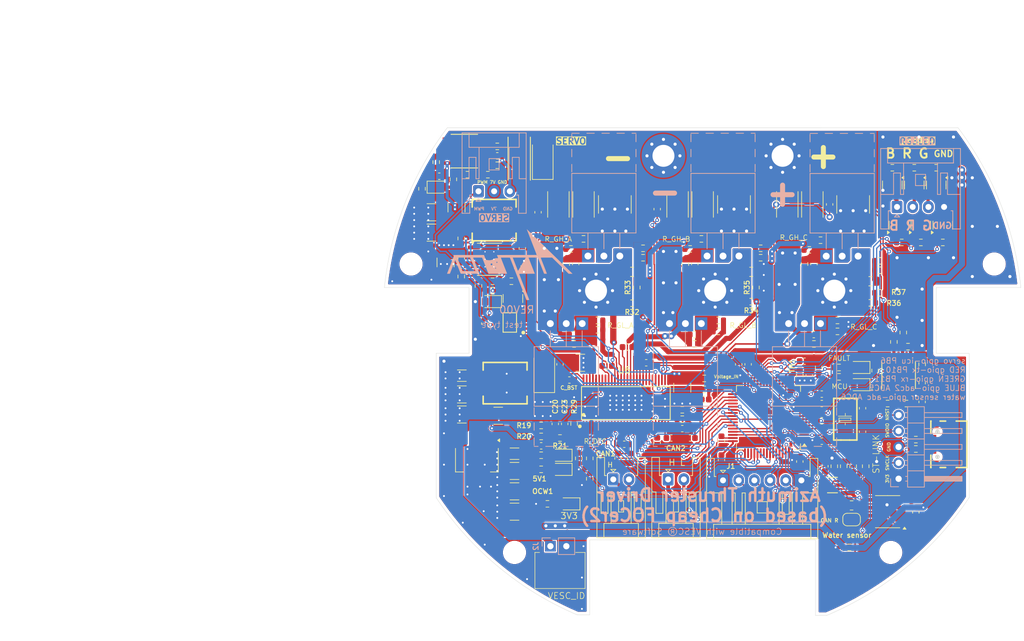
<source format=kicad_pcb>
(kicad_pcb (version 20241229) (generator "pcbnew") (generator_version "9.0")
  (layers (0 "F.Cu" signal) (2 "B.Cu" signal) (13 "F.Paste" user) (15 "B.Paste" user) (5 "F.SilkS" user "F.Silkscreen") (7 "B.SilkS" user "B.Silkscreen") (1 "F.Mask" user) (3 "B.Mask" user) (25 "Edge.Cuts" user))
  (net 0 "")
  (net 1 "Net-(D4-K)")
  (net 2 "GNDD")
  (net 3 "Net-(5V1-K)")
  (net 4 "Net-(5V1-A)")
  (net 5 "GNDPWR")
  (net 6 "/STM32F405/AN_IN")
  (net 7 "/STM32F405/TEMP_MOTER")
  (net 8 "Net-(U3-PH0)")
  (net 9 "+3V3")
  (net 10 "Net-(U3-VCAP_1)")
  (net 11 "Net-(U3-PH1)")
  (net 12 "NRST")
  (net 13 "Net-(U3-VCAP_2)")
  (net 14 "+5V")
  (net 15 "/DRV8301/H3_LOW")
  (net 16 "/DRV8301/BR_SO3")
  (net 17 "Net-(U6-GVDD)")
  (net 18 "Net-(C20-Pad2)")
  (net 19 "/DRV8301/BR_SO1")
  (net 20 "/DRV8301/BR_SO2")
  (net 21 "Net-(U6-COMP)")
  (net 22 "Net-(U6-DVDD)")
  (net 23 "Net-(U6-CP2)")
  (net 24 "Net-(U6-CP1)")
  (net 25 "Net-(U6-AVDD)")
  (net 26 "Net-(U5-+INB)")
  (net 27 "Net-(U6-SS_TR)")
  (net 28 "/DRV8301/H1_LOW")
  (net 29 "/DRV8301/H2_LOW")
  (net 30 "Net-(U6-BST_BK)")
  (net 31 "/DRV8301/H1_VS")
  (net 32 "Net-(U6-BST_A)")
  (net 33 "Net-(U6-BST_B)")
  (net 34 "/DRV8301/H2_VS")
  (net 35 "Net-(U6-BST_C)")
  (net 36 "/DRV8301/H3_VS")
  (net 37 "Net-(Q1-G)")
  (net 38 "Net-(Q2-G)")
  (net 39 "Net-(Q3-G)")
  (net 40 "Net-(Q4-G)")
  (net 41 "Net-(Q5-G)")
  (net 42 "Net-(Q6-G)")
  (net 43 "V_SUPPLY")
  (net 44 "Net-(C55-Pad2)")
  (net 45 "+7V")
  (net 46 "Net-(M1--)")
  (net 47 "SERVO_CURRENT")
  (net 48 "/CAN/CANL")
  (net 49 "/CAN/CANH")
  (net 50 "Net-(D1-A)")
  (net 51 "Net-(D2-A)")
  (net 52 "Net-(D3-A)")
  (net 53 "/STM32F405/HALL_3")
  (net 54 "/STM32F405/HALL_1")
  (net 55 "/STM32F405/HALL_2")
  (net 56 "SWCLK")
  (net 57 "SWDIO")
  (net 58 "Net-(M1-PWM)")
  (net 59 "Net-(D5-K)")
  (net 60 "Net-(OCW1-A)")
  (net 61 "Net-(OCW1-K)")
  (net 62 "Net-(Q7-G)")
  (net 63 "/RGBLED_Driver/RED_GATE")
  (net 64 "Net-(Q8-D)")
  (net 65 "/RGBLED_Driver/RED_OUT")
  (net 66 "/RGBLED_Driver/GREEN_GATE")
  (net 67 "Net-(Q10-D)")
  (net 68 "/RGBLED_Driver/GREEN_OUT")
  (net 69 "/RGBLED_Driver/BLUE_GATE")
  (net 70 "Net-(Q12-D)")
  (net 71 "/RGBLED_Driver/BLUE_OUT")
  (net 72 "/SERVO/SERVO")
  (net 73 "Net-(SERVO_CNT1-A)")
  (net 74 "/STM32F405/USB_DP")
  (net 75 "Net-(USB1-D-)")
  (net 76 "Net-(USB1-D+)")
  (net 77 "/STM32F405/USB_DM")
  (net 78 "/STM32F405/ADC_EXT")
  (net 79 "/STM32F405/LED_RED")
  (net 80 "/STM32F405/LED_GREEN")
  (net 81 "Net-(C59-Pad2)")
  (net 82 "Net-(U9-BOOT)")
  (net 83 "Net-(U5--INA)")
  (net 84 "/DRV8301/FAULT")
  (net 85 "Net-(U5-+INA)")
  (net 86 "/DRV8301/EN_GATE")
  (net 87 "/DRV8301/SDO")
  (net 88 "Net-(U5-OUTA)")
  (net 89 "Net-(U6-VSENSE)")
  (net 90 "Net-(U5--INB)")
  (net 91 "Net-(U6-DTC)")
  (net 92 "Net-(U6-SO1)")
  (net 93 "/DRV8301/SENS1")
  (net 94 "/DRV8301/SENS2")
  (net 95 "/DRV8301/SENS3")
  (net 96 "/DRV8301/GH_A")
  (net 97 "/DRV8301/GL_A")
  (net 98 "Net-(C49-Pad2)")
  (net 99 "/Power MOSFETs/TEMP")
  (net 100 "Net-(U6-SO2)")
  (net 101 "Net-(U6-RT_CLK)")
  (net 102 "Net-(U9-EN)")
  (net 103 "Net-(U9-RT_SYNC)")
  (net 104 "Net-(U9-PWRGD)")
  (net 105 "Net-(U9-FB)")
  (net 106 "Net-(U12--INA)")
  (net 107 "Net-(U12-+INA)")
  (net 108 "/STM32F405/PB2_SDA")
  (net 109 "/STM32F405/PA15_SCL")
  (net 110 "/DRV8301/L3")
  (net 111 "/DRV8301/CS")
  (net 112 "/DRV8301/L1")
  (net 113 "/DRV8301/H3")
  (net 114 "PD2")
  (net 115 "PC15")
  (net 116 "/CAN/CAN_RX")
  (net 117 "PC5")
  (net 118 "/DRV8301/L2")
  (net 119 "PB12")
  (net 120 "/DRV8301/SDI")
  (net 121 "/CAN/CAN_TX")
  (net 122 "/DRV8301/SCLK")
  (net 123 "/SERVO/SERVO_PWM")
  (net 124 "/DRV8301/H2")
  (net 125 "PB3")
  (net 126 "PC14")
  (net 127 "PB4")
  (net 128 "/DRV8301/H1")
  (net 129 "PB13")
  (net 130 "/DRV8301/GL_C")
  (net 131 "Net-(U12-OUTA)")
  (net 132 "Net-(U12--INB)")
  (net 133 "/DRV8301/GH_C")
  (net 134 "/DRV8301/GH_B")
  (net 135 "/DRV8301/GL_B")
  (net 136 "Net-(D6-K)")
  (net 143 "Net-(D5-A)")
  (net 144 "Net-(JP1-A)")
  (net 145 "/STM32F405/COMM_NSS")
  (net 146 "/STM32F405/COMM_MOSI")
  (net 147 "Net-(Q2-S)")
  (net 148 "/DRV8301/SPC")
  (net 149 "/DRV8301/SPA")
  (net 150 "Net-(Q4-S)")
  (net 151 "/DRV8301/SPB")
  (net 152 "Net-(Q6-S)")
  (footprint "Capacitor_SMD:C_0603_1608Metric" (layer "F.Cu") (at 247.5 95 -90)
    (property "Reference" "C28" (hide yes))
    (property "Value" "100n")
  )
  (footprint "Resistor_SMD:R_0603_1608Metric" (layer "F.Cu") (at 194.25 100.75)
    (property "Reference" "R19")
    (property "Value" "3.3k")
  )
  (footprint "Capacitor_SMD:C_0603_1608Metric" (layer "F.Cu") (at 198.75 93.5 180)
    (property "Reference" "C33" (hide yes))
    (property "Value" "100n")
  )
  (footprint "MountingHole:MountingHole_3.2mm_M3" (layer "F.Cu") (at 250 121)
    (property "Reference" "H3" (hide yes))
    (property "Value" "MountingHole")
  )
  (footprint "Capacitor_SMD:C_0603_1608Metric" (layer "F.Cu") (at 239 97.25)
    (property "Reference" "C13" (hide yes))
    (property "Value" "100n")
  )
  (footprint "Resistor_SMD:R_0603_1608Metric" (layer "F.Cu") (at 238.5 91.5 90)
    (property "Reference" "R65" (hide yes))
    (property "Value" "10k")
  )
  (footprint "Resistor_SMD:R_0603_1608Metric" (layer "F.Cu") (at 184.25 78.5 90)
    (property "Reference" "R70" (hide yes))
    (property "Value" "12k")
  )
  (footprint "Resistor_SMD:R_0603_1608Metric" (layer "F.Cu") (at 203.25 84 180)
    (property "Reference" "R40" (hide yes))
    (property "Value" "10")
  )
  (footprint "Resistor_SMD:R_0603_1608Metric" (layer "F.Cu") (at 194.25 105.5)
    (property "Reference" "R22" (hide yes))
    (property "Value" "1k")
  )
  (footprint "Capacitor_SMD:C_0603_1608Metric" (layer "F.Cu") (at 236.25 90.5)
    (property "Reference" "C7" (hide yes))
    (property "Value" "100n")
  )
  (footprint "Connector_JST:JST_XA_S02B-XASK-1N-BN_1x02_P2.50mm_Horizontal" (layer "F.Cu") (at 205.75 109.35)
    (property "Reference" "CAN1")
    (property "Value" "Conn_01x02_Pin")
  )
  (footprint "NetTie:NetTie-2_SMD_Pad2.0mm" (layer "F.Cu") (at 245.75 88 90)
    (property "Reference" "NT1" (hide yes))
    (property "Value" "NetTie_2" (hide yes))
  )
  (footprint "Package_TO_SOT_SMD:SOT-23" (layer "F.Cu") (at 253.75 62.4 -90)
    (property "Reference" "Q9" (hide yes))
    (property "Value" "AO3401A")
  )
  (footprint "Resistor_SMD:R_0603_1608Metric" (layer "F.Cu") (at 182.5 60.75)
    (property "Reference" "R80" (hide yes))
    (property "Value" "1k")
  )
  (footprint "Capacitor_SMD:C_0603_1608Metric" (layer "F.Cu") (at 255 94 -90)
    (property "Reference" "C17" (hide yes))
    (property "Value" "1n")
  )
  (footprint "Capacitor_SMD:C_0603_1608Metric" (layer "F.Cu") (at 208.5 106 -90)
    (property "Reference" "C19" (hide yes))
    (property "Value" "2.2u")
  )
  (footprint "specific_footprint_library:SOT-363-6_2P2X1P35_ONS" (layer "F.Cu") (at 240.7025 110.25 180)
    (property "Reference" "U1" (hide yes))
    (property "Value" "SMF05CT1G")
  )
  (footprint "Resistor_SMD:R_0603_1608Metric" (layer "F.Cu") (at 189.5 77.75)
    (property "Reference" "R71" (hide yes))
    (property "Value" "22k")
  )
  (footprint "Capacitor_SMD:C_0603_1608Metric" (layer "F.Cu") (at 218.725 86.25 180)
    (property "Reference" "C53" (hide yes))
    (property "Value" "1n")
  )
  (footprint "Capacitor_SMD:C_0603_1608Metric" (layer "F.Cu") (at 245.5 101.75 90)
    (property "Reference" "C3" (hide yes))
    (property "Value" "15p")
  )
  (footprint "Resistor_SMD:R_0603_1608Metric" (layer "F.Cu") (at 241.75 91.5)
    (property "Reference" "R11" (hide yes))
    (property "Value" "100")
  )
  (footprint "Resistor_SMD:R_0603_1608Metric" (layer "F.Cu") (at 228.5 78.75 90)
    (property "Reference" "R35")
    (property "Value" "2.2k")
  )
  (footprint "Resistor_SMD:R_0603_1608Metric" (layer "F.Cu") (at 208.75 81.25 180)
    (property "Reference" "R32")
    (property "Value" "39k")
  )
  (footprint "specific_footprint_library:IND-SMD_L7.0-W6.6" (layer "F.Cu") (at 186.75 68 180)
    (property "Reference" "U10" (hide yes))
    (property "Value" "22uH")
  )
  (footprint "Resistor_SMD:R_0603_1608Metric" (layer "F.Cu") (at 227.75 81 180)
    (property "Reference" "R34")
    (property "Value" "39k")
  )
  (footprint "LED_SMD:LED_0805_2012Metric" (layer "F.Cu") (at 197.5 107.75 180)
    (property "Reference" "OCW1")
    (property "Value" "RED")
  )
  (footprint "Capacitor_SMD:C_2220_5750Metric" (layer "F.Cu") (at 225 65.5 90)
    (property "Reference" "C51" (hide yes))
    (property "Value" "10uF, 100V")
  )
  (footprint "Capacitor_SMD:C_0603_1608Metric" (layer "F.Cu") (at 223 103.25 -90)
    (property "Reference" "C9" (hide yes))
    (property "Value" "2.2u")
  )
  (footprint "Resistor_SMD:R_0603_1608Metric" (layer "F.Cu") (at 199.5 87.75 180)
    (property "Reference" "R42" (hide yes))
    (property "Value" "4.7k")
  )
  (footprint "Capacitor_SMD:C_0603_1608Metric" (layer "F.Cu") (at 196.5 100.5 -90)
    (property "Reference" "C20")
    (property "Value" "6.8n")
  )
  (footprint "Capacitor_SMD:C_1210_3225Metric" (layer "F.Cu") (at 181.6 99 180)
    (property "Reference" "C41" (hide yes))
    (property "Value" "22u")
  )
  (footprint "Capacitor_SMD:C_0603_1608Metric" (layer "F.Cu") (at 218.75 75 -90)
    (property "Reference" "C52" (hide yes))
    (property "Value" "1n")
  )
  (footprint "Diode_SMD:D_SMA" (layer "F.Cu") (at 194.5 58 90)
    (property "Reference" "D6" (hide yes))
    (property "Value" "SS36")
  )
  (footprint "Resistor_SMD:R_0603_1608Metric" (layer "F.Cu") (at 197.25 102.75)
    (property "Reference" "R21")
    (property "Value" "20k")
  )
  (footprint "Resistor_SMD:R_0603_1608Metric" (layer "F.Cu") (at 218 72.6)
    (property "Reference" "R48" (hide yes))
    (property "Value" "10")
  )
  (footprint "Capacitor_SMD:C_0603_1608Metric" (layer "F.Cu") (at 239.5 107.25 90)
    (property "Reference" "C2" (hide yes))
    (property "Value" "100n")
  )
  (footprint "Connector_JST:JST_XA_S06B-XASK-1N-BN_1x06_P2.50mm_Horizontal" (layer "F.Cu") (at 223.25 109.5)
    (property "Reference" "J1")
    (property "Value" "Conn_01x06_Pin")
  )
  (footprint "LED_SMD:LED_0805_2012Metric" (layer "F.Cu") (at 197.5 105.5 180)
    (property "Reference" "5V1")
    (property "Value" "YELLOW")
  )
  (footprint "Diode_SMD:D_SMA" (layer "F.Cu") (at 194.75 92 90)
    (property "Reference" "D4" (hide yes))
    (property "Value" "SS210")
  )
  (footprint "Resistor_SMD:R_0603_1608Metric" (layer "F.Cu") (at 238.8 71.2)
    (property "Reference" "R58" (hide yes))
    (property "Value" "10")
  )
  (footprint "LED_SMD:LED_0805_2012Metric" (layer "F.Cu") (at 186.25 81 180)
    (property "Reference" "D5" (hide yes))
    (property "Value" "EMERALD")
  )
  (footprint "Capacitor_SMD:C_0603_1608Metric" (layer "F.Cu") (at 211 90.75)
    (property "Reference" "C36" (hide yes))
    (property "Value" "220n")
  )
  (footprint "Resistor_SMD:R_0603_1608Metric" (layer "F.Cu") (at 253.75 59.65 180)
    (property "Reference" "R85" (hide yes))
    (property "Value" "10k")
  )
  (footprint "Capacitor_SMD:C_1210_3225Metric" (layer "F.Cu") (at 190 111.25)
    (property "Reference" "C45" (hide yes))
    (property "Value" "22u")
  )
  (footprint "specific_footprint_library:R_2512_Yageo_big_pads" (layer "F.Cu") (at 233.5 65.5 -90)
    (property "Reference" "R66" (hide yes))
    (property "Value" "1mΩ")
  )
  (footprint "Resistor_SMD:R_0603_1608Metric" (layer "F.Cu") (at 177.5 58.75 90)
    (property "Reference" "R82" (hide yes))
    (property "Value" "56k")
  )
  (footprint "Resistor_SMD:R_0603_1608Metric" (layer "F.Cu") (at 200.25 106 90)
    (property "Reference" "R18" (hide yes))
    (property "Value" "10k")
  )
  (footprint "Capacitor_SMD:C_0603_1608Metric" (layer "F.Cu") (at 215 102.75)
    (property "Reference" "C26" (hide yes))
    (property "Value" "2.2u")
  )
  (footprint "Package_TO_SOT_SMD:SOT-23" (layer "F.Cu") (at 189.75 80.5 -90)
    (property "Reference" "Q7" (hide yes))
    (property "Value" "AO3400A")
  )
  (footprint "Resistor_SMD:R_0603_1608Metric" (layer "F.Cu") (at 252.75 88.175)
    (property "Reference" "R17" (hide yes))
    (property "Value" "20k")
  )
  (footprint "specific_footprint_library:RES_SL1TTE5L00F_KOA" (layer "F.Cu") (at 190.75 58.2 -90)
    (property "Reference" "R77" (hide yes))
    (property "Value" "SL1TTE5L00F")
  )
  (footprint "specific_footprint_library:EMSOP-8_L3.0-W3.0-P0.65-LS4.9-BL-EP" (layer "F.Cu") (at 189.25 84.325 90)
    (property "Reference" "U11" (hide yes))
    (property "Value" "MX27524ES")
  )
  (footprint "Capacitor_SMD:C_0805_2012Metric" (layer "F.Cu") (at 246.75 77.75)
    (property "Reference" "C59" (hide yes))
    (property "Value" "4.7n, 100V")
  )
  (footprint "NetTie:NetTie-2_SMD_Pad0.5mm" (layer "F.Cu") (at 213.75 66.75 90)
    (property "Reference" "NT6" (hide yes))
    (property "Value" "NetTie_2" (hide yes))
  )
  (footprint "Resistor_SMD:R_0603_1608Metric" (layer "F.Cu") (at 237.75 87.75 180)
    (property "Reference" "R62" (hide yes))
    (property "Value" "4.7k")
  )
  (footprint "Capacitor_SMD:C_1206_3216Metric" (layer "F.Cu") (at 181.6 92.8 180)
    (property "Reference" "C38" (hide yes))
    (property "Value" "2.2u")
  )
  (footprint "Capacitor_SMD:C_0603_1608Metric" (layer "F.Cu") (at 193.75 66.75 -90)
    (property "Reference" "C31" (hide yes))
    (property "Value" "1n")
  )
  (footprint "Resistor_SMD:R_0603_1608Metric" (layer "F.Cu") (at 198.25 75 -90)
    (property "Reference" "R43" (hide yes))
    (property "Value" "4.7k")
  )
  (footprint "Capacitor_SMD:C_0603_1608Metric" (layer "F.Cu") (at 198 100.5 -90)
    (property "Reference" "C23")
    (property "Value" "150p")
  )
  (footprint "Resistor_SMD:R_0603_1608Metric" (layer "F.Cu") (at 210.5 72.5 180)
    (property "Reference" "R46" (hide yes))
    (property "Value" "10")
  )
  (footprint "Resistor_SMD:R_0603_1608Metric" (layer "F.Cu") (at 180.25 61.5 90)
    (property "Reference" "R1" (hide yes))
    (property "Value" "100")
  )
  (footprint "Capacitor_SMD:C_0603_1608Metric" (layer "F.Cu") (at 218 102.75 180)
    (property "Reference" "C22" (hide yes))
    (property "Value" "1n")
  )
  (footprint "specific_footprint_library:SO-8SOIC-8_TPK" (layer "F.Cu") (at 182 57 180)
    (property "Reference" "U12" (hide yes))
    (property "Value" "TP2604-SR")
  )
  (footprint "specific_footprint_library:R_2512_Yageo_big_pads" (layer "F.Cu") (at 216 65.5 -90)
    (property "Reference" "R54" (hide yes))
    (property "Value" "1mΩ")
  )
  (footprint "Resistor_SMD:R_0603_1608Metric" (layer "F.Cu") (at 217.25 75 -90)
    (property "Reference" "R53" (hide yes))
    (property "Value" "4.7k")
  )
  (footprint "Package_TO_SOT_SMD:SOT-223-3_TabPin2" (layer "F.Cu") (at 184 106.25 -90)
    (property "Reference" "U8" (hide yes))
    (property "Value" "AMS1117-3.3")
  )
  (footprint "Resistor_SMD:R_0603_1608Metric" (layer "F.Cu") (at 235.5 92.75 -90)
    (property "Reference" "TH1")
    (property "Value" "Thermistor_NTC")
  )
  (footprint "Resistor_SMD:R_0603_1608Metric" (layer "F.Cu") (at 248.25 76 180)
    (property "Reference" "R68" (hide yes))
    (property "Value" "10")
  )
  (footprint "Resistor_SMD:R_0603_1608Metric" (layer "F.Cu") (at 254 103)
    (property "Reference" "R8" (hide yes))
    (property "Value" "22")
  )
  (footprint "Capacitor_SMD:C_0603_1608Metric" (layer "F.Cu") (at 239 95.75)
    (property "Reference" "C14" (hide yes))
    (property "Value" "1u")
  )
  (footprint "Resistor_SMD:R_0603_1608Metric" (layer "F.Cu") (at 210.5 74 180)
    (property "Reference" "R47" (hide yes))
    (property "Value" "10")
  )
  (footprint "Jumper:SolderJumper-2_P1.3mm_Open_RoundedPad1.0x1.5mm" (layer "F.Cu") (at 243.75 115.75)
    (property "Reference" "JP1" (hide yes))
    (property "Value" "SolderJumper_2_Open")
  )
  (footprint "specific_footprint_library:CRYSTAL-SMD_L5.0-W3.2" (layer "F.Cu") (at 242.75 99.75 -90)
    (property "Reference" "X1" (hide yes))
    (property "Value" "8MHz")
  )
  (footprint "Resistor_SMD:R_0603_1608Metric" (layer "F.Cu") (at 248.25 79.6)
    (property "Reference" "R37")
    (property "Value" "2.2k")
  )
  (footprint "Capacitor_SMD:C_1210_3225Metric" (layer "F.Cu") (at 181.6 95.8 180)
    (property "Reference" "C40" (hide yes))
    (property "Value" "22u")
  )
  (footprint "specific_footprint_library:R_2512_Yageo_big_pads" (layer "F.Cu") (at 201 65.5 -90)
    (property "Reference" "R44" (hide yes))
    (property "Value" "1mΩ")
  )
  (footprint "specific_footprint_library:IND-SMD_L7.0-W6.6" (layer "F.Cu") (at 188.5 94 180)
    (property "Reference" "U7" (hide yes))
    (property "Value" "22uH")
  )
  (footprint "Resistor_SMD:R_0603_1608Metric" (layer "F.Cu") (at 187.25 56.25 180)
    (property "Reference" "R79" (hide yes))
    (property "Value" "1k")
  )
  (footprint "Capacitor_SMD:C_1210_3225Metric" (layer "F.Cu") (at 187.4 99.2)
    (property "Reference" "C42" (hide yes))
    (property "Value" "22u")
  )
  (footprint "Capacitor_SMD:C_0603_1608Metric" (layer "F.Cu") (at 227.25 91 90)
    (property "Reference" "C5" (hide yes))
    (property "Value" "2.2u")
  )
  (footprint "Capacitor_SMD:C_0603_1608Metric" (layer "F.Cu") (at 204.75 91.25)
    (property "Reference" "C34" (hide yes))
    (property "Value" "220n")
  )
  (footprint "specific_footprint_library:MICRO-USB-SMD_MICRO-QTZB5.5" (layer "F.Cu") (at 258.0425 103.75 90)
    (property "Reference" "USB1" (hide yes))
    (property "Value" "Micro-B")
    (fp_poly (pts (xy 2.347006 -0.645684) (xy 2.323358 -0.733939) (xy 2.277674 -0.813067) (xy 2.213067 -0.877674) (xy 2.133939 -0.923358) (xy 2.045684 -0.947006) (xy 1.954316 -0.947006) (xy 1.866061 -0.923358) (xy 1.786933 -0.877674) (xy 1.722326 -0.813067) (xy 1.676642 -0.733939) (xy 1.652994 -0.645684) (xy 1.652994 -0.554316) (xy 1.676642 -0.466061) (xy 1.722326 -0.386933) (xy 1.786933 -0.322326) (xy 1.866061 -0.276642) (xy 1.954316 -0.252994) (xy 2.045684 -0.252994) (xy 2.133939 -0.276642) (xy 2.213067 -0.322326) (xy 2.277674 -0.386933) (xy 2.323358 -0.466061) (xy 2.347006 -0.554316)) (fill yes) (layer "Edge.Cuts"))
    (fp_poly (pts (xy -1.652994 -0.645684) (xy -1.676642 -0.733939) (xy -1.722326 -0.813067) (xy -1.786933 -0.877674) (xy -1.866061 -0.923358) (xy -1.954316 -0.947006) (xy -2.045684 -0.947006) (xy -2.133939 -0.923358) (xy -2.213067 -0.877674) (xy -2.277674 -0.813067) (xy -2.323358 -0.733939) (xy -2.347006 -0.645684) (xy -2.347006 -0.554316) (xy -2.323358 -0.466061) (xy -2.277674 -0.386933) (xy -2.213067 -0.322326) (xy -2.133939 -0.276642) (xy -2.045684 -0.252994) (xy -1.954316 -0.252994) (xy -1.866061 -0.276642) (xy -1.786933 -0.322326) (xy -1.722326 -0.386933) (xy -1.676642 -0.466061) (xy -1.652994 -0.554316)) (fill yes) (layer "Edge.Cuts"))
  )
  (footprint "Capacitor_SMD:C_0603_1608Metric" (layer "F.Cu") (at 194.25 104)
    (property "Reference" "C39" (hide yes))
    (property "Value" "100n")
  )
  (footprint "LED_SMD:LED_0805_2012Metric" (layer "F.Cu") (at 177.75 62.75)
    (property "Reference" "SERVO_CNT1" (hide yes))
    (property "Value" "EMERALD")
  )
  (footprint "MountingHole:MountingHole_3.5mm_Pad_Via" (layer "F.Cu") (at 203 79.25)
    (property "Reference" "H7" (hide yes))
    (property "Value" "MountingHole_Pad")
  )
  (footprint "Resistor_SMD:R_0603_1608Metric" (layer "F.Cu") (at 202 109.25 90)
    (property "Reference" "R24" (hide yes))
    (property "Value" "1k")
  )
  (footprint "Resistor_SMD:R_0603_1608Metric" (layer "F.Cu") (at 190.5 75.5 90)
    (property "Reference" "R73" (hide yes))
    (property "Value" "51k")
  )
  (footprint "LED_SMD:LED_0805_2012Metric" (layer "F.Cu") (at 245 91.5 180)
    (property "Reference" "D1" (hide yes))
    (property "Value" "RED")
  )
  (footprint "Resistor_SMD:R_0603_1608Metric" (layer "F.Cu") (at 252.5 97.25 180)
    (property "Reference" "R30" (hide yes))
    (property "Value" "10k")
  )
  (footprint "Resistor_SMD:R_0603_1608Metric" (layer "F.Cu") (at 257.25 59.65 180)
    (property "Reference" "R87" (hide yes))
    (property "Value" "10k")
  )
  (footprint "Capacitor_SMD:C_0603_1608Metric" (layer "F.Cu") (at 212.75 66.25 -90)
    (property "Reference" "C32" (hide yes))
    (property "Value" "1n")
  )
  (footprint "specific_footprint_library:SO-8SOIC-8_TPK" (layer "F.Cu") (at 251.25 92.75 -90)
    (property "Reference" "U5" (hide yes))
    (property "Value" "TP2604-SR")
  )
  (footprint "Capacitor_SMD:C_0603_1608Metric" (layer "F.Cu") (at 235.5 106.5 -90)
    (property "Reference" "C12" (hide yes))
    (property "Value" "100n")
  )
  (footprint "Resistor_SMD:R_0603_1608Metric" (layer "F.Cu") (at 216.75 99.75)
    (property "Reference" "R28" (hide yes))
    (property "Value" "1k")
  )
  (footprint "specific_footprint_library:R_2512_Yageo_big_pads" (layer "F.Cu") (at 220 65.5 -90)
    (property "Reference" "R55" (hide yes))
    (property "Value" "1mΩ")
  )
  (footprint "Package_SO:SOIC-8_3.9x4.9mm_P1.27mm" (layer "F.Cu") (at 249.5 114.5 180)
    (property "Reference" "U4" (hide yes))
    (property "Value" "TJA1051T-3")
  )
  (footprint "Package_TO_SOT_SMD:SOT-23" (layer "F.Cu") (at 250.25 62.4 -90)
    (property "Reference" "Q13" (hide yes))
    (property "Value" "AO3401A")
  )
  (footprint "NetTie:NetTie-2_SMD_Pad0.5mm" (layer "F.Cu") (at 194.5 65.25)
    (property "Reference" "NT5" (hide yes))
    (property "Value" "NetTie_2" (hide yes))
  )
  (footprint "Capacitor_SMD:C_1210_3225Metric" (layer "F.Cu") (at 200.5 90.75 180)
    (property "Reference" "C37" (hide yes))
    (property "Value" "4.7u, 100V")
  )
  (footprint "Resistor_SMD:R_0603_1608Metric" (layer "F.Cu") (at 241.75 93)
    (property "Reference" "R12" (hide yes))
    (property "Value" "100")
  )
  (footprint "Capacitor_SMD:C_0603_1608Metric" (layer "F.Cu") (at 237 92.75 90)
    (property "Reference" "C58" (hide yes))
    (property "Value" "2.2u")
  )
  (footprint "Resistor_SMD:R_0603_1608Metric" (layer "F.Cu") (at 252 85.925 -90)
    (property "Reference" "R14" (hide yes))
    (property "Value" "1k")
  )
  (footprint "specific_footprint_library:R_2512_Yageo_big_pads" (layer "F.Cu") (at 197 65.5 -90)
    (property "Reference" "R45" (hide yes))
    (property "Value" "1mΩ")
  )
  (footprint "Package_TO_SOT_SMD:SOT-23" (layer "F.Cu") (at 257.25 62.4 -90)
    (property "Reference" "Q11" (hide yes))
    (property "Value" "AO3401A")
  )
  (footprint "Capacitor_SMD:C_0603_1608Metric" (layer "F.Cu") (at 216.75 101.25 180)
    (property "Reference" "C21" (hide yes))
    (property "Value" "1n")
  )
  (footprint "LED_SMD:LED_0805_2012Metric" (layer "F.Cu") (at 245 94.25 180)
    (property "Reference" "D2" (hide yes))
    (property "Value" "WHITE")
  )
  (footprint "Capacitor_SMD:C_0603_1608Metric" (layer "F.Cu") (at 191.25 72.5 -90)
    (property "Reference" "C61" (hide yes))
    (property "Value" "100n")
  )
  (footprint "Resistor_SMD:R_0603_1608Metric" (layer "F.Cu") (at 218.725 87.75 180)
    (property "Reference" "R52" (hide yes))
    (property "Value" "4.7k")
  )
  (footprint "Resistor_SMD:R_0603_1608Metric" (layer "F.Cu") (at 186.5 79.25)
    (property "Reference" "R74" (hide yes))
    (property "Value" "2.2k")
  )
  (footprint "Resistor_SMD:R_0603_1608Metric" (layer "F.Cu") (at 241.5 84 180)
    (property "Reference" "R60" (hide yes))
    (property "Value" "10")
  )
  (footprint "Capacitor_SMD:C_0603_1608Metric" (layer "F.Cu") (at 199.475 86.25 180)
    (property "Reference" "C48" (hide yes))
    (property "Value" "1n")
  )
  (footprint "Capacitor_SMD:C_0603_1608Metric" (layer "F.Cu") (at 225.75 91 90)
    (property "Reference" "C10" (hide yes))
    (property "Value" "100n")
  )
  (footprint "Resistor_SMD:R_0603_1608Metric" (layer "F.Cu") (at 250.25 59.65 180)
    (property "Reference" "R89" (hide yes))
    (property "Value" "10k")
  )
  (footprint "MountingHole:MountingHole_3.2mm_M3" (layer "F.Cu") (at 266.5 75)
    (property "Reference" "H4" (hide yes))
    (property "Value" "MountingHole")
  )
  (footprint "Package_SO:SOIC-8-1EP_3.9x4.9mm_P1.27mm_EP2.41x3.3mm_ThermalVias" (layer "F.Cu") (at 186 74.25)
    (property "Reference" "U9" (hide yes))
    (property "Value" "LMR16030SDDAR")
  )
  (footprint "Resistor_SMD:R_0603_1608Metric" (layer "F.Cu") (at 219.8 71)
    (property "Reference" "R49" (hide yes))
    (property "Value" "10")
  )
  (footprint "Resistor_SMD:R_0603_1608Metric" (layer "F.Cu") (at 201 71)
    (property "Reference" "R38" (hide yes))
    (property "Value" "10")
  )
  (footprint "Capacitor_SMD:C_1210_3225Metric" (layer "F.Cu") (at 190 108)
    (property "Reference" "C44" (hide yes))
    (property "Value" "22u")
  )
  (footprint "Capacitor_SMD:C_0603_1608Metric" (layer "F.Cu") (at 223 106.25 -90)
    (property "Reference" "C11" (hide yes))
    (property "Value" "100n")
  )
  (footprint "NetTie:NetTie-2_SMD_Pad0.5mm" (layer "F.Cu") (at 256.25 88.75 90)
    (property "Reference" "NT3" (hide yes))
    (property "Value" "NetTie_2" (hide yes))
  )
  (footprint "Resistor_SMD:R_0603_1608Metric" (layer "F.Cu") (at 222.5 84 180)
    (property "Reference" "R50" (hide yes))
    (property "Value" "10")
  )
  (footprint "Capacitor_SMD:C_1210_3225Metric" (layer "F.Cu") (at 180.75 66 90)
    (property "Reference" "C64" (hide yes))
    (property "Value" "22u")
  )
  (footprint "Resistor_SMD:R_0603_1608Metric" (layer "F.Cu") (at 248.25 74.5 180)
    (property "Reference" "R67" (hide yes))
    (property "Value" "10")
  )
  (footprint "Resistor_SMD:R_0805_2012Metric" (layer "F.Cu") (at 243.75 113.5)
    (property "Reference" "R_can_termination1" (hide yes))
    (property "Value" "120")
  )
  (footprint "Package_QFP:LQFP-64_10x10mm_P0.5mm" (layer "F.Cu") (at 230.5 99.5 180)
    (property "Reference" "U3" (hide yes))
    (property "Value" "STM32F405RGTx")
  )
  (footprint "Capacitor_SMD:C_0603_1608Metric" (layer "F.Cu") (at 254 114.6 -90)
    (property "Reference" "C15" (hide yes))
    (property "Value" "100n")
  )
  (footprint "Resistor_SMD:R_0603_1608Metric" (layer "F.Cu") (at 251.75 71.5625)
    (property "Reference" "R88" (hide yes))
    (property "Value" "10k")
  )
  (footprint "Capacitor_SMD:C_1210_3225Metric" (layer "F.Cu") (at 216.75 94.725 -90)
    (property "Reference" "C29" (hide yes))
    (property "Value" "4.7u, 100V")
  )
  (footprint "basic_parts:wetness sensor" (layer "F.Cu") (at 242.4 128.1)
    (property "Reference" "U2" (hide yes))
    (property "Value" "~")
  )
  (footprint "Capacitor_SMD:C_0603_1608Metric" (layer "F.Cu") (at 206.5 106 -90)
    (property "Reference" "C18" (hide yes))
    (property "Value" "2.2u")
  )
  (footprint "NetTie:NetTie-2_SMD_Pad2.0mm" (layer "F.Cu") (at 190.8 101 90)
    (property "Reference" "NT2" (hide yes))
    (property "Value" "NetTie_2" (hide yes))
  )
  (footprint "Resistor_SMD:R_0603_1608Metric" (layer "F.Cu") (at 220.25 93.25)
    (property "Reference" "R2" (hide yes))
    (property "Value" "39k")
  )
  (footprint "Package_TO_SOT_SMD:SOT-23" (layer "F.Cu") (at 258.3 68.8125 90)
    (property "Reference" "Q10" (hide yes))
    (property "Value" "AO3400A")
  )
  (footprint "Capacitor_SMD:C_1210_3225Metric" (layer "F.Cu") (at 190 114.5)
    (property "Reference" "C46" (hide yes))
    (property "Value" "22u")
  )
  (footprint "Capacitor_SMD:C_1206_3216Metric" (layer "F.Cu") (at 190 105.25)
    (property "Reference" "C43" (hide yes))
    (property "Value" "2.2u")
  )
  (footprint "Resistor_SMD:R_0603_1608Metric" (layer "F.Cu") (at 181.5 77 90)
    (property "Reference" "R72" (hide yes))
    (property "Value" "75k")
  )
  (footprint "Capacitor_SMD:C_2220_5750Metric" (layer "F.Cu") (at 244 65.5 90)
    (property "Reference" "C54" (hide yes))
    (property "Value" "10uF, 100V")
  )
  (footprint "Resistor_SMD:R_0603_1608Metric" (layer "F.Cu") (at 185.75 60.75 180)
    (property "Reference" "R81" (hide yes))
    (property "Value" "120k")
  )
  (footprint "Package_TO_SOT_SMD:SOT-23" (layer "F.Cu") (at 251.3 68.8125 90)
    (property "Reference" "Q12" (hide yes))
    (property "Value" "AO3400A")
  )
  (footprint "Resistor_SMD:R_0603_1608Metric" (layer "F.Cu") (at 250.5 87.425 -90)
    (property "Reference" "R15" (hide yes))
    (property "Value" "1k")
  )
  (footprint "MountingHole:MountingHole_3.5mm_Pad_Via" (layer "F.Cu") (at 213.75 57.75)
    (property "Reference" "H6" (hide yes))
    (property "Value" "MountingHole_Pad")
  )
  (footprint "LED_SMD:LED_0805_2012Metric" (layer "F.Cu") (at 198.75 113.25 180)
    (property "Reference" "D3" (hide yes))
    (property "Value" "YELLOW")
  )
  (footprint "Resistor_SMD:R_0603_1608Metric" (layer "F.Cu") (at 242.5 107.25 -90)
    (property "Reference" "R6" (hide yes))
    (property "Value" "2.2k")
  )
  (footprint "Resistor_SMD:R_0603_1608Metric" (layer "F.Cu") (at 236.25 75 -90)
    (property "Reference" "R63" (hide yes))
    (property "Value" "4.7k")
  )
  (footprint "MountingHole:MountingHole_3.5mm_Pad_Via" (layer "F.Cu") (at 232.75 57.75)
    (property "Reference" "H5" (hide yes))
    (property "Value" "MountingHole_Pad")
  )
  (footprint "Capacitor_SMD:C_0603_1608Metric" (layer "F.Cu") (at 240.25 65.5 90)
    (property "Reference" "C16" (hide yes))
    (property "Value" "1n")
  )
  (footprint "Capacitor_SMD:C_0603_1608Metric" (layer "F.Cu") (at 237.725 86.25 180)
    (property "Reference" "C57" (hide yes))
    (property "Value" "1n")
  )
  (footprint "Resistor_SMD:R_0603_1608Metric" (layer "F.Cu") (at 194.25 107.75)
    (property "Reference" "R23" (hide yes))
    (property "Value" "1k")
  )
  (footprint "Capacitor_SMD:C_0603_1608Metric" (layer "F.Cu") (at 185.25 84.5 -90)
    (property "Reference" "C65" (hide yes))
    (property "Value" "1u")
  )
  (footprint "Resistor_SMD:R_0603_1608Metric" (layer "F.Cu") (at 249.5 97.25 180)
    (property "Reference" "R31" (hide yes))
    (property "Value" "10k")
  )
  (footprint "Capacitor_SMD:C_0603_1608Metric" (layer "F.Cu") (at 245.5 98 -90)
    (property "Reference" "C6" (hide yes))
    (property "Value" "15p")
  )
  (footprint "MountingHole:MountingHole_3.5mm_Pad_Via" (layer "F.Cu") (at 241 79.25)
    (property "Reference" "H9" (hide yes))
    (property "Value" "MountingHole_Pad")
  )
  (footprint "Capacitor_SMD:C_0603_1608Metric" (layer "F.Cu") (at 207.5 103.75 180)
    (property "Reference" "C25" (hide yes))
    (property "Value" "22n")
  )
  (footprint "NetTie:NetTie-2_SMD_Pad0.5mm" (layer "F.Cu") (at 238.75 65.7 180)
    (property "Reference" "NT8" (hide yes))
    (property "Value" "NetTie_2" (hide yes))
  )
  (footprint "Resistor_SMD:R_0603_1608Metric" (layer "F.Cu") (at 255 91 90)
    (property "Reference" "R16" (hide yes))
    (property "Value" "1k")
  )
  (footprint "Capacitor_SMD:C_0603_1608Metric" (layer "F.Cu") (at 255 97 -90)
    (property "Reference" "C27" (hide yes))
    (property "Value" "100n")
  )
  (footprint "Capacitor_SMD:C_0603_1608Metric" (layer "F.Cu") (at 239 100)
    (property "Reference" "C8" (hide yes))
    (property "Value" "100n")
  )
  (footprint "MountingHole:MountingHole_3.2mm_M3" (layer "F.Cu") (at 173.5 75)
    (property "Reference" "H1" (hide yes))
    (property "Value" "MountingHole")
  )
  (footprint "Capacitor_SMD:C_0603_1608Metric" (layer "F.Cu") (at 239 103.25)
    (property "Reference" "C4" (hide yes))
    (property "Value" "4.7u")
  )
  (footprint "Resistor_SMD:R_0603_1608Metric" (layer "F.Cu") (at 186.5 77.75)
    (property "Reference" "R76" (hide yes))
    (property "Value" "18k")
  )
  (footprint "MountingHole:MountingHole_3.2mm_M3" (layer "F.Cu") (at 190 121)
    (property "Reference" "H2" (hide yes))
    (property "Value" "MountingHole")
  )
  (footprint "Package_TO_SOT_SMD:SOT-23" (layer "F.Cu") (at 254.8 68.8125 90)
    (property "Reference" "Q8" (hide yes))
    (property "Value" "AO3400A")
  )
  (footprint "Resistor_SMD:R_0603_1608Metric" (layer "F.Cu") (at 241.5 85.75 180)
    (property "Reference" "R61" (hide yes))
    (property "Value" "10")
  )
  (footprint "MountingHole:MountingHole_3.5mm_Pad_Via" (layer "F.Cu") (at 222 79.25)
    (property "Reference" "H8" (hide yes))
    (property "Value" "MountingHole_Pad")
  )
  (footprint "Resistor_SMD:R_0603_1608Metric_Pad0.98x0.95mm_HandSolder" (layer "F.Cu") (at 243.4 120.2)
    (property "Reference" "R10" (hide yes))
    (property "Value" "100k" (hide yes))
  )
  (footprint "specific_footprint_library:HTSSOP-56_L14.0-W6.0-P0.50-LS8.0-BL" (layer "F.Cu") (at 207.7559 97.1811)
    (property "Reference" "U6")
    (property "Value" "DRV8301QDCAQ1")
  )
  (footprint "NetTie:NetTie-2_SMD_Pad0.5mm" (layer "F.Cu") (at 214.25 65.25)
    (property "Reference" "NT7" (hide yes))
    (property "Value" "NetTie_2" (hide yes))
  )
  (footprint "Resistor_SMD:R_0603_1608Metric" (layer "F.Cu") (at 246.75 81.2 180)
    (property "Reference" "R36")
    (property "Value" "39k")
  )
  (footprint "Resistor_SMD:R_0603_1608Metric" (layer "F.Cu") (at 258.3 71.5625)
    (property "Reference" "R86" (hide yes))
    (property "Value" "10k")
  )
  (footprint "Connector_JST:JST_XA_S02B-XASK-1N-BN_1x02_P2.50mm_Horizontal" (layer "F.Cu") (at 214.5 109.35)
    (property "Reference" "CAN2")
    (property "Value" "Conn_01x02_Pin")
  )
  (footprint "Resistor_SMD:R_0603_1608Metric" (layer "F.Cu") (at 220.25 95 180)
    (property "Reference" "R4" (hide yes))
    (property "Value" "2.2k")
  )
  (footprint "Resistor_SMD:R_0603_1608Metric" (layer "F.Cu") (at 181.5 74 90)
    (property "Reference" "R69" (hide yes))
    (property "Value" "68k")
  )
  (footprint "Capacitor_SMD:C_0603_1608Metric" (layer "F.Cu") (at 208 88.25)
    (property "Reference" "C35" (hide yes))
    (property "Value" "220n")
  )
  (footprint "Resistor_SMD:R_0603_1608Metric" (layer "F.Cu") (at 187.25 59.25 180)
    (property "Reference" "R78" (hide yes))
    (property "Value" "1k")
  )
  (footprint "Capacitor_SMD:C_0805_2012Metric" (layer "F.Cu") (at 227.75 76.25)
    (property "Reference" "C55" (hide yes))
    (property "Value" "4.7n, 100V")
  )
  (footprint "Resistor_SMD:R_0603_1608Metric" (layer "F.Cu") (at 254.8 71.5625)
    (property "Reference" "R84" (hide yes))
    (property "Value" "10k")
  )
  (footprint "NetTie:NetTie-2_SMD_Pad0.5mm" (layer "F.Cu") (at 237 65.3 180)
    (property "Reference" "NT9" (hide yes))
    (property "Value" "NetTie_2" (hide yes))
  )
  (footprint "Capacitor_SMD:C_0603_1608Metric" (layer "F.Cu") (at 187.25 57.75 180)
    (property "Reference" "C66" (hide yes))
    (property "Value" "1n")
  )
  (footprint "Capacitor_SMD:C_1210_3225Metric" (layer "F.Cu") (at 176.75 70 180)
    (property "Reference" "C63" (hide yes))
    (property "Value" "22u")
  )
  (footprint "Resistor_SMD:R_0603_1608Metric" (layer "F.Cu") (at 229.25 74 180)
    (property "Reference" "R57" (hide yes))
    (property "Value" "10")
  )
  (footprint "Resistor_SMD:R_0603_1608Metric" (layer "F.Cu") (at 237 72.75)
    (property "Reference" "R59" (hide yes))
    (property "Value" "10")
  )
  (footprint "Resistor_SMD:R_0603_1608Metric" (layer "F.Cu") (at 254 104.5)
    (property "Reference" "R7" (hide yes))
    (property "Value" "22")
  )
  (footprint "Resistor_SMD:R_0603_1608Metric" (layer "F.Cu") (at 216.75 98.25)
    (property "Reference" "R27" (hide yes))
    (property "Value" "1k")
  )
  (footprint "Resistor_SMD:R_0603_1608Metric" (layer "F.Cu") (at 202 106 90)
    (property "Reference" "R26" (hide yes))
    (property "Value" "10k")
  )
  (footprint "specific_footprint_library:R_2512_Yageo_big_pads" (layer "F.Cu") (at 237.5 65.5 -90)
    (property "Reference" "R64" (hide yes))
    (property "Value" "1mΩ")
  )
  (footprint "Resistor_SMD:R_0603_1608Metric" (layer "F.Cu") (at 209.5 78.75 90)
    (property "Reference" "R33")
    (property "Value" "2.2k")
  )
  (footprint "Resistor_SMD:R_0603_1608Metric" (layer "F.Cu") (at 199.5 100.5 -90)
    (property "Reference" "R29")
    (property "Value" "220k")
  )
  (footprint "Resistor_SMD:R_0603_1608Metric" (layer "F.Cu") (at 241 107.25 -90)
    (property "Reference" "R9" (hide yes))
    (property "Value" "10k")
  )
  (footprint "Capacitor_SMD:C_0603_1608Metric" (layer "F.Cu") (at 178 61 180)
    (property "Reference" "C67" (hide yes))
    (property "Value" "100n")
  )
  (footprint "NetTie:NetTie-2_SMD_Pad0.5mm" (layer "F.Cu") (at 194.75 66.75 90)
    (property "Reference" "NT4" (hide yes))
    (property "Value" "NetTie_2" (hide yes))
  )
  (footprint "Capacitor_SMD:C_0603_1608Metric" (layer "F.Cu") (at 199.75 75 -90)
    (property "Reference" "C47" (hide yes))
    (property "Value" "1n")
  )
  (footprint "Resistor_SMD:R_0603_1608Metric" (layer "F.Cu") (at 244 107.25 -90)
    (property "Reference" "R5" (hide yes))
    (property "Value" "2.2k")
  )
  (footprint "Resistor_SMD:R_0603_1608Metric" (layer "F.Cu") (at 175.25 63 -90)
    (property "Reference" "R83" (hide yes))
    (property "Value" "12k")
  )
  (footprint "Resistor_SMD:R_0603_1608Metric" (layer "F.Cu") (at 229.25 72.5 180)
    (property "Reference" "R56" (hide yes))
    (property "Value" "10")
  )
  (footprint "Resistor_SMD:R_0603_1608Metric" (layer "F.Cu") (at 246 107.25 -90)
    (property "Reference" "R3" (hide yes))
    (property "Value" "2.2k")
  )
  (footprint "Resistor_SMD:R_0603_1608Metric" (layer "F.Cu") (at 199 72.6)
    (property "Reference" "R39" (hide yes))
    (property "Value" "10")
  )
  (footprint "Capacitor_SMD:C_0805_2012Metric" (layer "F.Cu") (at 208.75 76.25)
    (property "Reference" "C49" (hide yes))
    (property "Value" "4.7n, 100V")
  )
  (footprint "Capacitor_SMD:C_1210_3225Metric" (layer "F.Cu") (at 176.75 66.75 180)
    (property "Reference" "C62" (hide yes))
    (property "Value" "22u")
  )
  (footprint "Capacitor_SMD:C_2220_5750Metric" (layer "F.Cu") (at 206 65.5 90)
    (property "Reference" "C50" (hide yes))
    (property "Value" "10uF, 100V")
  )
  (footprint "Resistor_SMD:R_0603_1608Metric" (layer "F.Cu") (at 203.25 85.5 180)
    (property "Reference" "R41" (hide yes))
    (property "Value" "10")
  )
  (footprint "Resistor_SMD:R_0603_1608Metric" (layer "F.Cu") (at 247.5 92 -90)
    (property "Reference" "R25" (hide yes))
    (property "Value" "20k")
  )
  (footprint "Capacitor_SMD:C_0603_1608Metric" (layer "F.Cu") (at 220.2 96.6 180)
    (property "Reference" "C1" (hide yes))
    (property "Value" "100n")
  )
  (footprint "Resistor_SMD:R_0603_1608Metric" (layer "F.Cu") (at 195.25 113.25)
    (property "Reference" "R13" (hide yes))
    (property "Value" "100")
  )
  (footprint "Capacitor_SMD:C_0603_1608Metric" (layer "F.Cu") (at 237.75 75 -90)
    (property "Reference" "C56" (hide yes))
    (property "Value" "1n")
  )
  (footprint "Capacitor_SMD:C_0603_1608Metric" (layer "F.Cu") (at 197.25 91 90)
    (property "Reference" "C30" (hide yes))
    (property "Value" "10n")
  )
  (footprint "Capacitor_SMD:C_1210_3225Metric" (layer "F.Cu") (at 179 74.75 -90)
    (property "Reference" "C60" (hide yes))
    (property "Value" "22u")
  )
  (footprint "Resistor_SMD:R_0603_1608Metric" (layer "F.Cu") (at 181.5 70.925 90)
    (property "Reference" "R75" (hide yes))
    (property "Value" "150k")
  )
  (footprint "Resistor_SMD:R_0603_1608Metric" (layer "F.Cu") (at 222.5 85.75 180)
    (property "Reference" "R51" (hide yes))
    (property "Value" "10")
  )
  (footprint "Resistor_SMD:R_0603_1608Metric" (layer "F.Cu") (at 194.25 102.5 180)
    (property "Reference" "R20")
    (property "Value" "10k")
  )
  (footprint "Capacitor_SMD:C_0603_1608Metric" (layer "F.Cu") (at 212.75 103.5 90)
    (property "Reference" "C24" (hide yes))
    (property "Value" "2.2u")
  )
  (footprint "specific_footprint_library:TO-220-3_Horizontal_TabUp_no_hole" (layer "B.Cu") (at 200.79 84.5 180)
    (property "Reference" "Q2" (hide yes))
    (property "Value" "TK3R2E06PL")
  )
  (footprint "Connector_JST:JST_XA_S03B-XASK-1N-BN_1x03_P2.50mm_Horizontal" (layer "B.Cu") (at 184.25 63.4)
    (property "Reference" "M1" (hide yes))
    (property "Value" "Motor_Servo_Hitec")
  )
  (footprint "Connector_PinHeader_2.54mm:PinHeader_1x02_P2.54mm_Vertical" (layer "B.Cu") (at 195.725 120 -90)
    (property "Reference" "J2")
    (property "Value" "Conn_01x02_Pin")
  )
  (footprint "specific_footprint_library:TO-220-3_Horizontal_TabUp_no_hole" (layer "B.Cu") (at 201.71 73.73)
    (property "Reference" "Q1" (hide yes))
    (property "Value" "TK3R2E06PL")
  )
  (footprint "specific_footprint_library:TO-220-3_Horizontal_TabUp_no_hole" (layer "B.Cu") (at 239.71 73.75)
    (property "Reference" "Q5" (hide yes))
    (property "Value" "TK3R2E06PL")
  )
  (footprint "specific_footprint_library:aqua_rogo" (layer "B.Cu") (at 189.5 75 180)
    (property "Reference" "G***" (hide yes))
    (property "Value" "LOGO" (hide yes))
  )
  (footprint "Connector_JST:JST_XA_S04B-XASK-1N-BN_1x04_P2.50mm_Horizontal" (layer "B.Cu") (at 251 65.9)
    (property "Reference" "RGBLED1" (hide yes))
    (property "Value" "Conn_01x04_Pin")
  )
  (footprint "specific_footprint_library:TO-220-3_Horizontal_TabUp_no_hole" (layer "B.Cu") (at 220.71 73.73)
    (property "Reference" "Q3" (hide yes))
    (property "Value" "TK3R2E06PL")
  )
  (footprint "Connector_PinHeader_2.54mm:PinHeader_1x05_P2.54mm_Horizontal" (layer "B.Cu") (at 251.25 109.25)
    (property "Reference" "J3" (hide yes))
    (property "Value" "Conn_01x05_Pin")
  )
  (footprint "specific_footprint_library:TO-220-3_Horizontal_TabUp_no_hole" (layer "B.Cu") (at 219.79 84.5 180)
    (property "Reference" "Q4" (hide yes))
    (property "Value" "TK3R2E06PL")
  )
  (footprint "specific_footprint_library:TO-220-3_Horizontal_TabUp_no_hole" (layer "B.Cu") (at 238.79 84.5 180)
    (property "Reference" "Q6" (hide yes))
    (property "Value" "TK3R2E06PL")
  )
  (gr_line (start 201.25 126.75) (end 201.25 121) (stroke (width 0.1)) (layer "F.SilkS"))
  (gr_line (start 193.25 126.75) (end 201.25 126.75) (stroke (width 0.1)) (layer "F.SilkS"))
  (gr_line (start 201.25 121) (end 199.75 121) (stroke (width 0.1)) (layer "F.SilkS"))
  (gr_line (start 193.25 121) (end 193.25 126.75) (stroke (width 0.1)) (layer "F.SilkS"))
  (gr_line (start 194 121) (end 193.25 121) (stroke (width 0.1)) (layer "F.SilkS"))
  (gr_line (start 177.5 89.25) (end 177.5 112.25) (stroke (width 0.05)) (layer "Edge.Cuts"))
  (gr_line (start 238 131.047445) (end 238 119) (stroke (width 0.05)) (layer "Edge.Cuts"))
  (gr_arc (start 169.251428 78.750153) (mid 172.521591 65.324371) (end 179.274607 53.268569) (stroke (width 0.05)) (layer "Edge.Cuts"))
  (gr_line (start 200.017975 130.957759) (end 202 130.957759) (stroke (width 0.05)) (layer "Edge.Cuts"))
  (gr_line (start 257.25 89.255915) (end 257.25 78.75) (stroke (width 0.05)) (layer "Edge.Cuts"))
  (gr_arc (start 262.5 112.25) (mid 252.522642 123.326712) (end 239.769937 131.047445) (stroke (width 0.05)) (layer "Edge.Cuts"))
  (gr_line (start 239.769936 131.047445) (end 238 131.047445) (stroke (width 0.05)) (layer "Edge.Cuts"))
  (gr_line (start 257.25 89.255915) (end 262.5 89.255915) (stroke (width 0.05)) (layer "Edge.Cuts"))
  (gr_line (start 182.75 89.25) (end 177.5 89.25) (stroke (width 0.05)) (layer "Edge.Cuts"))
  (gr_line (start 260.725341 53.268608) (end 179.274607 53.268676) (stroke (width 0.05)) (layer "Edge.Cuts"))
  (gr_line (start 202 130.957759) (end 202 119) (stroke (width 0.05)) (layer "Edge.Cuts"))
  (gr_line (start 169.251428 78.750153) (end 182.75 78.750148) (stroke (width 0.05)) (layer "Edge.Cuts"))
  (gr_line (start 262.5 112.25) (end 262.5 89.255915) (stroke (width 0.05)) (layer "Edge.Cuts"))
  (gr_line (start 202 119) (end 238 119) (stroke (width 0.05)) (layer "Edge.Cuts"))
  (gr_arc (start 200.017975 130.957759) (mid 187.388715 123.253236) (end 177.5 112.25) (stroke (width 0.05)) (layer "Edge.Cuts"))
  (gr_line (start 257.25 78.75) (end 270.75 78.75) (stroke (width 0.05)) (layer "Edge.Cuts"))
  (gr_arc (start 260.726539 53.267704) (mid 267.479745 65.323843) (end 270.75 78.75) (stroke (width 0.05)) (layer "Edge.Cuts"))
  (gr_line (start 182.75 78.750148) (end 182.75 89.25) (stroke (width 0.05)) (layer "Edge.Cuts"))
  (gr_text "FAULT" (at 240 90.5 0) (layer "F.SilkS") (effects (font (size 0.8 0.8) (thickness 0.1)) (justify left bottom)))
  (gr_text "MCU" (at 240.5 95 0) (layer "F.SilkS") (effects (font (size 0.8 0.8) (thickness 0.1)) (justify left bottom)))
  (gr_text "3V3" (at 197.25 115.75 0) (layer "F.SilkS") (effects (font (size 1 1) (thickness 0.125)) (justify left bottom)))
  (gr_text "SERVO" (at 196.5 56 0) (layer "F.SilkS" knockout) (effects (font (size 1 1) (thickness 0.2) (bold yes)) (justify left bottom)))
  (gr_text "R_DTC" (at 201 103.75 0) (layer "F.SilkS") (effects (font (size 0.8 0.8) (thickness 0.1)) (justify left bottom)))
  (gr_text "ST-LINK" (at 248.25 108.5 90) (layer "F.SilkS") (effects (font (size 1 1) (thickness 0.1)) (justify left bottom)))
  (gr_text "GND" (at 187.25 62.25 0) (layer "F.SilkS") (effects (font (size 0.5 0.5) (thickness 0.1) (bold yes)) (justify left bottom)))
  (gr_text "7V" (at 186 62.25 0) (layer "F.SilkS") (effects (font (size 0.5 0.5) (thickness 0.1) (bold yes)) (justify left bottom)))
  (gr_text "H L" (at 214.5 107.25 0) (layer "F.SilkS") (effects (font (size 1 1) (thickness 0.125)) (justify left bottom)))
  (gr_text "R_GH_A" (at 194.75 71.5 0) (layer "F.SilkS") (effects (font (size 0.8 0.8) (thickness 0.1)) (justify left bottom)))
  (gr_text "R_GL_B" (at 224.25 85.25 0) (layer "F.SilkS") (effects (font (size 0.8 0.8) (thickness 0.1)) (justify left bottom)))
  (gr_text "3V3" (at 249.75 110 90) (layer "F.SilkS") (effects (font (size 0.5 0.5) (thickness 0.1) (bold yes)) (justify left bottom)))
  (gr_text "VESC_ID" (at 195.25 128.5 0) (layer "F.SilkS") (effects (font (size 1 1) (thickness 0.1)) (justify left bottom)))
  (gr_text "C_BST\n" (at 197.25 95.084617 0) (layer "F.SilkS") (effects (font (size 0.6 0.6) (thickness 0.12) (bold yes)) (justify left bottom)))
  (gr_text "SWDIO" (at 249.75 102.75 90) (layer "F.SilkS") (effects (font (size 0.5 0.5) (thickness 0.1) (bold yes)) (justify left bottom)))
  (gr_text "H" (at 204.75 107.5 0) (layer "F.SilkS") (effects (font (size 0.8 0.8) (thickness 0.125)) (justify left bottom)))
  (gr_text "+" (at 236.25 60 0) (layer "F.SilkS") (effects (font (size 4 4) (thickness 0.8) (bold yes)) (justify left bottom)))
  (gr_text "SWCLK" (at 249.75 108 90) (layer "F.SilkS") (effects (font (size 0.5 0.5) (thickness 0.1) (bold yes)) (justify left bottom)))
  (gr_text "R_GL_A" (at 204.75 85.25 0) (layer "F.SilkS") (effects (font (size 0.8 0.8) (thickness 0.1)) (justify left bottom)))
  (gr_text "GND" (at 256.75 58 0) (layer "F.SilkS") (effects (font (size 1 1) (thickness 0.2) (bold yes)) (justify left bottom)))
  (gr_text "-" (at 203.5 60.25 0) (layer "F.SilkS") (effects (font (size 4 4) (thickness 0.8) (bold yes)) (justify left bottom)))
  (gr_text "GND" (at 250 105 90) (layer "F.SilkS") (effects (font (size 0.5 0.5) (thickness 0.1) (bold yes)) (justify left bottom)))
  (gr_text "B R G" (at 249 58.25 0) (layer "F.SilkS") (effects (font (size 1.5 1.5) (thickness 0.3) (bold yes)) (justify left bottom)))
  (gr_text "Water sensor" (at 243 118.25 0) (layer "F.SilkS") (effects (font (size 0.8 0.8))))
  (gr_text "Voltage_IN\n" (at 221.75 93.25 0) (layer "F.SilkS") (effects (font (size 0.5 0.5) (thickness 0.1) (bold yes)) (justify left bottom)))
  (gr_text "R_GH_B" (at 213.5 71.5 0) (layer "F.SilkS") (effects (font (size 0.8 0.8) (thickness 0.1)) (justify left bottom)))
  (gr_text "CAN R" (at 238.75 116.25 0) (layer "F.SilkS") (effects (font (size 0.6 0.6) (thickness 0.12) (bold yes)) (justify left bottom)))
  (gr_text "R_GL_C" (at 243.5 85.5 0) (layer "F.SilkS") (effects (font (size 0.8 0.8) (thickness 0.1)) (justify left bottom)))
  (gr_text "NRST" (at 249.75 100 90) (layer "F.SilkS") (effects (font (size 0.5 0.5) (thickness 0.1) (bold yes)) (justify left bottom)))
  (gr_text "RGBLED" (at 251.25 56 0) (layer "F.SilkS" knockout) (effects (font (size 1 1) (thickness 0.2) (bold yes)) (justify left bottom)))
  (gr_text "PWM" (at 184 62.25 0) (layer "F.SilkS") (effects (font (size 0.5 0.5) (thickness 0.1) (bold yes)) (justify left bottom)))
  (gr_text "R_GH_C\n" (at 232.25 71.25 0) (layer "F.SilkS") (effects (font (size 0.8 0.8) (thickness 0.1)) (justify left bottom)))
  (gr_text "servo gpio-icu PB6 \nRED gpio-tx PB10\nGREEN gpio-rx PB11\nBLUE gpio-adc2 ADC5 \nwater sensor gpio-adc ADC6 " (at 262 96.75 0) (layer "B.SilkS") (effects (font (size 0.9 0.9) (thickness 0.1125)) (justify left bottom mirror)))
  (gr_text "GND" (at 259.86 69.4625 0) (layer "B.SilkS") (effects (font (size 1 1) (thickness 0.2) (bold yes)) (justify left bottom mirror)))
  (gr_text "PWM" (at 185.25 66.5 0) (layer "B.SilkS") (effects (font (size 0.5 0.5) (thickness 0.1) (bold yes)) (justify left bottom mirror)))
  (gr_text "GND" (at 189.75 66.5 0) (layer "B.SilkS") (effects (font (size 0.5 0.5) (thickness 0.1) (bold yes)) (justify left bottom mirror)))
  (gr_text "SERVO" (at 189.25 68.25 0) (layer "B.SilkS" knockout) (effects (font (size 1 1) (thickness 0.2) (bold yes)) (justify left bottom mirror)))
  (gr_text "-" (at 217 65.75 0) (layer "B.SilkS") (effects (font (size 4 4) (thickness 0.8) (bold yes)) (justify left bottom mirror)))
  (gr_text "RGBLED" (at 257.25 56 0) (layer "B.SilkS" knockout) (effects (font (size 1 1) (thickness 0.2) (bold yes)) (justify left bottom mirror)))
  (gr_text "test type" (at 191.396 85.25 0) (layer "B.SilkS") (effects (font (size 1 1) (thickness 0.1)) (justify left bottom mirror)))
  (gr_text "7V" (at 187.25 66.5 0) (layer "B.SilkS") (effects (font (size 0.5 0.5) (thickness 0.1) (bold yes)) (justify left bottom mirror)))
  (gr_text "+" (at 235.75 66 0) (layer "B.SilkS") (effects (font (size 4 4) (thickness 0.8) (bold yes)) (justify left bottom mirror)))
  (gr_text "Compatible with VESC® Software" (at 232.75 118.25 0) (layer "B.SilkS") (effects (font (size 1 1) (thickness 0.1)) (justify left bottom mirror)))
  (gr_text "REV00" (at 193.25 83 0) (layer "B.SilkS") (effects (font (size 1.2 1.2)) (justify left bottom mirror)))
  (gr_text "Azimuth Thruster Driver \n(based on Cheap FOCer2)" (at 220.25 116.25 0) (layer "B.SilkS") (effects (font (size 2 2) (thickness 0.4) (bold yes)) (justify bottom mirror)))
  (gr_text "G R B" (at 256.75 69.75 0) (layer "B.SilkS") (effects (font (size 1.5 1.5) (thickness 0.3) (bold yes)) (justify left bottom mirror)))
  (segment (start 203.505909 94.494091) (end 203.5 94.5) (width 0.2) (layer "F.Cu") (net 1))
  (segment (start 204.005908 93.3584) (end 204 93.364308) (width 0.2) (layer "F.Cu") (net 1))
  (segment (start 204 93.364308) (end 204 94.5) (width 0.2) (layer "F.Cu") (net 1))
  (segment (start 203.505909 93.3584) (end 203.505909 94.494091) (width 0.2) (layer "F.Cu") (net 1))
  (segment (start 245.475 98.95) (end 245.5 98.975) (width 0.2) (layer "F.Cu") (net 2))
  (segment (start 202.5 101.00971) (end 202.50591 101.0038) (width 0.2) (layer "F.Cu") (net 3))
  (segment (start 199.922 102.828) (end 198.4375 104.3125) (width 0.2) (layer "F.Cu") (net 3))
  (segment (start 202.459312 101.050398) (end 202.459312 102.074002) (width 0.2) (layer "F.Cu") (net 3))
  (segment (start 202.459312 102.074002) (end 201.705314 102.828) (width 0.2) (layer "F.Cu") (net 3))
  (segment (start 198.4375 104.3125) (end 198.4375 105.5) (width 0.2) (layer "F.Cu") (net 3))
  (segment (start 202.50591 101.0038) (end 202.459312 101.050398) (width 0.2) (layer "F.Cu") (net 3))
  (segment (start 198.4375 105.75) (end 198.4375 105.5) (width 0.2) (layer "F.Cu") (net 3))
  (segment (start 202.50591 101.0038) (end 202.459312 101.0038) (width 0.2) (layer "F.Cu") (net 3))
  (segment (start 201.705314 102.828) (end 199.922 102.828) (width 0.2) (layer "F.Cu") (net 3))
  (segment (start 196.5625 105.5) (end 195.075 105.5) (width 0.8) (layer "F.Cu") (net 4))
  (segment (start 197 65.25) (end 197 63.365) (width 0.2) (layer "F.Cu") (net 5))
  (segment (start 215.8 65.25) (end 216 65.05) (width 0.2) (layer "F.Cu") (net 5))
  (segment (start 214.75 65.25) (end 215.8 65.25) (width 0.2) (layer "F.Cu") (net 5))
  (segment (start 259.25 71.4375) (end 259.125 71.5625) (width 0.5) (layer "F.Cu") (net 5))
  (segment (start 195 65.25) (end 197 65.25) (width 0.2) (layer "F.Cu") (net 5))
  (segment (start 197 64.5) (end 197 63.365) (width 0.2) (layer "F.Cu") (net 5))
  (segment (start 255.75 69.75) (end 255.75 71.4375) (width 0.5) (layer "F.Cu") (net 5))
  (segment (start 239 63.365) (end 239 64.5) (width 0.2) (layer "F.Cu") (net 5))
  (segment (start 204.930354 106.775) (end 206.5 106.775) (width 0.2) (layer "F.Cu") (net 5))
  (segment (start 252.25 69.75) (end 252.25 71.2375) (width 0.5) (layer "F.Cu") (net 5))
  (segment (start 233.865 63.365) (end 233.5 63.365) (width 0.2) (layer "F.Cu") (net 5))
  (segment (start 252.7 71.5625) (end 252.575 71.5625) (width 0.5) (layer "F.Cu") (net 5))
  (segment (start 216 65.05) (end 216 63.365) (width 0.2) (layer "F.Cu") (net 5))
  (segment (start 255.75 71.4375) (end 255.625 71.5625) (width 0.5) (layer "F.Cu") (net 5))
  (segment (start 233.5 64.75) (end 233.5 63.365) (width 0.2) (layer "F.Cu") (net 5))
  (segment (start 236.5 65.25) (end 234 65.25) (width 0.2) (layer "F.Cu") (net 5))
  (segment (start 203.702677 105.547323) (end 204.930354 106.775) (width 0.2) (layer "F.Cu") (net 5))
  (segment (start 234 65.25) (end 233.5 64.75) (width 0.2) (layer "F.Cu") (net 5))
  (segment (start 252.25 71.2375) (end 252.575 71.5625) (width 0.5) (layer "F.Cu") (net 5))
  (segment (start 239 64.25) (end 239 63.365) (width 0.2) (layer "F.Cu") (net 5))
  (segment (start 208.5 106.775) (end 206.5 106.775) (width 0.8) (layer "F.Cu") (net 5))
  (segment (start 259.25 69.75) (end 259.25 71.4375) (width 0.5) (layer "F.Cu") (net 5))
  (via (at 195.75 97) (size 0.6) (drill 0.3) (layers "F.Cu" "B.Cu") (net 5))
  (via (at 181.25 95.75) (size 0.6) (drill 0.3) (layers "F.Cu" "B.Cu") (net 5))
  (via (at 178.75 107) (size 0.6) (drill 0.3) (layers "F.Cu" "B.Cu") (net 5))
  (via (at 212 97.25) (size 0.6) (drill 0.3) (layers "F.Cu" "B.Cu") (net 5))
  (via (at 208.25 97.5) (size 0.6) (drill 0.3) (layers "F.Cu" "B.Cu") (net 5))
  (via (at 229.75 79.25) (size 0.6) (drill 0.3) (layers "F.Cu" "B.Cu") (net 5))
  (via (at 205.25 97.5) (size 0.6) (drill 0.3) (layers "F.Cu" "B.Cu") (net 5))
  (via (at 259.75 61.25) (size 1) (drill 0.5) (layers "F.Cu" "B.Cu") (net 5))
  (via (at 267 69) (size 1) (drill 0.5) (layers "F.Cu" "B.Cu") (net 5))
  (via (at 174 69) (size 0.6) (drill 0.3) (layers "F.Cu" "B.Cu") (net 5))
  (via (at 179 98) (size 0.6) (drill 0.3) (layers "F.Cu" "B.Cu") (net 5))
  (via (at 183.75 81) (size 1) (drill 0.5) (layers "F.Cu" "B.Cu") (net 5))
  (via (at 176.25 66) (size 0.6) (drill 0.3) (layers "F.Cu" "B.Cu") (net 5))
  (via (at 260 54.75) (size 1) (drill 0.5) (layers "F.Cu" "B.Cu") (net 5))
  (via (at 201 120) (size 0.6) (drill 0.3) (layers "F.Cu" "B.Cu") (net 5))
  (via (at 251 74) (size 1) (drill 0.5) (layers "F.Cu" "B.Cu") (net 5))
  (via (at 203 97.75) (size 0.6) (drill 0.3) (layers "F.Cu" "B.Cu") (net 5))
  (via (at 248.75 65.75) (size 1) (drill 0.5) (layers "F.Cu" "B.Cu") (net 5))
  (via (at 203 96.25) (size 0.6) (drill 0.3) (layers "F.Cu" "B.Cu") (net 5))
  (via (at 181.25 94.75) (size 0.6) (drill 0.3) (layers "F.Cu" "B.Cu") (net 5))
  (via (at 176.75 77.5) (size 0.6) (drill 0.3) (layers "F.Cu" "B.Cu") (net 5))
  (via (at 205.25 98.25) (size 0.6) (drill 0.3) (layers "F.Cu" "B.Cu") (net 5))
  (via (at 200.75 130) (size 0.6) (drill 0.3) (layers "F.Cu" "B.Cu") (net 5))
  (via (at 191 86.5) (size 0.6) (drill 0.3) (layers "F.Cu" "B.Cu") (net 5))
  (via (at 206.25 98.25) (size 0.6) (drill 0.3) (layers "F.Cu" "B.Cu") (net 5))
  (via (at 188.75 95.5) (size 0.6) (drill 0.3) (layers "F.Cu" "B.Cu") (net 5))
  (via (at 176.25 69) (size 0.6) (drill 0.3) (layers "F.Cu" "B.Cu") (net 5))
  (via (at 254.5 54.75) (size 1) (drill 0.5) (layers "F.Cu" "B.Cu") (net 5))
  (via (at 181.25 99) (size 0.6) (drill 0.3) (layers "F.Cu" "B.Cu") (net 5))
  (via (at 201.25 99.25) (size 0.6) (drill 0.3) (layers "F.Cu" "B.Cu") (net 5))
  (via (at 191.5 74.5) (size 0.6) (drill 0.3) (layers "F.Cu" "B.Cu") (net 5))
  (via (at 207.25 96) (size 0.6) (drill 0.3) (layers "F.Cu" "B.Cu") (net 5))
  (via (at 243.25 85) (size 0.6) (drill 0.3) (layers "F.Cu" "B.Cu") (net 5))
  (via (at 207.25 98.25) (size 0.6) (drill 0.3) (layers "F.Cu" "B.Cu") (net 5))
  (via (at 206.25 96) (size 0.6) (drill 0.3) (layers "F.Cu" "B.Cu") (net 5))
  (via (at 176.25 68) (size 0.6) (drill 0.3) (layers "F.Cu" "B.Cu") (net 5))
  (via (at 179 100) (size 0.6) (drill 0.3) (layers "F.Cu" "B.Cu") (net 5))
  (via (at 199.5 96.25) (size 0.6) (drill 0.3) (layers "F.Cu" "B.Cu") (net 5))
  (via (at 179 93.25) (size 0.6) (drill 0.3) (layers "F.Cu" "B.Cu") (net 5))
  (via (at 243.25 84.25) (size 0.6) (drill 0.3) (layers "F.Cu" "B.Cu") (net 5))
  (via (at 216.75 97.25) (size 0.6) (drill 0.3) (layers "F.Cu" "B.Cu") (net 5))
  (via (at 260 74) (size 1) (drill 0.5) (layers "F.Cu" "B.Cu") (net 5))
  (via (at 248.75 63.25) (size 1) (drill 0.5) (layers "F.Cu" "B.Cu") (net 5))
  (via (at 201.25 96.25) (size 0.6) (drill 0.3) (layers "F.Cu" "B.Cu") (net 5))
  (via (at 208.25 96) (size 0.6) (drill 0.3) (layers "F.Cu" "B.Cu") (net 5))
  (via (at 192 125.25) (size 0.6) (drill 0.3) (layers "F.Cu" "B.Cu") (net 5))
  (via (at 251 83.5) (size 1) (drill 0.5) (layers "F.Cu" "B.Cu") (net 5))
  (via (at 206.25 96.75) (size 0.6) (drill 0.3) (layers "F.Cu" "B.Cu") (net 5))
  (via (at 203 99.25) (size 0.6) (drill 0.3) (layers "F.Cu" "B.Cu") (net 5))
  (via (at 170.5 77.75) (size 0.6) (drill 0.3) (layers "F.Cu" "B.Cu") (net 5))
  (via (at 263 77) (size 1) (drill 0.5) (layers "F.Cu" "B.Cu") (net 5))
  (via (at 201.25 97.75) (size 0.6) (drill 0.3) (layers "F.Cu" "B.Cu") (net 5))
  (via (at 198 98.5) (size 0.6) (drill 0.3) (layers "F.Cu" "B.Cu") (net 5))
  (via (at 209.25 97.5) (size 0.6) (drill 0.3) (layers "F.Cu" "B.Cu") (net 5))
  (via (at 218 97.25) (size 0.6) (drill 0.3) (layers "F.Cu" "B.Cu") (net 5))
  (via (at 191.5 76.25) (size 0.6) (drill 0.3) (layers "F.Cu" "B.Cu") (net 5))
  (via (at 179 94.75) (size 0.6) (drill 0.3) (layers "F.Cu" "B.Cu") (net 5))
  (via (at 174 70) (size 0.6) (drill 0.3) (layers "F.Cu" "B.Cu") (net 5))
  (via (at 195.75 99.25) (size 0.6) (drill 0.3) (layers "F.Cu" "B.Cu") (net 5))
  (via (at 248.75 54.75) (size 1) (drill 0.5) (layers "F.Cu" "B.Cu") (net 5))
  (via (at 263 69) (size 1) (drill 0.5) (layers "F.Cu" "B.Cu") (net 5))
  (via (at 178.75 112) (size 0.6) (drill 0.3) (layers "F.Cu" "B.Cu") (net 5))
  (via (at 215.5 97.25) (size 0.6) (drill 0.3) (layers "F.Cu" "B.Cu") (net 5))
  (via (at 179.25 75) (size 0.6) (drill 0.3) (layers "F.Cu" "B.Cu") (net 5))
  (via (at 256 74) (size 1) (drill 0.5) (layers "F.Cu" "B.Cu") (net 5))
  (via (at 210.25 97.5) (size 0.6) (drill 0.3) (layers "F.Cu" "B.Cu") (net 5))
  (via (at 193.25 97) (size 0.6) (drill 0.3) (layers "F.Cu" "B.Cu") (net 5))
  (via (at 183.75 87) (size 1) (drill 0.5) (layers "F.Cu" "B.Cu") (net 5))
  (via (at 212 96.25) (size 0.6) (drill 0.3) (layers "F.Cu" "B.Cu") (net 5))
  (via (at 208.25 96.75) (size 0.6) (drill 0.3) (layers "F.Cu" "B.Cu") (net 5))
  (via (at 178.25 75) (size 0.6) (drill 0.3) (layers "F.Cu" "B.Cu") (net 5))
  (via (at 174 67) (size 0.6) (drill 0.3) (layers "F.Cu" "B.Cu") (net 5))
  (via (at 205.25 96) (size 0.6) (drill 0.3) (layers "F.Cu" "B.Cu") (net 5))
  (via (at 176.25 67) (size 0.6) (drill 0.3) (layers "F.Cu" "B.Cu") (net 5))
  (via (at 263 61.25) (size 1) (drill 0.5) (layers "F.Cu" "B.Cu") (net 5))
  (via (at 191.25 81.75) (size 0.6) (drill 0.3) (layers "F.Cu" "B.Cu") (net 5))
  (via (at 208.25 98.25) (size 0.6) (drill 0.3) (layers "F.Cu" "B.Cu") (net 5))
  (via (at 229.75 76.75) (size 0.6) (drill 0.3) (layers "F.Cu" "B.Cu") (net 5))
  (via (at 185.25 119.75) (size 0.6) (drill 0.3) (layers "F.Cu" "B.Cu") (net 5))
  (via (at 181.25 92.25) (size 0.6) (drill 0.3) (layers "F.Cu" "B.Cu") (net 5))
  (via (at 181.25 93.25) (size 0.6) (drill 0.3) (layers "F.Cu" "B.Cu") (net 5))
  (via (at 203.702677 105.547323) (size 0.6) (drill 0.3) (layers "F.Cu" "B.Cu") (net 5))
  (via (at 179 96.75) (size 0.6) (drill 0.3) (layers "F.Cu" "B.Cu") (net 5))
  (via (at 176.25 71) (size 0.6) (drill 0.3) (layers "F.Cu" "B.Cu") (net 5))
  (via (at 179 99) (size 0.6) (drill 0.3) (layers "F.Cu" "B.Cu") (net 5))
  (via (at 188.75 92.5) (size 0.6) (drill 0.3) (layers "F.Cu" "B.Cu") (net 5))
  (via (at 181.25 100) (size 0.6) (drill 0.3) (layers "F.Cu" "B.Cu") (net 5))
  (via (at 176.25 73) (size 0.6) (drill 0.3) (layers "F.Cu" "B.Cu") (net 5))
  (via (at 214 96.5) (size 0.6) (drill 0.3) (layers "F.Cu" "B.Cu") (net 5))
  (via (at 207.25 97.5) (size 0.6) (drill 0.3) (layers "F.Cu" "B.Cu") (net 5))
  (via (at 269 77) (size 1) (drill 0.5) (layers "F.Cu" "B.Cu") (net 5))
  (via (at 210.25 96) (size 0.6) (drill 0.3) (layers "F.Cu" "B.Cu") (net 5))
  (via (at 207.25 96.75) (size 0.6) (drill 0.3) (layers "F.Cu" "B.Cu") (net 5))
  (via (at 178.75 102) (size 0.6) (drill 0.3) (layers "F.Cu" "B.Cu") (net 5))
  (via (at 181.25 96.75) (size 0.6) (drill 0.3) (layers "F.Cu" "B.Cu") (net 5))
  (via (at 209.25 96.75) (size 0.6) (drill 0.3) (layers "F.Cu" "B.Cu") (net 5))
  (via (at 210.25 98.25) (size 0.6) (drill 0.3) (layers "F.Cu" "B.Cu") (net 5))
  (via (at 200.75 125) (size 0.6) (drill 0.3) (layers "F.Cu" "B.Cu") (net 5))
  (via (at 199.5 98.5) (size 0.6) (drill 0.3) (layers "F.Cu" "B.Cu") (net 5))
  (via (at 205.25 96.75) (size 0.6) (drill 0.3) (layers "F.Cu" "B.Cu") (net 5))
  (via (at 247.25 88) (size 1) (drill 0.5) (layers "F.Cu" "B.Cu") (net 5))
  (via (at 194.5 97) (size 0.6) (drill 0.3) (layers "F.Cu" "B.Cu") (net 5))
  (via (at 174 66) (size 0.6) (drill 0.3) (layers "F.Cu" "B.Cu") (net 5))
  (via (at 255 79) (size 1) (drill 0.5) (layers "F.Cu" "B.Cu") (net 5))
  (via (at 209.25 96) (size 0.6) (drill 0.3) (layers "F.Cu" "B.Cu") (net 5))
  (via (at 174 68) (size 0.6) (drill 0.3) (layers "F.Cu" "B.Cu") (net 5))
  (via (at 178.75 90.5) (size 1) (drill 0.5) (layers "F.Cu" "B.Cu") (net 5))
  (via (at 255 84) (size 1) (drill 0.5) (layers "F.Cu" "B.Cu") (net 5))
  (via (at 251 79) (size 1) (drill 0.5) (layers "F.Cu" "B.Cu") (net 5))
  (via (at 174 71) (size 0.6) (drill 0.3) (layers "F.Cu" "B.Cu") (net 5))
  (via (at 193.25 99.25) (size 0.6) (drill 0.3) (layers "F.Cu" "B.Cu") (net 5))
  (via (at 180.25 75) (size 0.6) (drill 0.3) (layers "F.Cu" "B.Cu") (net 5))
  (via (at 179 92.25) (size 0.6) (drill 0.3) (layers "F.Cu" "B.Cu") (net 5))
  (via (at 181.25 98) (size 0.6) (drill 0.3) (layers "F.Cu" "B.Cu") (net 5))
  (via (at 176.25 70) (size 0.6) (drill 0.3) (layers "F.Cu" "B.Cu") (net 5))
  (via (at 206.25 97.5) (size 0.6) (drill 0.3) (layers "F.Cu" "B.Cu") (net 5))
  (via (at 210.25 96.75) (size 0.6) (drill 0.3) (layers "F.Cu" "B.Cu") (net 5))
  (via (at 229.75 75) (size 0.6) (drill 0.3) (layers "F.Cu" "B.Cu") (net 5))
  (via (at 255 88) (size 1) (drill 0.5) (layers "F.Cu" "B.Cu") (net 5))
  (via (at 179 95.75) (size 0.6) (drill 0.3) (layers "F.Cu" "B.Cu") (net 5))
  (via (at 198 97) (size 0.6) (drill 0.3) (layers "F.Cu" "B.Cu") (net 5))
  (via (at 209.25 98.25) (size 0.6) (drill 0.3) (layers "F.Cu" "B.Cu") (net 5))
  (via (at 212 98.5) (size 0.6) (drill 0.3) (layers "F.Cu" "B.Cu") (net 5))
  (via (at 181.75 116.25) (size 0.6) (drill 0.3) (layers "F.Cu" "B.Cu") (net 5))
  (via (at 214 97.75) (size 0.6) (drill 0.3) (layers "F.Cu" "B.Cu") (net 5))
  (via (at 194.5 99.25) (size 0.6) (drill 0.3) (layers "F.Cu" "B.Cu") (net 5))
  (segment (start 203.702677 105.547323) (end 202.25 104.094646) (width 0.2) (layer "B.Cu") (net 5))
  (segment (start 202.25 104.094646) (end 202.25 99.5) (width 0.3) (layer "B.Cu") (net 5))
  (segment (start 236.126 98.299) (end 236.175 98.25) (width 0.2) (layer "F.Cu") (net 6))
  (segment (start 228.176645 95.1) (end 231.576645 98.5) (width 0.2) (layer "F.Cu") (net 6))
  (segment (start 222.25 94) (end 221.575 94) (width 0.2) (layer "F.Cu") (net 6))
  (segment (start 220.975 96.6) (end 220.975 95.1) (width 0.5) (layer "F.Cu") (net 6))
  (segment (start 221.575 94) (end 221.075 94.5) (width 0.2) (layer "F.Cu") (net 6))
  (segment (start 231.576645 98.5) (end 235.116176 98.5) (width 0.2) (layer "F.Cu") (net 6))
  (segment (start 221.075 95) (end 221.075 94.5) (width 0.5) (layer "F.Cu") (net 6))
  (segment (start 235.116176 98.5) (end 235.317176 98.299) (width 0.2) (layer "F.Cu") (net 6))
  (segment (start 220.975 95.1) (end 221.075 95) (width 0.5) (layer "F.Cu") (net 6))
  (segment (start 235.317176 98.299) (end 236.126 98.299) (width 0.2) (layer "F.Cu") (net 6))
  (segment (start 221.075 94.5) (end 221.075 93.25) (width 0.5) (layer "F.Cu") (net 6))
  (via (at 222.25 94) (size 0.6) (drill 0.3) (layers "F.Cu" "B.Cu") (net 6))
  (via (at 228.176645 95.1) (size 0.6) (drill 0.3) (layers "F.Cu" "B.Cu") (net 6))
  (segment (start 227.276645 94.2) (end 222.45 94.2) (width 0.2) (layer "B.Cu") (net 6))
  (segment (start 228.176645 95.1) (end 227.276645 94.2) (width 0.2) (layer "B.Cu") (net 6))
  (segment (start 222.45 94.2) (end 222.25 94) (width 0.2) (layer "B.Cu") (net 6))
  (segment (start 236.37547 110.776) (end 237.551469 109.600001) (width 0.2) (layer "F.Cu") (net 7))
  (segment (start 230.75 96.824826) (end 230.75 93.825) (width 0.2) (layer "F.Cu") (net 7))
  (segment (start 237.551469 109.600001) (end 238.75 109.600001) (width 0.2) (layer "F.Cu") (net 7))
  (segment (start 230.837587 96.912413) (end 230.75 96.824826) (width 0.2) (layer "F.Cu") (net 7))
  (segment (start 238.75 109.600001) (end 239.75 109.600001) (width 0.2) (layer "F.Cu") (net 7))
  (segment (start 234.526 110.776) (end 236.37547 110.776) (width 0.2) (layer "F.Cu") (net 7))
  (segment (start 233.25 109.5) (end 234.526 110.776) (width 0.2) (layer "F.Cu") (net 7))
  (segment (start 239.5 108.850001) (end 238.75 109.600001) (width 0.2) (layer "F.Cu") (net 7))
  (segment (start 239.5 108.025) (end 239.5 108.850001) (width 0.2) (layer "F.Cu") (net 7))
  (segment (start 240.275001 108.075) (end 239.5 108.850001) (width 0.2) (layer "F.Cu") (net 7))
  (segment (start 241 108.075) (end 240.275001 108.075) (width 0.2) (layer "F.Cu") (net 7))
  (segment (start 236.628702 108.350117) (end 237.551469 109.272884) (width 0.2) (layer "F.Cu") (net 7))
  (segment (start 237.551469 109.272884) (end 237.551469 109.600001) (width 0.2) (layer "F.Cu") (net 7))
  (via (at 236.628702 108.350117) (size 0.6) (drill 0.3) (layers "F.Cu" "B.Cu") (net 7))
  (via (at 230.837587 96.912413) (size 0.6) (drill 0.3) (layers "F.Cu" "B.Cu") (net 7))
  (segment (start 234.29386 108.224) (end 236.22676 108.224) (width 0.2) (layer "B.Cu") (net 7))
  (segment (start 233.651 105.151) (end 233.651 107.58114) (width 0.2) (layer "B.Cu") (net 7))
  (segment (start 236.352877 108.350117) (end 236.628702 108.350117) (width 0.2) (layer "B.Cu") (net 7))
  (segment (start 232.216216 103.716216) (end 233.651 105.151) (width 0.2) (layer "B.Cu") (net 7))
  (segment (start 230.837587 96.912413) (end 230.75 97) (width 0.2) (layer "B.Cu") (net 7))
  (segment (start 233.651 107.58114) (end 234.29386 108.224) (width 0.2) (layer "B.Cu") (net 7))
  (segment (start 236.22676 108.224) (end 236.352877 108.350117) (width 0.2) (layer "B.Cu") (net 7))
  (segment (start 230.75 101.75) (end 232.216216 103.216216) (width 0.2) (layer "B.Cu") (net 7))
  (segment (start 230.75 97) (end 230.75 101.75) (width 0.2) (layer "B.Cu") (net 7))
  (segment (start 232.216216 103.216216) (end 232.216216 103.716216) (width 0.2) (layer "B.Cu") (net 7))
  (segment (start 243.525 102.525) (end 245.5 102.525) (width 0.2) (layer "F.Cu") (net 8))
  (segment (start 242.75 101.8) (end 242.8 101.8) (width 0.2) (layer "F.Cu") (net 8))
  (segment (start 236.175 101.25) (end 242.2 101.25) (width 0.2) (layer "F.Cu") (net 8))
  (segment (start 242.2 101.25) (end 242.75 101.8) (width 0.2) (layer "F.Cu") (net 8))
  (segment (start 242.8 101.8) (end 243.525 102.525) (width 0.2) (layer "F.Cu") (net 8))
  (segment (start 234.510195 97.8) (end 232.85 96.139805) (width 0.2) (layer "F.Cu") (net 9))
  (segment (start 248.595 112.595) (end 249.4 113.4) (width 0.5) (layer "F.Cu") (net 9))
  (segment (start 204.505906 94.561194) (end 204.505906 93.3584) (width 0.2) (layer "F.Cu") (net 9))
  (segment (start 226.75 93.825) (end 226.75 93.25) (width 0.2) (layer "F.Cu") (net 9))
  (segment (start 222.224 103.57589) (end 222.224 103.955178) (width 0.2) (layer "F.Cu") (net 9))
  (segment (start 212.5 100.104625) (end 212.50589 100.110515) (width 0.2) (layer "F.Cu") (net 9))
  (segment (start 253.155 95.47415) (end 253.47415 95.47415) (width 0.5) (layer "F.Cu") (net 9))
  (segment (start 233.25 93.825) (end 233.25 92.725) (width 0.2) (layer "F.Cu") (net 9))
  (segment (start 239.75 110.899999) (end 239.671999 110.978) (width 0.3) (layer "F.Cu") (net 9))
  (segment (start 241 106.321679) (end 240.629321 105.951) (width 0.5) (layer "F.Cu") (net 9))
  (segment (start 233.9875 91.9875) (end 234.05 91.925) (width 0.2) (layer "F.Cu") (net 9))
  (segment (start 226.25 92.75) (end 226 92.75) (width 0.2) (layer "F.Cu") (net 9))
  (segment (start 253.325 97.25) (end 253.975 97.25) (width 0.5) (layer "F.Cu") (net 9))
  (segment (start 200.925 110.075) (end 200.75 110.25) (width 0.2) (layer "F.Cu") (net 9))
  (segment (start 247 106.5) (end 246.925 106.425) (width 0.8) (layer "F.Cu") (net 9))
  (segment (start 236.175 103.25) (end 237.350265 103.25) (width 0.2) (layer "F.Cu") (net 9))
  (segment (start 226.75 92.775) (end 225.75 91.775) (width 0.2) (layer "F.Cu") (net 9))
  (segment (start 234.05 91.925) (end 235.5 91.925) (width 0.2) (layer "F.Cu") (net 9))
  (segment (start 200.25 107.75) (end 200.25 107.075) (width 0.2) (layer "F.Cu") (net 9))
  (segment (start 241 106.425) (end 241 106.321679) (width 0.5) (layer "F.Cu") (net 9))
  (segment (start 236.175 97.25) (end 237.5 97.25) (width 0.2) (layer "F.Cu") (net 9))
  (segment (start 224.825 103.25) (end 222.54989 103.25) (width 0.2) (layer "F.Cu") (net 9))
  (segment (start 234.510195 97.8) (end 235.060195 97.25) (width 0.2) (layer "F.Cu") (net 9))
  (segment (start 221.058364 108.924366) (end 221 108.866002) (width 0.3) (layer "F.Cu") (net 9))
  (segment (start 238.225 96.525) (end 238.225 95.75) (width 0.2) (layer "F.Cu") (net 9))
  (segment (start 234.25 105.175) (end 234.25 106.24945) (width 0.2) (layer "F.Cu") (net 9))
  (segment (start 232.85 95.937959) (end 233.25 95.537959) (width 0.2) (layer "F.Cu") (net 9))
  (segment (start 222.54989 103.25) (end 222.224 103.57589) (width 0.2) (layer "F.Cu") (net 9))
  (segment (start 202 110.075) (end 200.925 110.075) (width 0.2) (layer "F.Cu") (net 9))
  (segment (start 239.671999 110.978) (end 237.620528 110.978) (width 0.3) (layer "F.Cu") (net 9))
  (segment (start 253.975 97.25) (end 255 96.225) (width 0.5) (layer "F.Cu") (net 9))
  (segment (start 237.350265 103.25) (end 237.5 103.100265) (width 0.2) (layer "F.Cu") (net 9))
  (segment (start 224.825 103.25) (end 224.5 103.25) (width 0.2) (layer "F.Cu") (net 9))
  (segment (start 233.25 92.725) (end 235.475 90.5) (width 0.2) (layer "F.Cu") (net 9))
  (segment (start 237.5 103.100265) (end 238.075265 103.100265) (width 0.2) (layer "F.Cu") (net 9))
  (segment (start 253.47415 95.47415) (end 254 96) (width 0.5) (layer "F.Cu") (net 9))
  (segment (start 235.25 105.725) (end 234.8 105.725) (width 0.2) (layer "F.Cu") (net 9))
  (segment (start 203.758949 95.308151) (end 204.505906 94.561194) (width 0.2) (layer "F.Cu") (net 9))
  (segment (start 233.25 93.825) (end 233.299 93.776) (width 0.2) (layer "F.Cu") (net 9))
  (segment (start 232.85 96.139805) (end 232.85 95.937959) (width 0.2) (layer "F.Cu") (net 9))
  (segment (start 212.50589 100.110515) (end 212.50589 101.0038) (width 0.2) (layer "F.Cu") (net 9))
  (segment (start 226.75 93.25) (end 226.25 92.75) (width 0.2) (layer "F.Cu") (net 9))
  (segment (start 203.758949 95.75) (end 203.758949 95.308151) (width 0.2) (layer "F.Cu") (net 9))
  (segment (start 242.4875 120.2) (end 241.2 120.2) (width 0.5) (layer "F.Cu") (net 9))
  (segment (start 194.425 113.25) (end 193.4375 113.25) (width 0.8) (layer "F.Cu") (net 9))
  (segment (start 234.201 105.126) (end 234.25 105.175) (width 0.2) (layer "F.Cu") (net 9))
  (segment (start 200.25 107.075) (end 200.5 106.825) (width 0.2) (layer "F.Cu") (net 9))
  (segment (start 223 105.475) (end 224.825 103.65) (width 0.3) (layer "F.Cu") (net 9))
  (segment (start 221 108.866002) (end 221 105.179178) (width 0.3) (layer "F.Cu") (net 9))
  (segment (start 237.5 97.25) (end 238.225 97.25) (width 0.2) (layer "F.Cu") (net 9))
  (segment (start 241 106.425) (end 246 106.425) (width 0.8) (layer "F.Cu") (net 9))
  (segment (start 234.25 106.24945) (end 234.256996 106.256446) (width 0.2) (layer "F.Cu") (net 9))
  (segment (start 246.925 106.425) (end 246 106.425) (width 0.8) (layer "F.Cu") (net 9))
  (segment (start 226.75 93.825) (end 226.75 92.775) (width 0.2) (layer "F.Cu") (net 9))
  (segment (start 234.8 105.725) (end 234.25 105.175) (width 0.2) (layer "F.Cu") (net 9))
  (segment (start 222.224 103.955178) (end 221.633998 104.54518) (width 0.2) (layer "F.Cu") (net 9))
  (segment (start 247.025 112.595) (end 248.595 112.595) (width 0.5) (layer "F.Cu") (net 9))
  (segment (start 253.325 95.64415) (end 253.155 95.47415) (width 0.5) (layer "F.Cu") (net 9))
  (segment (start 224.825 103.65) (end 224.825 103.25) (width 0.3) (layer "F.Cu") (net 9))
  (segment (start 238.075265 103.100265) (end 238.475 103.5) (width 0.2) (layer "F.Cu") (net 9))
  (segment (start 253.325 97.25) (end 253.325 95.64415) (width 0.5) (layer "F.Cu") (net 9))
  (segment (start 212.5 99.5) (end 212.5 100.104625) (width 0.2) (layer "F.Cu") (net 9))
  (segment (start 221 105.179178) (end 221.633998 104.54518) (width 0.3) (layer "F.Cu") (net 9))
  (segment (start 247.75 106.5) (end 247 106.5) (width 0.8) (layer "F.Cu") (net 9))
  (segment (start 233.25 95.537959) (end 233.25 93.825) (width 0.2) (layer "F.Cu") (net 9))
  (segment (start 235.060195 97.25) (end 236.175 97.25) (width 0.2) (layer "F.Cu") (net 9))
  (segment (start 237.5 97.25) (end 238.225 96.525) (width 0.2) (layer "F.Cu") (net 9))
  (via (at 203.758949 95.75) (size 0.6) (drill 0.3) (layers "F.Cu" "B.Cu") (net 9))
  (via (at 187.25 109) (size 0.6) (drill 0.3) (layers "F.Cu" "B.Cu") (net 9))
  (via (at 182.5 110.5) (size 0.6) (drill 0.3) (layers "F.Cu" "B.Cu") (net 9))
  (via (at 234.510195 97.8) (size 0.6) (drill 0.3) (layers "F.Cu" "B.Cu") (net 9))
  (via (at 187.25 112.25) (size 0.6) (drill 0.3) (layers "F.Cu" "B.Cu") (net 9))
  (via (at 184.5 110.5) (size 0.6) (drill 0.3) (layers "F.Cu" "B.Cu") (net 9))
  (via (at 241.2 120.2) (size 0.6) (drill 0.3) (layers "F.Cu" "B.Cu") (net 9))
  (via (at 187.25 107) (size 0.6) (drill 0.3) (layers "F.Cu" "B.Cu") (net 9))
  (via (at 182.5 104.5) (size 0.6) (drill 0.3) (layers "F.Cu" "B.Cu") (net 9))
  (via (at 182.5 107) (size 0.6) (drill 0.3) (layers "F.Cu" "B.Cu") (net 9))
  (via (at 247.75 106.5) (size 1) (drill 0.5) (layers "F.Cu" "B.Cu") (net 9))
  (via (at 186.25 110.5) (size 0.6) (drill 0.3) (layers "F.Cu" "B.Cu") (net 9))
  (via (at 237.620528 110.978) (size 0.6) (drill 0.3) (layers "F.Cu" "B.Cu") (net 9))
  (via (at 234.256996 106.256446) (size 0.6) (drill 0.3) (layers "F.Cu" "B.Cu") (net 9))
  (via (at 254 96) (size 0.6) (drill 0.3) (layers "F.Cu" "B.Cu") (net 9))
  (via (at 187.25 110.25) (size 0.6) (drill 0.3) (layers "F.Cu" "B.Cu") (net 9))
  (via (at 226 92.75) (size 0.6) (drill 0.3) (layers "F.Cu" "B.Cu") (net 9))
  (via (at 187.2 105) (size 0.6) (drill 0.3) (layers "F.Cu" "B.Cu") (net 9))
  (via (at 187.25 111.25) (size 0.6) (drill 0.3) (layers "F.Cu" "B.Cu") (net 9))
  (via (at 221.058364 108.924366) (size 0.6) (drill 0.3) (layers "F.Cu" "B.Cu") (net 9))
  (via (at 232.85 95.937959) (size 0.6) (drill 0.3) (layers "F.Cu" "B.Cu") (net 9))
  (via (at 249.4 113.4) (size 1) (drill 0.5) (layers "F.Cu" "B.Cu") (net 9))
  (via (at 187.25 115.5) (size 0.6) (drill 0.3) (layers "F.Cu" "B.Cu") (net 9))
  (via (at 193.4375 113.25) (size 0.6) (drill 0.3) (layers "F.Cu" "B.Cu") (net 9))
  (via (at 185.25 107) (size 0.6) (drill 0.3) (layers "F.Cu" "B.Cu") (net 9))
  (via (at 200.75 110.25) (size 0.6) (drill 0.3) (layers "F.Cu" "B.Cu") (net 9))
  (via (at 237.5 103.100265) (size 0.6) (drill 0.3) (layers "F.Cu" "B.Cu") (net 9))
  (via (at 187.25 114.5) (size 0.6) (drill 0.3) (layers "F.Cu" "B.Cu") (net 9))
  (via (at 185.082107 114.417893) (size 0.6) (drill 0.3) (layers "F.Cu" "B.Cu") (net 9))
  (via (at 187.25 106) (size 0.6) (drill 0.3) (layers "F.Cu" "B.Cu") (net 9))
  (via (at 187.25 113.5) (size 0.6) (drill 0.3) (layers "F.Cu" "B.Cu") (net 9))
  (via (at 200.25 107.75) (size 0.6) (drill 0.3) (layers "F.Cu" "B.Cu") (net 9))
  (via (at 240.629321 105.951) (size 1) (drill 0.5) (layers "F.Cu" "B.Cu") (net 9))
  (via (at 182.5 111.75) (size 0.6) (drill 0.3) (layers "F.Cu" "B.Cu") (net 9))
  (via (at 212.5 99.5) (size 0.6) (drill 0.3) (layers "F.Cu" "B.Cu") (net 9))
  (via (at 187.25 108) (size 0.6) (drill 0.3) (layers "F.Cu" "B.Cu") (net 9))
  (segment (start 237.301 103.299265) (end 237.5 103.100265) (width 0.2) (layer "B.Cu") (net 9))
  (segment (start 198.75 99) (end 197.25 100.5) (width 0.2) (layer "B.Cu") (net 9))
  (segment (start 203.410932 95.649) (end 202.700943 95.649) (width 0.2) (layer "B.Cu") (net 9))
  (segment (start 200.001057 97.149) (end 198.75 98.400057) (width 0.2) (layer "B.Cu") (net 9))
  (segment (start 203.758949 95.75) (end 203.511932 95.75) (width 0.2) (layer "B.Cu") (net 9))
  (segment (start 211.5 100.25) (end 211.5 100.75) (width 0.2) (layer "B.Cu") (net 9))
  (segment (start 202.700943 95.649) (end 201.200943 97.149) (width 0.2) (layer "B.Cu") (net 9))
  (segment (start 198.75 98.400057) (end 198.75 99) (width 0.2) (layer "B.Cu") (net 9))
  (segment (start 203.511932 95.75) (end 203.410932 95.649) (width 0.2) (layer "B.Cu") (net 9))
  (segment (start 212.25 99.5) (end 211.5 100.25) (width 0.2) (layer "B.Cu") (net 9))
  (segment (start 212.5 99.5) (end 212.25 99.5) (width 0.2) (layer "B.Cu") (net 9))
  (segment (start 201.200943 97.149) (end 200.001057 97.149) (width 0.2) (layer "B.Cu") (net 9))
  (segment (start 227.25 93.825) (end 227.25 91.775) (width 0.2) (layer "F.Cu") (net 10))
  (segment (start 242.75 98.85) (end 242.75 97.7) (width 0.2) (layer "F.Cu") (net 11))
  (segment (start 236.201 100.776) (end 240.824 100.776) (width 0.2) (layer "F.Cu") (net 11))
  (segment (start 236.175 100.75) (end 236.201 100.776) (width 0.2) (layer "F.Cu") (net 11))
  (segment (start 240.824 100.776) (end 242.75 98.85) (width 0.2) (layer "F.Cu") (net 11))
  (segment (start 243.775 97.225) (end 245.5 97.225) (width 0.2) (layer "F.Cu") (net 11))
  (segment (start 243.3 97.7) (end 243.775 97.225) (width 0.2) (layer "F.Cu") (net 11))
  (segment (start 242.75 97.7) (end 243.3 97.7) (width 0.2) (layer "F.Cu") (net 11))
  (segment (start 248.25 99.25) (end 248.41 99.09) (width 0.2) (layer "F.Cu") (net 12))
  (segment (start 238.225 100) (end 237.975 100.25) (width 0.2) (layer "F.Cu") (net 12))
  (segment (start 237.975 100.25) (end 236.175 100.25) (width 0.2) (layer "F.Cu") (net 12))
  (segment (start 248.41 99.09) (end 251.5 99.09) (width 0.2) (layer "F.Cu") (net 12))
  (via (at 238.875 100.005109) (size 0.6) (drill 0.3) (layers "F.Cu" "B.Cu") (net 12))
  (via (at 248.25 99.25) (size 0.6) (drill 0.3) (layers "F.Cu" "B.Cu") (net 12))
  (segment (start 238.908292 100.25) (end 247.25 100.25) (width 0.2) (layer "B.Cu") (net 12))
  (segment (start 247.25 100.25) (end 248.25 99.25) (width 0.2) (layer "B.Cu") (net 12))
  (segment (start 238.875 100.005109) (end 238.875 100.216708) (width 0.2) (layer "B.Cu") (net 12))
  (segment (start 238.875 100.216708) (end 238.908292 100.25) (width 0.2) (layer "B.Cu") (net 12))
  (segment (start 223.275 102.75) (end 223 102.475) (width 0.2) (layer "F.Cu") (net 13))
  (segment (start 224.825 102.75) (end 223.275 102.75) (width 0.2) (layer "F.Cu") (net 13))
  (segment (start 192.5 102.5) (end 193.475 103.475) (width 0.8) (layer "F.Cu") (net 14))
  (segment (start 255.499 58.724) (end 255.573 58.65) (width 0.5) (layer "F.Cu") (net 14))
  (segment (start 251.999 58.724) (end 252.2125 58.9375) (width 0.5) (layer "F.Cu") (net 14))
  (segment (start 261.35 62.4) (end 261.35 61.8) (width 0.5) (layer "F.Cu") (net 14))
  (segment (start 261.35 59.8) (end 261.35 60) (width 0.5) (layer "F.Cu") (net 14))
  (segment (start 193.5 118) (end 192.5 118) (width 1) (layer "F.Cu") (net 14))
  (segment (start 193.475 102.55) (end 193.425 102.5) (width 0.8) (layer "F.Cu") (net 14))
  (segment (start 193.425 107.5) (end 193.425 105.5) (width 0.8) (layer "F.Cu") (net 14))
  (segment (start 194.25 118) (end 195.725 119.475) (width 1) (layer "F.Cu") (net 14))
  (segment (start 193.475 103.475) (end 193.475 104) (width 0.8) (layer "F.Cu") (net 14))
  (segment (start 181.7 101.8) (end 183 100.5) (width 1) (layer "F.Cu") (net 14))
  (segment (start 252.2125 58.9375) (end 252.426 58.724) (width 0.5) (layer "F.Cu") (net 14))
  (segment (start 256.3 59.775) (end 256.425 59.65) (width 0.5) (layer "F.Cu") (net 14))
  (segment (start 250.351 58.724) (end 251.999 58.724) (width 0.5) (layer "F.Cu") (net 14))
  (segment (start 252.2125 58.9375) (end 252.925 59.65) (width 0.5) (layer "F.Cu") (net 14))
  (segment (start 252.8 61.4625) (end 252.8 59.775) (width 0.5) (layer "F.Cu") (net 14))
  (segment (start 181.399 102.901) (end 181.7 102.6) (width 1) (layer "F.Cu") (net 14))
  (segment (start 194.75 116.75) (end 193.5 118) (width 1) (layer "F.Cu") (net 14))
  (segment (start 253.86 113.865) (end 251.975 113.865) (width 0.8) (layer "F.Cu") (net 14))
  (segment (start 249.3 61.4625) (end 249.3 59.775) (width 0.5) (layer "F.Cu") (net 14))
  (segment (start 195.725 119.475) (end 195.725 120) (width 1) (layer "F.Cu") (net 14))
  (segment (start 261.35 60) (end 261.35 61.2) (width 0.5) (layer "F.Cu") (net 14))
  (segment (start 195 116.75) (end 196.5 116.75) (width 1) (layer "F.Cu") (net 14))
  (segment (start 192.5 118) (end 194.25 118) (width 1) (layer "F.Cu") (net 14))
  (segment (start 195 116.75) (end 194.75 116.75) (width 1) (layer "F.Cu") (net 14))
  (segment (start 255.499 58.724) (end 256.425 59.65) (width 0.5) (layer "F.Cu") (net 14))
  (segment (start 192.5 118) (end 187.25 118) (width 1) (layer "F.Cu") (net 14))
  (segment (start 198 116.75) (end 196.5 116.75) (width 1) (layer "F.Cu") (net 14))
  (segment (start 255.573 58.65) (end 259 58.65) (width 0.5) (layer "F.Cu") (net 14))
  (segment (start 255.2 113.825) (end 254 113.825) (width 1) (layer "F.Cu") (net 14))
  (segment (start 252.426 58.724) (end 255.499 58.724) (width 0.5) (layer "F.Cu") (net 14))
  (segment (start 193.425 104.05) (end 193.475 104) (width 0.8) (layer "F.Cu") (net 14))
  (segment (start 187.25 118) (end 181.399 112.149) (width 1) (layer "F.Cu") (net 14))
  (segment (start 249.3 59.775) (end 249.425 59.65) (width 0.5) (layer "F.Cu") (net 14))
  (segment (start 260.2 58.65) (end 261.35 59.8) (width 0.5) (layer "F.Cu") (net 14))
  (segment (start 193.425 105.5) (end 193.425 104.05) (width 0.8) (layer "F.Cu") (net 14))
  (segment (start 259 58.65) (end 260.2 58.65) (width 0.5) (layer "F.Cu") (net 14))
  (segment (start 256.3 61.4625) (end 256.3 59.775) (width 0.5) (layer "F.Cu") (net 14))
  (segment (start 186.725 92.775) (end 185.5 94) (width 1) (layer "F.Cu") (net 14))
  (segment (start 193.475 104) (end 193.475 103) (width 0.8) (layer "F.Cu") (net 14))
  (segment (start 252.8 59.775) (end 252.925 59.65) (width 0.5) (layer "F.Cu") (net 14))
  (segment (start 249.425 59.65) (end 250.351 58.724) (width 0.5) (layer "F.Cu") (net 14))
  (segment (start 261.35 61.2) (end 261.35 62.4) (width 0.5) (layer "F.Cu") (net 14))
  (segment (start 181.7 102.6) (end 181.7 101.8) (width 1) (layer "F.Cu") (net 14))
  (segment (start 193.475 103) (end 193.475 102.55) (width 0.8) (layer "F.Cu") (net 14))
  (segment (start 181.399 112.149) (end 181.399 102.901) (width 1) (layer "F.Cu") (net 14))
  (via (at 261.35 61.2) (size 1) (drill 0.5) (layers "F.Cu" "B.Cu") (net 14))
  (via (at 192.5 102.5) (size 0.6) (drill 0.3) (layers "F.Cu" "B.Cu") (net 14))
  (via (at 198 116.75) (size 1) (drill 0.5) (layers "F.Cu" "B.Cu") (net 14))
  (via (at 261.35 62.4) (size 1) (drill 0.5) (layers "F.Cu" "B.Cu") (net 14))
  (via (at 261.35 60) (size 1) (drill 0.5) (layers "F.Cu" "B.Cu") (net 14))
  (via (at 195 116.75) (size 1) (drill 0.5) (layers "F.Cu" "B.Cu") (net 14))
  (via (at 196.5 116.75) (size 1) (drill 0.5) (layers "F.Cu" "B.Cu") (net 14))
  (via (at 255.2 113.825) (size 0.6) (drill 0.3) (layers "F.Cu" "B.Cu") (net 14))
  (via (at 186.4 101.2) (size 0.6) (drill 0.3) (layers "F.Cu" "B.Cu") (net 14))
  (segment (start 239 116.75) (end 241.499 119.249) (width 1) (layer "B.Cu") (net 14))
  (segment (start 261.35 59.9) (end 261.35 75) (width 1) (layer "B.Cu") (net 14))
  (segment (start 260.256915 90.256915) (end 261.499 91.499) (width 1) (layer "B.Cu") (net 14))
  (segment (start 259.1 77.25) (end 257 77.25) (width 1) (layer "B.Cu") (net 14))
  (segment (start 256.25 78.334372) (end 256.249 78.335372) (width 1) (layer "B.Cu") (net 14))
  (segment (start 241.593918 119.249) (end 242.151 119.806082) (width 1) (layer "B.Cu") (net 14))
  (segment (start 196.5 116.75) (end 195 116.75) (width 1) (layer "B.Cu") (net 14))
  (segment (start 241.499 119.249) (end 241.593918 119.249) (width 1) (layer "B.Cu") (net 14))
  (segment (start 242.151 119.901) (end 242.5 120.25) (width 1) (layer "B.Cu") (net 14))
  (segment (start 242.151 119.806082) (end 242.151 119.901) (width 1) (layer "B.Cu") (net 14))
  (segment (start 198 116.75) (end 239 116.75) (width 1) (layer "B.Cu") (net 14))
  (segment (start 198 116.75) (end 196.5 116.75) (width 1) (layer "B.Cu") (net 14))
  (segment (start 256.835372 90.256915) (end 260.256915 90.256915) (width 1) (layer "B.Cu") (net 14))
  (segment (start 261.35 75) (end 259.1 77.25) (width 1) (layer "B.Cu") (net 14))
  (segment (start 256.249 89.670543) (end 256.835372 90.256915) (width 1) (layer "B.Cu") (net 14))
  (segment (start 261.499 107.526) (end 255.2 113.825) (width 1) (layer "B.Cu") (net 14))
  (segment (start 257 77.25) (end 256.25 78) (width 1) (layer "B.Cu") (net 14))
  (segment (start 256.249 78.335372) (end 256.249 89.670543) (width 1) (layer "B.Cu") (net 14))
  (segment (start 256.25 78) (end 256.25 78.334372) (width 1) (layer "B.Cu") (net 14))
  (segment (start 186.4 101.2) (end 188.95 101.2) (width 0.8) (layer "B.Cu") (net 14))
  (segment (start 261.499 91.499) (end 261.499 107.526) (width 1) (layer "B.Cu") (net 14))
  (segment (start 188.95 101.2) (end 190.25 102.5) (width 0.8) (layer "B.Cu") (net 14))
  (segment (start 190.25 102.5) (end 192.5 102.5) (width 0.8) (layer "B.Cu") (net 14))
  (segment (start 252.175 113.825) (end 255.2 113.825) (width 1) (layer "B.Cu") (net 14))
  (segment (start 245.75 120.25) (end 252.175 113.825) (width 1) (layer "B.Cu") (net 14))
  (segment (start 242.5 120.25) (end 245.75 120.25) (width 1) (layer "B.Cu") (net 14))
  (segment (start 231.366364 72.299) (end 231.359 72.299) (width 0.2) (layer "F.Cu") (net 15))
  (segment (start 231.359 65.874296) (end 231.7176 65.515696) (width 0.2) (layer "F.Cu") (net 15))
  (segment (start 239.25 65.7) (end 239.675 65.7) (width 0.2) (layer "F.Cu") (net 15))
  (segment (start 231.040364 81.139328) (end 231.25 80.929692) (width 0.2) (layer "F.Cu") (net 15))
  (segment (start 231.777 73.097308) (end 231.777 72.821964) (width 0.2) (layer "F.Cu") (net 15))
  (segment (start 224.417295 87.762397) (end 224.617295 87.562397) (width 0.2) (layer "F.Cu") (net 15))
  (segment (start 231.777 74.790364) (end 231.777 74.321964) (width 0.2) (layer "F.Cu") (net 15))
  (segment (start 231.777 73.633636) (end 231.777 73.459636) (width 0.2) (layer "F.Cu") (net 15))
  (segment (start 225.027931 87.151761) (end 231.040364 81.139328) (width 0.2) (layer "F.Cu") (net 15))
  (segment (start 240.25 67.5) (end 240.25 66.275) (width 0.2) (layer "F.Cu") (net 15))
  (segment (start 246.331786 65.699) (end 240.826 65.699) (width 0.2) (layer "F.Cu") (net 15))
  (segment (start 231.25 80.929692) (end 231.451 80.728692) (width 0.2) (layer "F.Cu") (net 15))
  (segment (start 231.451 75.228692) (end 231.777 74.902692) (width 0.2) (layer "F.Cu") (net 15))
  (segment (start 239.675 65.7) (end 240.25 66.275) (width 0.2) (layer "F.Cu") (net 15))
  (segment (start 224.617295 87.562397) (end 225.027931 87.151761) (width 0.2) (layer "F.Cu") (net 15))
  (segment (start 221.995558 90.120558) (end 224.353719 87.762397) (width 0.2) (layer "F.Cu") (net 15))
  (segment (start 231.777 73.678036) (end 231.777 73.633636) (width 0.2) (layer "F.Cu") (net 15))
  (segment (start 248.5 78.985936) (end 248.374 79.111936) (width 0.2) (layer "F.Cu") (net 15))
  (segment (start 212.5 95.5) (end 212.005891 95.005891) (width 0.2) (layer "F.Cu") (net 15))
  (segment (start 231.777 74.214364) (end 231.777 74.209636) (width 0.2) (layer "F.Cu") (net 15))
  (segment (start 231.777 74.902692) (end 231.777 74.790364) (width 0.2) (layer "F.Cu") (net 15))
  (segment (start 231.777 73.402692) (end 231.777 73.097308) (width 0.2) (layer "F.Cu") (net 15))
  (segment (start 249.95 84.8) (end 251.7 84.8) (width 0.2) (layer "F.Cu") (net 15))
  (segment (start 248.374 79.111936) (end 248.374 80.274) (width 0.2) (layer "F.Cu") (net 15))
  (segment (start 213.25 95.5) (end 212.5 95.5) (width 0.2) (layer "F.Cu") (net 15))
  (segment (start 248.374 73) (end 248.374 76.91284) (width 0.2) (layer "F.Cu") (net 15))
  (segment (start 231.777 72.821964) (end 231.777 72.709636) (width 0.2) (layer "F.Cu") (net 15))
  (segment (start 231.777 74.321964) (end 231.777 74.214364) (width 0.2) (layer "F.Cu") (net 15))
  (segment (start 213.794996 94.955004) (end 213.25 95.5) (width 0.2) (layer "F.Cu") (net 15))
  (segment (start 231.777 72.709636) (end 231.366364 72.299) (width 0.2) (layer "F.Cu") (net 15))
  (segment (start 231.451 80.728692) (end 231.451 80.147964) (width 0.2) (layer "F.Cu") (net 15))
  (segment (start 248.374 73) (end 248.374 67.741214) (width 0.2) (layer "F.Cu") (net 15))
  (segment (start 231.451 80.147964) (end 231.451 75.228692) (width 0.2) (layer "F.Cu") (net 15))
  (segment (start 231.359 72.299) (end 231.359 65.874296) (width 0.2) (layer "F.Cu") (net 15))
  (segment (start 212.005891 95.005891) (end 212.005891 93.3584) (width 0.2) (layer "F.Cu") (net 15))
  (segment (start 248.5 77.03884) (end 248.5 78.985936) (width 0.2) (layer "F.Cu") (net 15))
  (segment (start 213.794996 94.742116) (end 213.794996 94.955004) (width 0.2) (layer "F.Cu") (net 15))
  (segment (start 231.777 74.209636) (end 231.777 74.040364) (width 0.2) (layer "F.Cu") (net 15))
  (segment (start 231.777 74.040364) (end 231.777 73.678036) (width 0.2) (layer "F.Cu") (net 15))
  (segment (start 248.374 76.91284) (end 248.5 77.03884) (width 0.2) (layer "F.Cu") (net 15))
  (segment (start 240.826 65.699) (end 240.25 66.275) (width 0.2) (layer "F.Cu") (net 15))
  (segment (start 248.374 80.274) (end 248.85 80.75) (width 0.2) (layer "F.Cu") (net 15))
  (segment (start 248.374 67.741214) (end 246.331786 65.699) (width 0.2) (layer "F.Cu") (net 15))
  (segment (start 224.353719 87.762397) (end 224.417295 87.762397) (width 0.2) (layer "F.Cu") (net 15))
  (segment (start 251.7 84.8) (end 252 85.1) (width 0.2) (layer "F.Cu") (net 15))
  (segment (start 231.777 73.459636) (end 231.777 73.402692) (width 0.2) (layer "F.Cu") (net 15))
  (via (at 231.7176 65.515696) (size 1) (drill 0.5) (layers "F.Cu" "B.Cu") (net 15))
  (via (at 213.794996 94.742116) (size 0.6) (drill 0.3) (layers "F.Cu" "B.Cu") (net 15))
  (via (at 221.995558 90.120558) (size 0.6) (drill 0.3) (layers "F.Cu" "B.Cu") (net 15))
  (via (at 248.85 80.75) (size 0.6) (drill 0.3) (layers "F.Cu" "B.Cu") (net 15))
  (via (at 249.95 84.8) (size 0.6) (drill 0.3) (layers "F.Cu" "B.Cu") (net 15))
  (via (at 240.25 67.5) (size 1) (drill 0.5) (layers "F.Cu" "B.Cu") (net 15))
  (segment (start 213.908844 94.874) (end 217.126 94.874) (width 0.2) (layer "B.Cu") (net 15))
  (segment (start 213.794996 94.760152) (end 213.908844 94.874) (width 0.2) (layer "B.Cu") (net 15))
  (segment (start 213.794996 94.742116) (end 213.794996 94.760152) (width 0.2) (layer "B.Cu") (net 15))
  (segment (start 221.879442 90.120558) (end 221.995558 90.120558) (width 0.2) (layer "B.Cu") (net 15))
  (segment (start 248.85 80.75) (end 248.85 83.7) (width 0.2) (layer "B.Cu") (net 15))
  (segment (start 217.126 94.874) (end 221.879442 90.120558) (width 0.2) (layer "B.Cu") (net 15))
  (segment (start 231.7176 65.515696) (end 238.265696 65.515696) (width 0.2) (layer "B.Cu") (net 15))
  (segment (start 238.265696 65.515696) (end 240.25 67.5) (width 0.2) (layer "B.Cu") (net 15))
  (segment (start 248.85 83.7) (end 249.95 84.8) (width 0.2) (layer "B.Cu") (net 15))
  (segment (start 240 98.75) (end 236.175 98.75) (width 0.2) (layer "F.Cu") (net 16))
  (segment (start 248.467285 92.075) (end 254.325 92.075) (width 0.2) (layer "F.Cu") (net 16))
  (segment (start 255 93.225) (end 255 92.75) (width 0.5) (layer "F.Cu") (net 16))
  (segment (start 255 92.75) (end 255 91.825) (width 0.5) (layer "F.Cu") (net 16))
  (segment (start 254.325 92.075) (end 255 92.75) (width 0.2) (layer "F.Cu") (net 16))
  (via (at 248.467285 92.075) (size 0.6) (drill 0.3) (layers "F.Cu" "B.Cu") (net 16))
  (via (at 240 98.75) (size 0.6) (drill 0.3) (layers "F.Cu" "B.Cu") (net 16))
  (segment (start 243.75 94.5) (end 246.042285 94.5) (width 0.2) (layer "B.Cu") (net 16))
  (segment (start 240.739041 97.510959) (end 243.75 94.5) (width 0.2) (layer "B.Cu") (net 16))
  (segment (start 240 98.75) (end 240 98.364041) (width 0.2) (layer "B.Cu") (net 16))
  (segment (start 240.739041 97.625) (end 240.739041 97.510959) (width 0.2) (layer "B.Cu") (net 16))
  (segment (start 240 98.364041) (end 240.739041 97.625) (width 0.2) (layer "B.Cu") (net 16))
  (segment (start 246.042285 94.5) (end 248.467285 92.075) (width 0.2) (layer "B.Cu") (net 16))
  (segment (start 205.974 103.27589) (end 205.974 104.22411) (width 0.2) (layer "F.Cu") (net 17))
  (segment (start 206.645154 102.224258) (end 207.005902 101.86351) (width 0.1) (layer "F.Cu") (net 17))
  (segment (start 206 104.725) (end 206.5 105.225) (width 0.2) (layer "F.Cu") (net 17))
  (segment (start 208.5 105.225) (end 206.75 105.225) (width 0.2) (layer "F.Cu") (net 17))
  (segment (start 206.645154 102.5) (end 206 103.145154) (width 0.2) (layer "F.Cu") (net 17))
  (segment (start 206.645154 102.5) (end 206.645154 102.224258) (width 0.1) (layer "F.Cu") (net 17))
  (segment (start 206 103.24989) (end 205.974 103.27589) (width 0.2) (layer "F.Cu") (net 17))
  (segment (start 207.005902 101.86351) (end 207.005902 101.0038) (width 0.1) (layer "F.Cu") (net 17))
  (segment (start 206 103.145154) (end 206 103.24989) (width 0.2) (layer "F.Cu") (net 17))
  (segment (start 206 104.25011) (end 206 104.725) (width 0.2) (layer "F.Cu") (net 17))
  (segment (start 205.974 104.22411) (end 206 104.25011) (width 0.2) (layer "F.Cu") (net 17))
  (segment (start 196.5 102.675) (end 196.425 102.75) (width 0.8) (layer "F.Cu") (net 18))
  (segment (start 196.5 101.275) (end 196.5 102.675) (width 0.8) (layer "F.Cu") (net 18))
  (segment (start 216.799 100.524) (end 216.799 99.026) (width 0.25) (layer "F.Cu") (net 19))
  (segment (start 217.525 101.25) (end 216.799 100.524) (width 0.25) (layer "F.Cu") (net 19))
  (segment (start 227.276331 99.75) (end 236.175 99.75) (width 0.2) (layer "F.Cu") (net 19))
  (segment (start 216.799 99.026) (end 217.575 98.25) (width 0.25) (layer "F.Cu") (net 19))
  (segment (start 227.276331 99.75) (end 226.4 99.75) (width 0.2) (layer "F.Cu") (net 19))
  (segment (start 218.5 98.25) (end 217.575 98.25) (width 0.2) (layer "F.Cu") (net 19))
  (segment (start 226.4 99.75) (end 226.15 100) (width 0.2) (layer "F.Cu") (net 19))
  (via (at 226.15 100) (size 0.6) (drill 0.3) (layers "F.Cu" "B.Cu") (net 19))
  (via (at 218.5 98.25) (size 0.6) (drill 0.3) (layers "F.Cu" "B.Cu") (net 19))
  (segment (start 221.701 98.049) (end 221.5 98.25) (width 0.2) (layer "B.Cu") (net 19))
  (segment (start 224.199 98.049) (end 221.701 98.049) (width 0.2) (layer "B.Cu") (net 19))
  (segment (start 226.15 100) (end 224.199 98.049) (width 0.2) (layer "B.Cu") (net 19))
  (segment (start 221.5 98.25) (end 218.5 98.25) (width 0.2) (layer "B.Cu") (net 19))
  (segment (start 223.50111 95.299) (end 225.682824 95.299) (width 0.2) (layer "F.Cu") (net 20))
  (segment (start 218 99.75) (end 219.05011 99.75) (width 0.2) (layer "F.Cu") (net 20))
  (segment (start 218.775 100.95) (end 217.575 99.75) (width 0.25) (layer "F.Cu") (net 20))
  (segment (start 229.633824 99.25) (end 236.175 99.25) (width 0.2) (layer "F.Cu") (net 20))
  (segment (start 219.05011 99.75) (end 223.50111 95.299) (width 0.2) (layer "F.Cu") (net 20))
  (segment (start 217.575 99.75) (end 218 99.75) (width 0.2) (layer "F.Cu") (net 20))
  (segment (start 225.682824 95.299) (end 229.633824 99.25) (width 0.2) (layer "F.Cu") (net 20))
  (segment (start 218.775 102.75) (end 218.775 100.95) (width 0.25) (layer "F.Cu") (net 20))
  (segment (start 201.373114 102.026) (end 201.505912 101.893202) (width 0.2) (layer "F.Cu") (net 21))
  (segment (start 198.6898 102.75) (end 199.4138 102.026) (width 0.2) (layer "F.Cu") (net 21))
  (segment (start 201.505912 101.893202) (end 201.505912 101.0038) (width 0.2) (layer "F.Cu") (net 21))
  (segment (start 201.459314 101.050398) (end 201.505912 101.0038) (width 0.2) (layer "F.Cu") (net 21))
  (segment (start 198 102.675) (end 198.075 102.75) (width 0.8) (layer "F.Cu") (net 21))
  (segment (start 198.075 102.75) (end 198.6898 102.75) (width 0.2) (layer "F.Cu") (net 21))
  (segment (start 199.4138 102.026) (end 201.373114 102.026) (width 0.2) (layer "F.Cu") (net 21))
  (segment (start 198 101.275) (end 198 102.675) (width 0.8) (layer "F.Cu") (net 21))
  (segment (start 212.005891 101.980891) (end 212.75 102.725) (width 0.2) (layer "F.Cu") (net 22))
  (segment (start 212 101.009691) (end 212.005891 101.0038) (width 0.2) (layer "F.Cu") (net 22))
  (segment (start 212.005891 101.0038) (end 212.005891 101.980891) (width 0.2) (layer "F.Cu") (net 22))
  (segment (start 208.275 103.75) (end 208.173211 103.75) (width 0.2) (layer "F.Cu") (net 23))
  (segment (start 207.5 102.4329) (end 208.0059 101.927) (width 0.2) (layer "F.Cu") (net 23))
  (segment (start 208.173211 103.75) (end 207.5 103.076789) (width 0.2) (layer "F.Cu") (net 23))
  (segment (start 208.0059 101.927) (end 208.0059 101.0038) (width 0.2) (layer "F.Cu") (net 23))
  (segment (start 207.5 103.076789) (end 207.5 102.4329) (width 0.2) (layer "F.Cu") (net 23))
  (segment (start 207.5059 101.0038) (end 207.5059 101.8599) (width 0.2) (layer "F.Cu") (net 24))
  (segment (start 207.046154 102.651846) (end 207.046154 102.857843) (width 0.2) (layer "F.Cu") (net 24))
  (segment (start 207.046154 102.857843) (end 207.046154 102.953846) (width 0.2) (layer "F.Cu") (net 24))
  (segment (start 206.725 103.275) (end 206.725 103.75) (width 0.2) (layer "F.Cu") (net 24))
  (segment (start 207.5059 101.8599) (end 207.281054 102.084746) (width 0.2) (layer "F.Cu") (net 24))
  (segment (start 207.046154 102.319646) (end 207.046154 102.651846) (width 0.2) (layer "F.Cu") (net 24))
  (segment (start 207.281054 102.084746) (end 207.046154 102.319646) (width 0.2) (layer "F.Cu") (net 24))
  (segment (start 207.046154 102.953846) (end 206.725 103.275) (width 0.2) (layer "F.Cu") (net 24))
  (segment (start 214.005888 102.530888) (end 214.005888 101.0038) (width 0.2) (layer "F.Cu") (net 25))
  (segment (start 214.225 102.75) (end 214.005888 102.530888) (width 0.2) (layer "F.Cu") (net 25))
  (segment (start 250.325 97.25) (end 249.345 96.27) (width 0.5) (layer "F.Cu") (net 26))
  (segment (start 247.5 94.225) (end 248.975 94.225) (width 0.5) (layer "F.Cu") (net 26))
  (segment (start 249.345 96.27) (end 249.345 95.47415) (width 0.5) (layer "F.Cu") (net 26))
  (segment (start 250.325 97.25) (end 251.675 97.25) (width 0.5) (layer "F.Cu") (net 26))
  (segment (start 249.345 94.595) (end 249.345 95.47415) (width 0.5) (layer "F.Cu") (net 26))
  (segment (start 248.975 94.225) (end 249.345 94.595) (width 0.5) (layer "F.Cu") (net 26))
  (segment (start 197.5 92.5) (end 197.25 92.25) (width 0.2) (layer "F.Cu") (net 27))
  (segment (start 201.0059 93.4736) (end 200.0323 92.5) (width 0.2) (layer "F.Cu") (net 27))
  (segment (start 200.0323 92.5) (end 197.5 92.5) (width 0.2) (layer "F.Cu") (net 27))
  (segment (start 197.25 92.25) (end 197.25 91.775) (width 0.2) (layer "F.Cu") (net 27))
  (segment (start 194.052 70.935754) (end 194.052 69.866246) (width 0.2) (layer "F.Cu") (net 28))
  (segment (start 193.75 69.564246) (end 193.75 67.525) (width 0.2) (layer "F.Cu") (net 28))
  (segment (start 207.005902 91.505902) (end 207.005902 93.3584) (width 0.2) (layer "F.Cu") (net 28))
  (segment (start 204.998897 88.476103) (end 206.049687 88.476103) (width 0.2) (layer "F.Cu") (net 28))
  (segment (start 193.845 83.936593) (end 193.845 71.142754) (width 0.2) (layer "F.Cu") (net 28))
  (segment (start 207 91.25) (end 207 91.5) (width 0.2) (layer "F.Cu") (net 28))
  (segment (start 206.049687 88.476103) (end 206.677 89.103416) (width 0.2) (layer "F.Cu") (net 28))
  (segment (start 207 91.5) (end 207.005902 91.505902) (width 0.2) (layer "F.Cu") (net 28))
  (segment (start 206.677 90.927) (end 207 91.25) (width 0.2) (layer "F.Cu") (net 28))
  (segment (start 207.005902 93.3584) (end 206.959303 93.311801) (width 0.2) (layer "F.Cu") (net 28))
  (segment (start 194.475 67.525) (end 193.75 67.525) (width 0.2) (layer "F.Cu") (net 28))
  (segment (start 194.052 69.866246) (end 193.75 69.564246) (width 0.2) (layer "F.Cu") (net 28))
  (segment (start 194.4565 84.548093) (end 193.845 83.936593) (width 0.2) (layer "F.Cu") (net 28))
  (segment (start 212.477473 92.222013) (end 212.50589 92.25043) (width 0.2) (layer "F.Cu") (net 28))
  (segment (start 193.845 71.142754) (end 194.052 70.935754) (width 0.2) (layer "F.Cu") (net 28))
  (segment (start 194.4565 85.066716) (end 194.4565 84.548093) (width 0.2) (layer "F.Cu") (net 28))
  (segment (start 194.75 67.25) (end 194.475 67.525) (width 0.2) (layer "F.Cu") (net 28))
  (segment (start 195.944892 86.555108) (end 194.4565 85.066716) (width 0.2) (layer "F.Cu") (net 28))
  (segment (start 212.50589 92.25043) (end 212.50589 93.3584) (width 0.2) (layer "F.Cu") (net 28))
  (segment (start 206.677 89.103416) (end 206.677 90.927) (width 0.2) (layer "F.Cu") (net 28))
  (via (at 212.477473 92.222013) (size 0.6) (drill 0.3) (layers "F.Cu" "B.Cu") (net 28))
  (via (at 195.944892 86.555108) (size 0.6) (drill 0.3) (layers "F.Cu" "B.Cu") (net 28))
  (via (at 204.998897 88.476103) (size 0.6) (drill 0.3) (layers "F.Cu" "B.Cu") (net 28))
  (segment (start 204.975 88.5) (end 204.998897 88.476103) (width 0.2) (layer "B.Cu") (net 28))
  (segment (start 204.975 90.499098) (end 204.975 88.5) (width 0.2) (layer "B.Cu") (net 28))
  (segment (start 206.697915 92.222013) (end 204.975 90.499098) (width 0.2) (layer "B.Cu") (net 28))
  (segment (start 203 86.5) (end 204.976103 88.476103) (width 0.2) (layer "B.Cu") (net 28))
  (segment (start 195.944892 86.555108) (end 196 86.5) (width 0.2) (layer "B.Cu") (net 28))
  (segment (start 196 86.5) (end 203 86.5) (width 0.2) (layer "B.Cu") (net 28))
  (segment (start 204.976103 88.476103) (end 204.998897 88.476103) (width 0.2) (layer "B.Cu") (net 28))
  (segment (start 212.477473 92.222013) (end 206.697915 92.222013) (width 0.2) (layer "B.Cu") (net 28))
  (segment (start 209.505896 90.244104) (end 209.505896 93.3584) (width 0.2) (layer "F.Cu") (net 29))
  (segment (start 212.25 75.058636) (end 212.301 75.109636) (width 0.2) (layer "F.Cu") (net 29))
  (segment (start 211.971475 68.971475) (end 212.25 69.25) (width 0.2) (layer "F.Cu") (net 29))
  (segment (start 213.75 67.25) (end 212.975 67.25) (width 0.2) (layer "F.Cu") (net 29))
  (segment (start 211.25 88.75) (end 211 88.75) (width 0.2) (layer "F.Cu") (net 29))
  (segment (start 212.975 67.25) (end 212.75 67.025) (width 0.2) (layer "F.Cu") (net 29))
  (segment (start 212.75 67.025) (end 212.75 68) (width 0.2) (layer "F.Cu") (net 29))
  (segment (start 211 88.75) (end 209.505896 90.244104) (width 0.2) (layer "F.Cu") (net 29))
  (segment (start 211.971475 68.778525) (end 211.971475 68.971475) (width 0.2) (layer "F.Cu") (net 29))
  (segment (start 212.25 69.25) (end 212.25 75.058636) (width 0.2) (layer "F.Cu") (net 29))
  (segment (start 212.301 75.109636) (end 212.301 84.649) (width 0.2) (layer "F.Cu") (net 29))
  (segment (start 213.7 91.726) (end 213.505888 91.920112) (width 0.2) (layer "F.Cu") (net 29))
  (segment (start 213.505888 91.920112) (end 213.505888 93.3584) (width 0.2) (layer "F.Cu") (net 29))
  (segment (start 212.301 84.649) (end 211.25 85.7) (width 0.2) (layer "F.Cu") (net 29))
  (via (at 213.7 91.726) (size 0.6) (drill 0.3) (layers "F.Cu" "B.Cu") (net 29))
  (via (at 212.75 68) (size 0.6) (drill 0.3) (layers "F.Cu" "B.Cu") (net 29))
  (via (at 211.25 85.7) (size 0.6) (drill 0.3) (layers "F.Cu" "B.Cu") (net 29))
  (via (at 211.971475 68.778525) (size 0.6) (drill 0.3) (layers "F.Cu" "B.Cu") (net 29))
  (via (at 211.25 88.75) (size 0.6) (drill 0.3) (layers "F.Cu" "B.Cu") (net 29))
  (segment (start 213.7 91.726) (end 213.75 91.676) (width 0.2) (layer "B.Cu") (net 29))
  (segment (start 213.75 90.5) (end 211.25 88) (width 0.2) (layer "B.Cu") (net 29))
  (segment (start 211.25 85.7) (end 211.25 88.75) (width 0.2) (layer "B.Cu") (net 29))
  (segment (start 213.75 91.676) (end 213.75 90.5) (width 0.2) (layer "B.Cu") (net 29))
  (segment (start 211.971475 68.778525) (end 212.75 68) (width 0.2) (layer "B.Cu") (net 29))
  (segment (start 200.5 94.5) (end 200.75 94.75) (width 0.2) (layer "F.Cu") (net 30))
  (segment (start 202.95931 94.2944) (end 202.9556 94.2944) (width 0.2) (layer "F.Cu") (net 30))
  (segment (start 202.95931 94.2944) (end 202.95931 93.3584) (width 0.2) (layer "F.Cu") (net 30))
  (segment (start 202.95931 93.3584) (end 203.00591 93.3584) (width 0.2) (layer "F.Cu") (net 30))
  (segment (start 200.75 94.75) (end 202.75 94.75) (width 0.2) (layer "F.Cu") (net 30))
  (segment (start 200.5 94.5) (end 200.5 94.475) (width 0.2) (layer "F.Cu") (net 30))
  (segment (start 200.5 94.475) (end 199.525 93.5) (width 0.2) (layer "F.Cu") (net 30))
  (segment (start 202.75 94.75) (end 203.0059 94.4941) (width 0.2) (layer "F.Cu") (net 30))
  (segment (start 203.0059 94.4941) (end 203.0059 93.4736) (width 0.2) (layer "F.Cu") (net 30))
  (segment (start 206.005904 93.3584) (end 206.005904 91.730904) (width 0.2) (layer "F.Cu") (net 31))
  (segment (start 205.631757 90.305912) (end 205.631757 90.348697) (width 0.2) (layer "F.Cu") (net 31))
  (segment (start 206.005904 91.730904) (end 205.525 91.25) (width 0.2) (layer "F.Cu") (net 31))
  (segment (start 205.631757 90.305912) (end 205.631757 90.805913) (width 0.2) (layer "F.Cu") (net 31))
  (segment (start 205.525 90.91267) (end 205.525 91.25) (width 0.2) (layer "F.Cu") (net 31))
  (segment (start 205.849914 87.5) (end 205.75 87.400086) (width 1) (layer "F.Cu") (net 31))
  (segment (start 205.75 87.400086) (end 205.75 83) (width 1) (layer "F.Cu") (net 31))
  (segment (start 205.631757 90.805913) (end 205.525 90.91267) (width 0.2) (layer "F.Cu") (net 31))
  (via (at 205.849914 87.5) (size 0.6) (drill 0.3) (layers "F.Cu" "B.Cu") (net 31))
  (via (at 205.631757 90.305912) (size 0.6) (drill 0.3) (layers "F.Cu" "B.Cu") (net 31))
  (segment (start 205.849914 87.5) (end 205.75 87.599914) (width 0.2) (layer "B.Cu") (net 31))
  (segment (start 205.75 87.599914) (end 205.75 90.187669) (width 0.2) (layer "B.Cu") (net 31))
  (segment (start 205.75 90.187669) (end 205.631757 90.305912) (width 0.2) (layer "B.Cu") (net 31))
  (segment (start 203.975 91.725) (end 203.975 91.25) (width 0.2) (layer "F.Cu") (net 32))
  (segment (start 205.0059 92.5059) (end 204.75 92.25) (width 0.2) (layer "F.Cu") (net 32))
  (segment (start 204.5 92.25) (end 203.975 91.725) (width 0.2) (layer "F.Cu") (net 32))
  (segment (start 204.75 92.25) (end 204.5 92.25) (width 0.2) (layer "F.Cu") (net 32))
  (segment (start 205.0059 93.358394) (end 205.0059 92.5059) (width 0.2) (layer "F.Cu") (net 32))
  (segment (start 205.005906 93.3584) (end 205.0059 93.358394) (width 0.2) (layer "F.Cu") (net 32))
  (segment (start 207.5059 90) (end 207.225 89.7191) (width 0.2) (layer "F.Cu") (net 33))
  (segment (start 207.225 89.7191) (end 207.225 88.25) (width 0.2) (layer "F.Cu") (net 33))
  (segment (start 207.5059 93.3584) (end 207.5059 90) (width 0.2) (layer "F.Cu") (net 33))
  (segment (start 209.05 87.95) (end 210.4 86.6) (width 0.8) (layer "F.Cu") (net 34))
  (segment (start 210.4 86.6) (end 213.9 86.6) (width 0.8) (layer "F.Cu") (net 34))
  (segment (start 215 86.5) (end 214 86.5) (width 0.8) (layer "F.Cu") (net 34))
  (segment (start 213.9 86.6) (end 214 86.5) (width 0.8) (layer "F.Cu") (net 34))
  (segment (start 208.775 88.25) (end 209.05 87.975) (width 0.8) (layer "F.Cu") (net 34))
  (segment (start 208.505898 88.519102) (end 208.505898 93.3584) (width 0.2) (layer "F.Cu") (net 34))
  (segment (start 209.05 87.975) (end 209.05 87.95) (width 0.8) (layer "F.Cu") (net 34))
  (segment (start 208.775 88.25) (end 208.505898 88.519102) (width 0.2) (layer "F.Cu") (net 34))
  (via (at 214 86.5) (size 1) (drill 0.5) (layers "F.Cu" "B.Cu") (net 34))
  (via (at 215 86.5) (size 1) (drill 0.5) (layers "F.Cu" "B.Cu") (net 34))
  (segment (start 217 84.5) (end 215 86.5) (width 0.8) (layer "B.Cu") (net 34))
  (segment (start 215 86.5) (end 214.25 86.5) (width 0.8) (layer "B.Cu") (net 34))
  (segment (start 217.25 84.5) (end 217 84.5) (width 0.8) (layer "B.Cu") (net 34))
  (segment (start 210.225 90.75) (end 209.906896 91.068104) (width 0.2) (layer "F.Cu") (net 35))
  (segment (start 210 93.352504) (end 210.005896 93.3584) (width 0.2) (layer "F.Cu") (net 35))
  (segment (start 209.906896 91.068104) (end 209.906896 91.5) (width 0.2) (layer "F.Cu") (net 35))
  (segment (start 210.005896 91.599) (end 210.005896 93.3584) (width 0.2) (layer "F.Cu") (net 35))
  (segment (start 209.906896 91.5) (end 210.005896 91.599) (width 0.2) (layer "F.Cu") (net 35))
  (segment (start 211.775 90.75) (end 211.775 91.029547) (width 0.2) (layer "F.Cu") (net 36))
  (segment (start 225.25 87.75) (end 224.47472 88.525281) (width 0.25) (layer "F.Cu") (net 36))
  (segment (start 222.25 90.75) (end 211.775 90.75) (width 0.25) (layer "F.Cu") (net 36))
  (segment (start 211.775 91.029547) (end 211.005894 91.798653) (width 0.2) (layer "F.Cu") (net 36))
  (segment (start 211.005894 91.798653) (end 211.005894 93.3584) (width 0.2) (layer "F.Cu") (net 36))
  (segment (start 224.47472 88.525281) (end 222.274 90.726) (width 0.25) (layer "F.Cu") (net 36))
  (segment (start 233.476 87.75) (end 225.25 87.75) (width 0.25) (layer "F.Cu") (net 36))
  (segment (start 222.274 90.726) (end 222.25 90.75) (width 0.25) (layer "F.Cu") (net 36))
  (segment (start 233.5 87.726) (end 233.476 87.75) (width 0.25) (layer "F.Cu") (net 36))
  (via (at 233.5 87.726) (size 1) (drill 0.5) (layers "F.Cu" "B.Cu") (net 36))
  (segment (start 233.5 87.25) (end 233.5 87.726) (width 0.5) (layer "B.Cu") (net 36))
  (segment (start 236.25 84.5) (end 233.5 87.25) (width 0.5) (layer "B.Cu") (net 36))
  (segment (start 201.215 74.225) (end 201.71 73.73) (width 0.8) (layer "F.Cu") (net 37))
  (segment (start 199.825 74.15) (end 199.75 74.225) (width 0.8) (layer "F.Cu") (net 37))
  (segment (start 201.825 73.615) (end 201.71 73.73) (width 0.8) (layer "F.Cu") (net 37))
  (segment (start 216.75 93) (end 216.75 93.25) (width 0.3) (layer "F.Cu") (net 43))
  (segment (start 202 92.25) (end 202.005912 92.255912) (width 0.2) (layer "F.Cu") (net 43))
  (segment (start 202.005912 93.3584) (end 202.005912 92.255912) (width 0.2) (layer "F.Cu") (net 43))
  (segment (start 216.25 92.5) (end 216.75 93) (width 0.3) (layer "F.Cu") (net 43))
  (segment (start 202.5 92.25) (end 202.50591 92.25591) (width 0.2) (layer "F.Cu") (net 43))
  (segment (start 202.50591 93.3584) (end 202.50591 92.25591) (width 0.2) (layer "F.Cu") (net 43))
  (via (at 244 69.75) (size 1) (drill 0.5) (layers "F.Cu" "B.Cu") (net 43))
  (via (at 227 66.25) (size 1) (drill 0.5) (layers "F.Cu" "B.Cu") (net 43))
  (via (at 206 69.75) (size 1) (drill 0.5) (layers "F.Cu" "B.Cu") (net 43))
  (via (at 223 69.75) (size 1) (drill 0.5) (layers "F.Cu" "B.Cu") (net 43))
  (via (at 180.25 72) (size 0.6) (drill 0.3) (layers "F.Cu" "B.Cu") (net 43))
  (via (at 206 66.25) (size 1) (drill 0.5) (layers "F.Cu" "B.Cu") (net 43))
  (via (at 244 66.5) (size 1) (drill 0.5) (layers "F.Cu" "B.Cu") (net 43))
  (via (at 242 66.5) (size 1) (drill 0.5) (layers "F.Cu" "B.Cu") (net 43))
  (via (at 216.25 92.5) (size 0.6) (drill 0.3) (layers "F.Cu" "B.Cu") (net 43))
  (via (at 246 66.5) (size 1) (drill 0.5) (layers "F.Cu" "B.Cu") (net 43))
  (via (at 225 69.75) (size 1) (drill 0.5) (layers "F.Cu" "B.Cu") (net 43))
  (via (at 204 66.25) (size 1) (drill 0.5) (layers "F.Cu" "B.Cu") (net 43))
  (via (at 242 69.75) (size 1) (drill 0.5) (layers "F.Cu" "B.Cu") (net 43))
  (via (at 245.75 69.75) (size 1) (drill 0.5) (layers "F.Cu" "B.Cu") (net 43))
  (via (at 201 90) (size 0.6) (drill 0.3) (layers "F.Cu" "B.Cu") (net 43))
  (via (at 208 66.25) (size 1) (drill 0.5) (layers "F.Cu" "B.Cu") (net 43))
  (via (at 201 91.5) (size 0.6) (drill 0.3) (layers "F.Cu" "B.Cu") (net 43))
  (via (at 204 69.75) (size 1) (drill 0.5) (layers "F.Cu" "B.Cu") (net 43))
  (via (at 179.5 72) (size 0.6) (drill 0.3) (layers "F.Cu" "B.Cu") (net 43))
  (via (at 207.75 69.75) (size 1) (drill 0.5) (layers "F.Cu" "B.Cu") (net 43))
  (via (at 178.75 72) (size 0.6) (drill 0.3) (layers "F.Cu" "B.Cu") (net 43))
  (via (at 178 72) (size 0.6) (drill 0.3) (layers "F.Cu" "B.Cu") (net 43))
  (via (at 215.5 92.5) (size 0.6) (drill 0.3) (layers "F.Cu" "B.Cu") (net 43))
  (via (at 225 66.25) (size 1) (drill 0.5) (layers "F.Cu" "B.Cu") (net 43))
  (via (at 201 90.75) (size 0.6) (drill 0.3) (layers "F.Cu" "B.Cu") (net 43))
  (via (at 223 66.25) (size 1) (drill 0.5) (layers "F.Cu" "B.Cu") (net 43))
  (via (at 227 69.75) (size 1) (drill 0.5) (layers "F.Cu" "B.Cu") (net 43))
  (segment (start 213.099 91.849) (end 212.95 91.7) (width 0.3) (layer "B.Cu") (net 43))
  (segment (start 213.55 92.5) (end 213.099 92.049) (width 0.3) (layer "B.Cu") (net 43))
  (segment (start 213.099 92.049) (end 213.099 91.849) (width 0.3) (layer "B.Cu") (net 43))
  (segment (start 216.25 92.5) (end 213.55 92.5) (width 0.3) (layer "B.Cu") (net 43))
  (segment (start 228.7 76.25) (end 228.7 74.375) (width 0.8) (layer "F.Cu") (net 44))
  (segment (start 228.425 74.25) (end 228.425 72.75) (width 0.8) (layer "F.Cu") (net 44))
  (segment (start 228.575 74.25) (end 228.425 74.25) (width 0.8) (layer "F.Cu") (net 44))
  (segment (start 228.7 74.375) (end 228.575 74.25) (width 0.8) (layer "F.Cu") (net 44))
  (segment (start 185.475 83.5) (end 185.25 83.725) (width 0.3) (layer "F.Cu") (net 45))
  (segment (start 185.907 83.5) (end 185.907 83.657) (width 0.3) (layer "F.Cu") (net 45))
  (segment (start 186.525 79.25) (end 187.325 79.25) (width 0.6) (layer "F.Cu") (net 45))
  (segment (start 179.25 59.7517) (end 178.775 60.2267) (width 0.5) (layer "F.Cu") (net 45))
  (segment (start 179.27585 58.905) (end 178.17 58.905) (width 0.5) (layer "F.Cu") (net 45))
  (segment (start 186.25 84) (end 187.104 84) (width 0.3) (layer "F.Cu") (net 45))
  (segment (start 178.775 60.2267) (end 178.775 61) (width 0.5) (layer "F.Cu") (net 45))
  (segment (start 187.325 79.25) (end 188.675 77.9) (width 0.6) (layer "F.Cu") (net 45))
  (segment (start 185.907 82.986874) (end 185.907 83.5) (width 0.3) (layer "F.Cu") (net 45))
  (segment (start 185.907 83.657) (end 186.25 84) (width 0.3) (layer "F.Cu") (net 45))
  (segment (start 178.17 58.905) (end 177.5 59.575) (width 0.5) (layer "F.Cu") (net 45))
  (segment (start 179.25 58.93085) (end 179.25 59.7517) (width 0.5) (layer "F.Cu") (net 45))
  (segment (start 186.050023 82.843851) (end 185.907 82.986874) (width 0.3) (layer "F.Cu") (net 45))
  (segment (start 179.27585 58.905) (end 179.25 58.93085) (width 0.5) (layer "F.Cu") (net 45))
  (segment (start 188.675 77.9) (end 188.675 77.75) (width 0.6) (layer "F.Cu") (net 45))
  (segment (start 185.907 83.5) (end 185.475 83.5) (width 0.3) (layer "F.Cu") (net 45))
  (segment (start 186.023754 82.809756) (end 186.050023 82.836025) (width 0.3) (layer "F.Cu") (net 45))
  (segment (start 186.050023 82.836025) (end 186.050023 82.843851) (width 0.3) (layer "F.Cu") (net 45))
  (via (at 186.525 79.25) (size 0.6) (drill 0.3) (layers "F.Cu" "B.Cu") (net 45))
  (via (at 182.25 70.969999) (size 0.6) (drill 0.3) (layers "F.Cu" "B.Cu") (net 45))
  (via (at 180.5 65.629365) (size 0.6) (drill 0.3) (layers "F.Cu" "B.Cu") (net 45))
  (via (at 179.27585 58.905) (size 0.6) (drill 0.3) (layers "F.Cu" "B.Cu") (net 45))
  (via (at 186.023754 82.809756) (size 0.6) (drill 0.3) (layers "F.Cu" "B.Cu") (net 45))
  (via (at 179.25 59.7517) (size 0.6) (drill 0.3) (layers "F.Cu" "B.Cu") (net 45))
  (via (at 180.5 66.25) (size 0.6) (drill 0.3) (layers "F.Cu" "B.Cu") (net 45))
  (segment (start 182.25 72.5) (end 182.5 72.75) (width 0.3) (layer "B.Cu") (net 45))
  (segment (start 186.525 79.25) (end 186.5375 79.2375) (width 0.3) (layer "B.Cu") (net 45))
  (segment (start 186 82.778992) (end 186.030764 82.809756) (width 0.3) (layer "B.Cu") (net 45))
  (segment (start 186 78) (end 186 82.778992) (width 0.3) (layer "B.Cu") (net 45))
  (segment (start 186.030764 82.809756) (end 186.023754 82.809756) (width 0.3) (layer "B.Cu") (net 45))
  (segment (start 186.5375 78.5375) (end 186 78) (width 0.3) (layer "B.Cu") (net 45))
  (segment (start 179.25 58.93085) (end 179.25 64.379365) (width 0.5) (layer "B.Cu") (net 45))
  (segment (start 182.5 72.75) (end 182.5 74.5) (width 0.3) (layer "B.Cu") (net 45))
  (segment (start 186.5375 79.2375) (end 186.5375 78.5375) (width 0.3) (layer "B.Cu") (net 45))
  (segment (start 182.5 74.5) (end 186 78) (width 0.3) (layer "B.Cu") (net 45))
  (segment (start 179.27585 58.905) (end 179.25 58.93085) (width 0.5) (layer "B.Cu") (net 45))
  (segment (start 180.5 66.25) (end 180.5 65.629365) (width 0.5) (layer "B.Cu") (net 45))
  (segment (start 182.25 70.969999) (end 182.25 72.5) (width 0.3) (layer "B.Cu") (net 45))
  (segment (start 179.25 64.379365) (end 180.5 65.629365) (width 0.5) (layer "B.Cu") (net 45))
  (segment (start 189.25 63.4) (end 190.75 61.9) (width 1.5) (layer "F.Cu") (net 46))
  (segment (start 188.025 59.2) (end 188.025 57.75) (width 0.5) (layer "F.Cu") (net 46))
  (segment (start 188.025 58.5) (end 188.025 59.2) (width 0.5) (layer "F.Cu") (net 46))
  (segment (start 190.75 61.9) (end 190.75 61.4017) (width 1.5) (layer "F.Cu") (net 46))
  (segment (start 188.075 59.25) (end 188.025 59.2) (width 0.5) (layer "F.Cu") (net 46))
  (via (at 188.025 58.5) (size 0.6) (drill 0.3) (layers "F.Cu" "B.Cu") (net 46))
  (segment (start 188 58.525) (end 188.05 58.525) (width 0.5) (layer "B.Cu") (net 46))
  (segment (start 188.05 58.525) (end 189.25 59.725) (width 0.5) (layer "B.Cu") (net 46))
  (segment (start 189.25 59.725) (end 189.25 63.9) (width 0.5) (layer "B.Cu") (net 46))
  (segment (start 188.025 58.5) (end 188 58.525) (width 0.5) (layer "B.Cu") (net 46))
  (segment (start 179.9175 55.095) (end 179.27585 55.095) (width 0.5) (layer "F.Cu") (net 47))
  (segment (start 181.675 56.8525) (end 179.9175 55.095) (width 0.5) (layer "F.Cu") (net 47))
  (segment (start 181.675 60.75) (end 181.675 56.8525) (width 0.5) (layer "F.Cu") (net 47))
  (segment (start 245.0275 113.865) (end 243.5115 112.349) (width 0.5) (layer "F.Cu") (net 48))
  (segment (start 247.025 113.865) (end 245.5 113.865) (width 0.5) (layer "F.Cu") (net 48))
  (segment (start 243.5115 112.349) (end 242.277708 112.349) (width 0.5) (layer "F.Cu") (net 48))
  (segment (start 221.5 115) (end 212.75 115) (width 0.5) (layer "F.Cu") (net 48))
  (segment (start 239.626708 115) (end 220 115) (width 0.5) (layer "F.Cu") (net 48))
  (segment (start 212.75 115) (end 208.25 110.5) (width 0.5) (layer "F.Cu") (net 48))
  (segment (start 217 112) (end 217 109.35) (width 0.5) (layer "F.Cu") (net 48))
  (segment (start 245.0275 113.865) (end 244.6625 113.5) (width 0.5) (layer "F.Cu") (net 48))
  (segment (start 208.25 110.5) (end 208.25 109.35) (width 0.5) (layer "F.Cu") (net 48))
  (segment (start 242.277708 112.349) (end 239.626708 115) (width 0.5) (layer "F.Cu") (net 48))
  (segment (start 245.5 113.865) (end 245.0275 113.865) (width 0.5) (layer "F.Cu") (net 48))
  (segment (start 220 115) (end 217 112) (width 0.5) (layer "F.Cu") (net 48))
  (segment (start 219.25 115.75) (end 212.15 115.75) (width 0.5) (layer "F.Cu") (net 49))
  (segment (start 241.275 115.75) (end 219.25 115.75) (width 0.5) (layer "F.Cu") (net 49))
  (segment (start 242.481 116.956) (end 241.275 115.75) (width 0.5) (layer "F.Cu") (net 49))
  (segment (start 244.4 115.75) (end 244.4 116.344884) (width 0.5) (layer "F.Cu") (net 49))
  (segment (start 245.015 115.135) (end 244.4 115.75) (width 0.5) (layer "F.Cu") (net 49))
  (segment (start 214.5 111) (end 214.5 109.35) (width 0.6) (layer "F.Cu") (net 49))
  (segment (start 243.788884 116.956) (end 242.481 116.956) (width 0.5) (layer "F.Cu") (net 49))
  (segment (start 247.025 115.135) (end 245.015 115.135) (width 0.5) (layer "F.Cu") (net 49))
  (segment (start 212.15 115.75) (end 205.75 109.35) (width 0.5) (layer "F.Cu") (net 49))
  (segment (start 217.75 114.25) (end 214.5 111) (width 0.6) (layer "F.Cu") (net 49))
  (segment (start 217.875 114.25) (end 217.75 114.25) (width 0.6) (layer "F.Cu") (net 49))
  (segment (start 244.4 116.344884) (end 243.788884 116.956) (width 0.5) (layer "F.Cu") (net 49))
  (via (at 219.25 115.75) (size 0.6) (drill 0.3) (layers "F.Cu" "B.Cu") (net 49))
  (via (at 217.875 114.25) (size 0.6) (drill 0.3) (layers "F.Cu" "B.Cu") (net 49))
  (segment (start 217.875 114.375) (end 219.25 115.75) (width 0.6) (layer "B.Cu") (net 49))
  (segment (start 217.875 114.25) (end 217.875 114.375) (width 0.6) (layer "B.Cu") (net 49))
  (segment (start 242.575 91.5) (end 244.0625 91.5) (width 0.3) (layer "F.Cu") (net 50))
  (segment (start 244.0625 93.28125) (end 244.0625 94.25) (width 0.3) (layer "F.Cu") (net 51))
  (segment (start 243.78125 93) (end 244.0625 93.28125) (width 0.3) (layer "F.Cu") (net 51))
  (segment (start 242.575 93) (end 243.78125 93) (width 0.3) (layer "F.Cu") (net 51))
  (segment (start 196.075 113.25) (end 197.8125 113.25) (width 0.8) (layer "F.Cu") (net 52))
  (segment (start 232.427 111.177) (end 230.75 109.5) (width 0.2) (layer "F.Cu") (net 53))
  (segment (start 241.699 107.274) (end 239.02589 107.274) (width 0.2) (layer "F.Cu") (net 53))
  (segment (start 237.5 110.25) (end 236.573 111.177) (width 0.2) (layer "F.Cu") (net 53))
  (segment (start 223.25 98.65) (end 223.35 98.75) (width 0.2) (layer "F.Cu") (net 53))
  (segment (start 230.880967 109.5) (end 230.75 109.5) (width 0.5) (layer "F.Cu") (net 53))
  (segment (start 236.573 111.177) (end 232.427 111.177) (width 0.2) (layer "F.Cu") (net 53))
  (segment (start 223.35 98.75) (end 224.825 98.75) (width 0.2) (layer "F.Cu") (net 53))
  (segment (start 239.02589 107.274) (end 238.25 108.04989) (width 0.2) (layer "F.Cu") (net 53))
  (segment (start 238.25 108.04989) (end 238.25 109) (width 0.2) (layer "F.Cu") (net 53))
  (segment (start 242.5 108.075) (end 241.699 107.274) (width 0.2) (layer "F.Cu") (net 53))
  (segment (start 239.75 110.25) (end 237.5 110.25) (width 0.2) (layer "F.Cu") (net 53))
  (via (at 238.25 109) (size 0.6) (drill 0.3) (layers "F.Cu" "B.Cu") (net 53))
  (via (at 223.25 98.65) (size 0.6) (drill 0.3) (layers "F.Cu" "B.Cu") (net 53))
  (via (at 238.001791 110.252846) (size 0.6) (drill 0.3) (layers "F.Cu" "B.Cu") (net 53))
  (segment (start 229.758655 103.758655) (end 228.258655 103.758655) (width 0.2) (layer "B.Cu") (net 53))
  (segment (start 223.25 98.75) (end 223.25 98.65) (width 0.2) (layer "B.Cu") (net 53))
  (segment (start 230.75 109.5) (end 230.75 108.75) (width 0.2) (layer "B.Cu") (net 53))
  (segment (start 230.75 108.75) (end 232.351 107.149) (width 0.2) (layer "B.Cu") (net 53))
  (segment (start 232.351 107.149) (end 232.351 106.351) (width 0.2) (layer "B.Cu") (net 53))
  (segment (start 230.75 109) (end 230.75 109.5) (width 0.2) (layer "B.Cu") (net 53))
  (segment (start 228.258655 103.758655) (end 223.25 98.75) (width 0.2) (layer "B.Cu") (net 53))
  (segment (start 238.25 109) (end 238.25 110.004637) (width 0.2) (layer "B.Cu") (net 53))
  (segment (start 238.25 110.004637) (end 238.001791 110.252846) (width 0.2) (layer "B.Cu") (net 53))
  (segment (start 232.351 106.351) (end 229.758655 103.758655) (width 0.2) (layer "B.Cu") (net 53))
  (segment (start 228.5 112.25) (end 225.75 109.5) (width 0.2) (layer "F.Cu") (net 54))
  (segment (start 232.75 112.75) (end 232.25 112.25) (width 0.2) (layer "F.Cu") (net 54))
  (segment (start 225.803414 97.746903) (end 225.800317 97.75) (width 0.2) (layer "F.Cu") (net 54))
  (segment (start 225.800317 97.75) (end 224.825 97.75) (width 0.2) (layer "F.Cu") (net 54))
  (segment (start 246 108.075) (end 246 108.5) (width 0.2) (layer "F.Cu") (net 54))
  (segment (start 225.917747 97.746903) (end 225.803414 97.746903) (width 0.2) (layer "F.Cu") (net 54))
  (segment (start 232.25 112.25) (end 232 112.25) (width 0.2) (layer "F.Cu") (net 54))
  (segment (start 243.600001 110.899999) (end 241.655 110.899999) (width 0.2) (layer "F.Cu") (net 54))
  (segment (start 246 108.5) (end 243.600001 110.899999) (width 0.2) (layer "F.Cu") (net 54))
  (segment (start 240.304999 112.25) (end 232 112.25) (width 0.2) (layer "F.Cu") (net 54))
  (segment (start 232 112.25) (end 228.5 112.25) (width 0.2) (layer "F.Cu") (net 54))
  (segment (start 241.655 110.899999) (end 240.304999 112.25) (width 0.2) (layer "F.Cu") (net 54))
  (via (at 232.75 112.75) (size 0.6) (drill 0.3) (layers "F.Cu" "B.Cu") (net 54))
  (via (at 225.917747 97.746903) (size 0.6) (drill 0.3) (layers "F.Cu" "B.Cu") (net 54))
  (segment (start 232.000057 104.318571) (end 232.234957 104.553472) (width 0.2) (layer "B.Cu") (net 54))
  (segment (start 231.697943 104.067273) (end 231.723351 104.041865) (width 0.2) (layer "B.Cu") (net 54))
  (segment (start 230.090855 102.840855) (end 230.090855 102.956655) (width 0.2) (layer "B.Cu") (net 54))
  (segment (start 231.723351 104.041865) (end 231.8829 104.201415) (width 0.2) (layer "B.Cu") (net 54))
  (segment (start 234.401 108.89824) (end 234.401 111.099) (width 0.2) (layer "B.Cu") (net 54))
  (segment (start 225.917747 97.746903) (end 225.964532 97.746903) (width 0.2) (layer "B.Cu") (net 54))
  (segment (start 233.25 107.74724) (end 234.401 108.89824) (width 0.2) (layer "B.Cu") (net 54))
  (segment (start 232.303472 104.553472) (end 233.25 105.5) (width 0.2) (layer "B.Cu") (net 54))
  (segment (start 231.201473 104.067273) (end 231.697943 104.067273) (width 0.2) (layer "B.Cu") (net 54))
  (segment (start 227.25 99.032371) (end 227.25 100) (width 0.2) (layer "B.Cu") (net 54))
  (segment (start 230.090855 102.956655) (end 231.201473 104.067273) (width 0.2) (layer "B.Cu") (net 54))
  (segment (start 233.25 105.5) (end 233.25 107.74724) (width 0.2) (layer "B.Cu") (net 54))
  (segment (start 234.401 111.099) (end 232.75 112.75) (width 0.2) (layer "B.Cu") (net 54))
  (segment (start 232.234957 104.553472) (end 232.303472 104.553472) (width 0.2) (layer "B.Cu") (net 54))
  (segment (start 231.8829 104.201415) (end 232.000057 104.318571) (width 0.2) (layer "B.Cu") (net 54))
  (segment (start 227.25 100) (end 230.090855 102.840855) (width 0.2) (layer "B.Cu") (net 54))
  (segment (start 225.964532 97.746903) (end 227.25 99.032371) (width 0.2) (layer "B.Cu") (net 54))
  (segment (start 231.575735 111.174265) (end 231.35 111.4) (width 0.2) (layer "F.Cu") (net 55))
  (segment (start 240.359799 111.578) (end 230.328 111.578) (width 0.2) (layer "F.Cu") (net 55))
  (segment (start 230.328 111.578) (end 228.25 109.5) (width 0.2) (layer "F.Cu") (net 55))
  (segment (start 231.35 111.4) (end 231.35 111.406) (width 0.2) (layer "F.Cu") (net 55))
  (segment (start 240.947 109.600001) (end 241.655 109.600001) (width 0.2) (layer "F.Cu") (net 55))
  (segment (start 240.718899 111.218899) (end 240.718899 109.828102) (width 0.2) (layer "F.Cu") (net 55))
  (segment (start 231.35 111.406) (end 231.178 111.578) (width 0.2) (layer "F.Cu") (net 55))
  (segment (start 226.1 98.716176) (end 226.1 98.732314) (width 0.2) (layer "F.Cu") (net 55))
  (segment (start 225.299 98.299) (end 225.25 98.25) (width 0.2) (layer "F.Cu") (net 55))
  (segment (start 244 108.075) (end 242.474999 109.600001) (width 0.2) (layer "F.Cu") (net 55))
  (segment (start 225.682824 98.299) (end 226.1 98.716176) (width 0.2) (layer "F.Cu") (net 55))
  (segment (start 224.825 98.25) (end 224.874 98.299) (width 0.2) (layer "F.Cu") (net 55))
  (segment (start 224.874 98.299) (end 225.682824 98.299) (width 0.2) (layer "F.Cu") (net 55))
  (segment (start 240.718899 111.218899) (end 240.359799 111.578) (width 0.2) (layer "F.Cu") (net 55))
  (segment (start 242.474999 109.600001) (end 241.655 109.600001) (width 0.2) (layer "F.Cu") (net 55))
  (segment (start 240.718899 109.828102) (end 240.947 109.600001) (width 0.2) (layer "F.Cu") (net 55))
  (segment (start 225.25 98.25) (end 224.825 98.25) (width 0.2) (layer "F.Cu") (net 55))
  (via (at 231.575735 111.174265) (size 0.6) (drill 0.3) (layers "F.Cu" "B.Cu") (net 55))
  (via (at 226.1 98.732314) (size 0.6) (drill 0.3) (layers "F.Cu" "B.Cu") (net 55))
  (segment (start 231.575735 111.174265) (end 232 110.75) (width 0.2) (layer "B.Cu") (net 55))
  (segment (start 232 110.75) (end 232 108.0671) (width 0.2) (layer "B.Cu") (net 55))
  (segment (start 226.75 100.1829) (end 226.75 99.382314) (width 0.2) (layer "B.Cu") (net 55))
  (segment (start 226.75 99.382314) (end 226.1 98.732314) (width 0.2) (layer "B.Cu") (net 55))
  (segment (start 232.752 107.3151) (end 232.752 106.1849) (width 0.2) (layer "B.Cu") (net 55))
  (segment (start 232 108.0671) (end 232.752 107.3151) (width 0.2) (layer "B.Cu") (net 55))
  (segment (start 232.752 106.1849) (end 226.75 100.1829) (width 0.2) (layer "B.Cu") (net 55))
  (segment (start 249.21 106.71) (end 251.5 106.71) (width 0.2) (layer "F.Cu") (net 56))
  (segment (start 226.632193 107.25) (end 234.25 107.25) (width 0.2) (layer "F.Cu") (net 56))
  (segment (start 225.851059 104.647528) (end 225.499002 104.999585) (width 0.2) (layer "F.Cu") (net 56))
  (segment (start 226.75 105.175) (end 226.75 105.048583) (width 0.2) (layer "F.Cu") (net 56))
  (segment (start 226.348945 104.647528) (end 225.851059 104.647528) (width 0.2) (layer "F.Cu") (net 56))
  (segment (start 235.976 106.524) (end 237.599 104.901) (width 0.2) (layer "F.Cu") (net 56))
  (segment (start 234.25 107.25) (end 234.976 106.524) (width 0.2) (layer "F.Cu") (net 56))
  (segment (start 225.499002 104.999585) (end 225.499002 106.116809) (width 0.2) (layer "F.Cu") (net 56))
  (segment (start 247.401 104.901) (end 249.21 106.71) (width 0.2) (layer "F.Cu") (net 56))
  (segment (start 234.976 106.524) (end 235.976 106.524) (width 0.2) (layer "F.Cu") (net 56))
  (segment (start 225.499002 106.116809) (end 226.632193 107.25) (width 0.2) (layer "F.Cu") (net 56))
  (segment (start 226.75 105.048583) (end 226.348945 104.647528) (width 0.2) (layer "F.Cu") (net 56))
  (segment (start 237.599 104.901) (end 247.401 104.901) (width 0.2) (layer "F.Cu") (net 56))
  (segment (start 239.15 101.85) (end 238.700735 102.299265) (width 0.2) (layer "F.Cu") (net 57))
  (segment (start 240.2 101.85) (end 239.15 101.85) (width 0.2) (layer "F.Cu") (net 57))
  (segment (start 238.700735 102.299265) (end 237.450738 102.299265) (width 0.2) (layer "F.Cu") (net 57))
  (segment (start 232.215356 102.25) (end 224.825 102.25) (width 0.2) (layer "F.Cu") (net 57))
  (segment (start 232.55 102.2) (end 232.265356 102.2) (width 0.2) (layer "F.Cu") (net 57))
  (segment (start 240.25 101.8) (end 240.2 101.85) (width 0.2) (layer "F.Cu") (net 57))
  (segment (start 233.111091 101.638909) (end 232.55 102.2) (width 0.2) (layer "F.Cu") (net 57))
  (via (at 233.111091 101.638909) (size 0.6) (drill 0.3) (layers "F.Cu" "B.Cu") (net 57))
  (via (at 237.450738 102.299265) (size 0.6) (drill 0.3) (layers "F.Cu" "B.Cu") (net 57))
  (via (at 240.25 101.8) (size 0.6) (drill 0.3) (layers "F.Cu" "B.Cu") (net 57))
  (segment (start 234.35 101.75) (end 234.899265 102.299265) (width 0.2) (layer "B.Cu") (net 57))
  (segment (start 234.899265 102.299265) (end 237.450738 102.299265) (width 0.2) (layer "B.Cu") (net 57))
  (segment (start 240.42 101.63) (end 251.25 101.63) (width 0.2) (layer "B.Cu") (net 57))
  (segment (start 233.111091 101.638909) (end 233.222182 101.75) (width 0.2) (layer "B.Cu") (net 57))
  (segment (start 233.222182 101.75) (end 234.35 101.75) (width 0.2) (layer "B.Cu") (net 57))
  (segment (start 240.25 101.8) (end 240.42 101.63) (width 0.2) (layer "B.Cu") (net 57))
  (segment (start 186.133689 84.690658) (end 187.063342 84.690658) (width 0.25) (layer "F.Cu") (net 58))
  (segment (start 183.35 63.9) (end 184.25 63.9) (width 0.25) (layer "F.Cu") (net 58))
  (segment (start 183 64.25) (end 183.35 63.9) (width 0.25) (layer "F.Cu") (net 58))
  (segment (start 183 64.75) (end 183 64.25) (width 0.25) (layer "F.Cu") (net 58))
  (segment (start 187.063342 84.690658) (end 187.104 84.65) (width 0.25) (layer "F.Cu") (net 58))
  (via (at 183 64.75) (size 0.6) (drill 0.3) (layers "F.Cu" "B.Cu") (net 58))
  (via (at 186.133689 84.690658) (size 0.6) (drill 0.3) (layers "F.Cu" "B.Cu") (net 58))
  (segment (start 177.375 70.375) (end 183 64.75) (width 0.25) (layer "B.Cu") (net 58))
  (segment (start 179.064588 73) (end 178.185412 73) (width 0.25) (layer "B.Cu") (net 58))
  (segment (start 186.133689 84.690658) (end 184.576 83.132969) (width 0.25) (layer "B.Cu") (net 58))
  (segment (start 177.375 72.189588) (end 177.375 70.375) (width 0.25) (layer "B.Cu") (net 58))
  (segment (start 184.576 78.826) (end 183 77.25) (width 0.25) (layer "B.Cu") (net 58))
  (segment (start 183 76.935412) (end 179.064588 73) (width 0.25) (layer "B.Cu") (net 58))
  (segment (start 184.576 83.132969) (end 184.576 78.826) (width 0.25) (layer "B.Cu") (net 58))
  (segment (start 178.185412 73) (end 177.375 72.189588) (width 0.25) (layer "B.Cu") (net 58))
  (segment (start 183 77.25) (end 183 76.935412) (width 0.25) (layer "B.Cu") (net 58))
  (segment (start 189.75 81.4375) (end 187.625 81.4375) (width 0.6) (layer "F.Cu") (net 59))
  (segment (start 187.625 81.4375) (end 187.1875 81) (width 0.6) (layer "F.Cu") (net 59))
  (segment (start 196.5625 107.5) (end 196.3125 107.75) (width 0.8) (layer "F.Cu") (net 60))
  (segment (start 196.3125 107.75) (end 195.325 107.75) (width 0.8) (layer "F.Cu") (net 60))
  (segment (start 199.25 106.6875) (end 198.4375 107.5) (width 0.2) (layer "F.Cu") (net 61))
  (segment (start 202.95931 102.141104) (end 201.871414 103.229) (width 0.2) (layer "F.Cu") (net 61))
  (segment (start 199.25 104.25) (end 199.25 106.6875) (width 0.2) (layer "F.Cu") (net 61))
  (segment (start 203.00591 101.0038) (end 202.95931 101.0038) (width 0.2) (layer "F.Cu") (net 61))
  (segment (start 201.871414 103.229) (end 200.271 103.229) (width 0.2) (layer "F.Cu") (net 61))
  (segment (start 202.95931 101.0038) (end 202.95931 102.141104) (width 0.2) (layer "F.Cu") (net 61))
  (segment (start 202.974 101.03571) (end 203.00591 101.0038) (width 0.2) (layer "F.Cu") (net 61))
  (segment (start 200.271 103.229) (end 199.25 104.25) (width 0.2) (layer "F.Cu") (net 61))
  (segment (start 190.325 76.5) (end 190.5 76.325) (width 0.6) (layer "F.Cu") (net 62))
  (segment (start 190.4 76.325) (end 190.5 76.325) (width 0.6) (layer "F.Cu") (net 62))
  (segment (start 190.5 76.425) (end 190.4 76.325) (width 0.6) (layer "F.Cu") (net 62))
  (segment (start 190.25 77.825) (end 190.325 77.75) (width 0.6) (layer "F.Cu") (net 62))
  (segment (start 190.325 77.75) (end 190.325 76.5) (width 0.6) (layer "F.Cu") (net 62))
  (segment (start 190.7 79.5625) (end 190.25 79.1125) (width 0.6) (layer "F.Cu") (net 62))
  (segment (start 190.25 79.1125) (end 190.25 77.825) (width 0.6) (layer "F.Cu") (net 62))
  (segment (start 253.25 72.5) (end 254 71.75) (width 0.2) (layer "F.Cu") (net 63))
  (segment (start 230.466176 90.8) (end 228.25 93.016176) (width 0.2) (layer "F.Cu") (net 63))
  (segment (start 231 90.8) (end 230.466176 90.8) (width 0.2) (layer "F.Cu") (net 63))
  (segment (start 253.85 69.75) (end 253.85 71.4375) (width 0.5) (layer "F.Cu") (net 63))
  (segment (start 228.25 93.016176) (end 228.25 93.825) (width 0.2) (layer "F.Cu") (net 63))
  (segment (start 254 71.75) (end 254 71.5875) (width 0.2) (layer "F.Cu") (net 63))
  (segment (start 253.85 71.4375) (end 253.975 71.5625) (width 0.5) (layer "F.Cu") (net 63))
  (segment (start 254 71.5875) (end 253.975 71.5625) (width 0.2) (layer "F.Cu") (net 63))
  (via (at 253.25 72.5) (size 0.6) (drill 0.3) (layers "F.Cu" "B.Cu") (net 63))
  (via (at 231 90.8) (size 0.6) (drill 0.3) (layers "F.Cu" "B.Cu") (net 63))
  (segment (start 253.25 72.5) (end 252.5 71.75) (width 0.2) (layer "B.Cu") (net 63))
  (segment (start 232.453298 90.602083) (end 232.255381 90.8) (width 0.2) (layer "B.Cu") (net 63))
  (segment (start 233.303241 90.248) (end 232.805355 90.248) (width 0.2) (layer "B.Cu") (net 63))
  (segment (start 234.352241 91.297) (end 234.267579 91.212338) (width 0.2) (layer "B.Cu") (net 63))
  (segment (start 248.5 71.75) (end 247.75 72.5) (width 0.2) (layer "B.Cu") (net 63))
  (segment (start 233.914132 90.860281) (end 233.914132 90.858891) (width 0.2) (layer "B.Cu") (net 63))
  (segment (start 252.5 71.75) (end 248.5 71.75) (width 0.2) (layer "B.Cu") (net 63))
  (segment (start 234.267579 91.212338) (end 234.266189 91.212338) (width 0.2) (layer "B.Cu") (net 63))
  (segment (start 234.266189 91.212338) (end 233.914132 90.860281) (width 0.2) (layer "B.Cu") (net 63))
  (segment (start 247.75 72.5) (end 247.75 82.082957) (width 0.2) (layer "B.Cu") (net 63))
  (segment (start 238.535957 91.297) (end 234.352241 91.297) (width 0.2) (layer "B.Cu") (net 63))
  (segment (start 232.805355 90.248) (end 232.453298 90.600057) (width 0.2) (layer "B.Cu") (net 63))
  (segment (start 247.75 82.082957) (end 238.535957 91.297) (width 0.2) (layer "B.Cu") (net 63))
  (segment (start 233.914132 90.858891) (end 233.303241 90.248) (width 0.2) (layer "B.Cu") (net 63))
  (segment (start 232.453298 90.600057) (end 232.453298 90.602083) (width 0.2) (layer "B.Cu") (net 63))
  (segment (start 232.255381 90.8) (end 231 90.8) (width 0.2) (layer "B.Cu") (net 63))
  (segment (start 254.8 63.45) (end 254.8 67.875) (width 0.3) (layer "F.Cu") (net 64))
  (segment (start 254.7 59.775) (end 254.575 59.65) (width 0.5) (layer "F.Cu") (net 64))
  (segment (start 254.7 61.4625) (end 254.7 59.775) (width 0.5) (layer "F.Cu") (net 64))
  (segment (start 254.7 63.35) (end 254.8 63.45) (width 0.3) (layer "F.Cu") (net 64))
  (segment (start 254.7 61.4625) (end 254.7 63.35) (width 0.3) (layer "F.Cu") (net 64))
  (segment (start 253.75 63.3375) (end 253.75 65.65) (width 0.5) (layer "F.Cu") (net 65))
  (segment (start 253.75 65.65) (end 253.5 65.9) (width 0.5) (layer "F.Cu") (net 65))
  (segment (start 257.35 69.75) (end 257.35 71.4375) (width 0.5) (layer "F.Cu") (net 66))
  (segment (start 257.4 72.6125) (end 257.4 71.6375) (width 0.2) (layer "F.Cu") (net 66))
  (segment (start 233.054298 90.848974) (end 233 90.794676) (width 0.2) (layer "F.Cu") (net 66))
  (segment (start 231.794676 90.794676) (end 231.2 90.2) (width 0.2) (layer "F.Cu") (net 66))
  (segment (start 227.75 92.949076) (end 227.75 93.825) (width 0.2) (layer "F.Cu") (net 66))
  (segment (start 230.499076 90.2) (end 227.75 92.949076) (width 0.2) (layer "F.Cu") (net 66))
  (segment (start 231.2 90.2) (end 230.499076 90.2) (width 0.2) (layer "F.Cu") (net 66))
  (segment (start 233 90.794676) (end 231.794676 90.794676) (width 0.2) (layer "F.Cu") (net 66))
  (segment (start 257.35 71.4375) (end 257.475 71.5625) (width 0.5) (layer "F.Cu") (net 66))
  (segment (start 257.4 71.6375) (end 257.475 71.5625) (width 0.2) (layer "F.Cu") (net 66))
  (segment (start 233.054298 90.849) (end 233.054298 90.848974) (width 0.2) (layer "F.Cu") (net 66))
  (via (at 257.4 72.6125) (size 0.6) (drill 0.3) (layers "F.Cu" "B.Cu") (net 66))
  (via (at 233.054298 90.849) (size 0.6) (drill 0.3) (layers "F.Cu" "B.Cu") (net 66))
  (segment (start 256.9115 73.101) (end 257.4 72.6125) (width 0.2) (layer "B.Cu") (net 66))
  (segment (start 248.25 82.150057) (end 248.25 73) (width 0.2) (layer "B.Cu") (net 66))
  (segment (start 233.054298 90.849) (end 233.054324 90.849) (width 0.2) (layer "B.Cu") (net 66))
  (segment (start 238.702057 91.698) (end 248.25 82.150057) (width 0.2) (layer "B.Cu") (net 66))
  (segment (start 250.900972 73.101) (end 256.9115 73.101) (width 0.2) (layer "B.Cu") (net 66))
  (segment (start 248.25 73) (end 248.851 72.399) (width 0.2) (layer "B.Cu") (net 66))
  (segment (start 248.851 72.399) (end 250.198972 72.399) (width 0.2) (layer "B.Cu") (net 66))
  (segment (start 233.903324 91.698) (end 238.702057 91.698) (width 0.2) (layer "B.Cu") (net 66))
  (segment (start 250.198972 72.399) (end 250.900972 73.101) (width 0.2) (layer "B.Cu") (net 66))
  (segment (start 233.054324 90.849) (end 233.903324 91.698) (width 0.2) (layer "B.Cu") (net 66))
  (segment (start 258.2 61.4625) (end 258.2 60.65) (width 0.5) (layer "F.Cu") (net 67))
  (segment (start 258.3 67.875) (end 257.201 66.776) (width 0.3) (layer "F.Cu") (net 67))
  (segment (start 257.201 64.836678) (end 258.2 63.837678) (width 0.3) (layer "F.Cu") (net 67))
  (segment (start 258.2 63.837678) (end 258.2 61.4625) (width 0.3) (layer "F.Cu") (net 67))
  (segment (start 258.2 59.775) (end 258.075 59.65) (width 0.5) (layer "F.Cu") (net 67))
  (segment (start 257.201 66.776) (end 257.201 64.836678) (width 0.3) (layer "F.Cu") (net 67))
  (segment (start 258.2 60.65) (end 258.2 59.775) (width 0.5) (layer "F.Cu") (net 67))
  (segment (start 255.95 65.85) (end 256 65.9) (width 0.5) (layer "F.Cu") (net 68))
  (segment (start 255.95 64.6) (end 255.95 65.85) (width 0.5) (layer "F.Cu") (net 68))
  (segment (start 257.25 63.3375) (end 255.9875 64.6) (width 0.5) (layer "F.Cu") (net 68))
  (segment (start 257.25 63.15) (end 257.25 62.8375) (width 0.5) (layer "F.Cu") (net 68))
  (segment (start 255.9875 64.6) (end 255.95 64.6) (width 0.5) (layer "F.Cu") (net 68))
  (segment (start 249.375 71) (end 249.525 71.15) (width 0.2) (layer "F.Cu") (net 69))
  (segment (start 249.8375 71.5625) (end 250.925 71.5625) (width 0.2) (layer "F.Cu") (net 69))
  (segment (start 234.515132 90.611338) (end 234.46997 90.566176) (width 0.2) (layer "F.Cu") (net 69))
  (segment (start 231.75 93.016176) (end 231.75 93.825) (width 0.2) (layer "F.Cu") (net 69))
  (segment (start 250.8 71.5625) (end 251.05 71.5625) (width 0.5) (layer "F.Cu") (net 69))
  (segment (start 234.46997 90.566176) (end 234.2 90.566176) (width 0.2) (layer "F.Cu") (net 69))
  (segment (start 250.35 70.9875) (end 250.925 71.5625) (width 0.5) (layer "F.Cu") (net 69))
  (segment (start 250.35 69.75) (end 250.35 70.9875) (width 0.5) (layer "F.Cu") (net 69))
  (segment (start 234.2 90.566176) (end 231.75 93.016176) (width 0.2) (layer "F.Cu") (net 69))
  (segment (start 249.525 71.15) (end 249.525 71.25) (width 0.2) (layer "F.Cu") (net 69))
  (segment (start 249.525 71.25) (end 249.8375 71.5625) (width 0.2) (layer "F.Cu") (net 69))
  (via (at 249.375 71) (size 0.6) (drill 0.3) (layers "F.Cu" "B.Cu") (net 69))
  (via (at 234.515132 90.611338) (size 0.6) (drill 0.3) (layers "F.Cu" "B.Cu") (net 69))
  (segment (start 247.25 72.25) (end 247.25 82.015857) (width 0.2) (layer "B.Cu") (net 69))
  (segment (start 248.5 71) (end 247.25 72.25) (width 0.2) (layer "B.Cu") (net 69))
  (segment (start 238.665857 90.6) (end 234.515132 90.6) (width 0.2) (layer "B.Cu") (net 69))
  (segment (start 247.25 82.015857) (end 238.665857 90.6) (width 0.2) (layer "B.Cu") (net 69))
  (segment (start 234.515132 90.6) (end 234.515132 90.611338) (width 0.2) (layer "B.Cu") (net 69))
  (segment (start 249.375 71) (end 248.5 71) (width 0.2) (layer "B.Cu") (net 69))
  (segment (start 251.2 63.45) (end 251.2 61.4625) (width 0.3) (layer "F.Cu") (net 70))
  (segment (start 251.2 61.4625) (end 251.2 59.775) (width 0.5) (layer "F.Cu") (net 70))
  (segment (start 251.2 59.775) (end 251.075 59.65) (width 0.5) (layer "F.Cu") (net 70))
  (segment (start 252.25 64.5) (end 251.2 63.45) (width 0.3) (layer "F.Cu") (net 70))
  (segment (start 252.25 66.925) (end 252.25 64.5) (width 0.3) (layer "F.Cu") (net 70))
  (segment (start 251.3 67.875) (end 252.25 66.925) (width 0.3) (layer "F.Cu") (net 70))
  (segment (start 251 64.9) (end 251 65.9) (width 0.5) (layer "F.Cu") (net 71))
  (segment (start 250.25 63.3375) (end 250.25 64.15) (width 0.5) (layer "F.Cu") (net 71))
  (segment (start 250.25 64.15) (end 251 64.9) (width 0.5) (layer "F.Cu") (net 71))
  (segment (start 180.25 60.675) (end 180.4571 60.4679) (width 0.5) (layer "F.Cu") (net 72))
  (segment (start 179.9175 57.635) (end 179.27585 57.635) (width 0.5) (layer "F.Cu") (net 72))
  (segment (start 180.4571 60.4679) (end 180.4571 58.1746) (width 0.5) (layer "F.Cu") (net 72))
  (segment (start 180.4571 58.1746) (end 179.9175 57.635) (width 0.5) (layer "F.Cu") (net 72))
  (segment (start 178.6875 62.75) (end 179.825 62.75) (width 0.5) (layer "F.Cu") (net 73))
  (segment (start 179.825 62.75) (end 180.25 62.325) (width 0.5) (layer "F.Cu") (net 73))
  (segment (start 248.25 104.5) (end 235.1829 104.5) (width 0.2) (layer "F.Cu") (net 74))
  (segment (start 230.75 101.75) (end 224.825 101.75) (width 0.2) (layer "F.Cu") (net 74))
  (segment (start 231.649 100.851) (end 230.75 101.75) (width 0.2) (layer "F.Cu") (net 74))
  (segment (start 252.700061 104.425) (end 253.175 104.425) (width 0.2) (layer "F.Cu") (net 74))
  (segment (start 234.594648 102.344648) (end 233.101 100.851) (width 0.2) (layer "F.Cu") (net 74))
  (segment (start 234.594648 103.911748) (end 234.594648 102.344648) (width 0.2) (layer "F.Cu") (net 74))
  (segment (start 235.1829 104.5) (end 234.594648 103.911748) (width 0.2) (layer "F.Cu") (net 74))
  (segment (start 252.532001 104.59306) (end 252.700061 104.425) (width 0.2) (layer "F.Cu") (net 74))
  (segment (start 233.101 100.851) (end 231.649 100.851) (width 0.2) (layer "F.Cu") (net 74))
  (via (at 248.25 104.5) (size 0.6) (drill 0.3) (layers "F.Cu" "B.Cu") (net 74))
  (via (at 252.532001 104.59306) (size 0.6) (drill 0.3) (layers "F.Cu" "B.Cu") (net 74))
  (segment (start 252.532001 104.680499) (end 251.7125 105.5) (width 0.2) (layer "B.Cu") (net 74))
  (segment (start 249.25 105.5) (end 248.25 104.5) (width 0.2) (layer "B.Cu") (net 74))
  (segment (start 252.532001 104.59306) (end 252.532001 104.680499) (width 0.2) (layer "B.Cu") (net 74))
  (segment (start 251.7125 105.5) (end 249.25 105.5) (width 0.2) (layer "B.Cu") (net 74))
  (segment (start 256.4925 104.4) (end 254.925 104.4) (width 0.4) (layer "F.Cu") (net 75))
  (segment (start 254.925 104.4) (end 254.825 104.5) (width 0.4) (layer "F.Cu") (net 75))
  (segment (start 255.575 103.75) (end 254.825 103) (width 0.4) (layer "F.Cu") (net 76))
  (segment (start 256.4925 103.75) (end 255.575 103.75) (width 0.4) (layer "F.Cu") (net 76))
  (segment (start 248.050003 103.699997) (end 247.75 104) (width 0.2) (layer "F.Cu") (net 77))
  (segment (start 230.485857 101.25) (end 224.825 101.25) (width 0.2) (layer "F.Cu") (net 77))
  (segment (start 239.32589 104.026) (end 239.29989 104) (width 0.2) (layer "F.Cu") (net 77))
  (segment (start 238.70011 104) (end 238.67411 104.026) (width 0.2) (layer "F.Cu") (net 77))
  (segment (start 240.25011 104) (end 240.22411 104.026) (width 0.2) (layer "F.Cu") (net 77))
  (segment (start 235.4 104) (end 235 103.6) (width 0.2) (layer "F.Cu") (net 77))
  (segment (start 237.74989 104) (end 235.4 104) (width 0.2) (layer "F.Cu") (net 77))
  (segment (start 252.25 103) (end 253.175 103) (width 0.2) (layer "F.Cu") (net 77))
  (segment (start 235 103.6) (end 235 102.25) (width 0.2) (layer "F.Cu") (net 77))
  (segment (start 240.22411 104.026) (end 239.32589 104.026) (width 0.2) (layer "F.Cu") (net 77))
  (segment (start 235 102.25) (end 233.25 100.5) (width 0.2) (layer "F.Cu") (net 77))
  (segment (start 238.67411 104.026) (end 237.77589 104.026) (width 0.2) (layer "F.Cu") (net 77))
  (segment (start 239.29989 104) (end 238.70011 104) (width 0.2) (layer "F.Cu") (net 77))
  (segment (start 253.175 103) (end 252.925 102.75) (width 0.2) (layer "F.Cu") (net 77))
  (segment (start 237.77589 104.026) (end 237.74989 104) (width 0.2) (layer "F.Cu") (net 77))
  (segment (start 247.75 104) (end 240.25011 104) (width 0.2) (layer "F.Cu") (net 77))
  (segment (start 231.235857 100.5) (end 230.485857 101.25) (width 0.2) (layer "F.Cu") (net 77))
  (segment (start 233.25 100.5) (end 231.235857 100.5) (width 0.2) (layer "F.Cu") (net 77))
  (segment (start 224.874 101.201) (end 224.825 101.25) (width 0.2) (layer "F.Cu") (net 77))
  (segment (start 248.25 103.699997) (end 248.050003 103.699997) (width 0.2) (layer "F.Cu") (net 77))
  (via (at 248.25 103.699997) (size 0.6) (drill 0.3) (layers "F.Cu" "B.Cu") (net 77))
  (via (at 252.25 103) (size 0.6) (drill 0.3) (layers "F.Cu" "B.Cu") (net 77))
  (segment (start 248.949997 103) (end 252.25 103) (width 0.2) (layer "B.Cu") (net 77))
  (segment (start 248.25 103.699997) (end 248.949997 103) (width 0.2) (layer "B.Cu") (net 77))
  (segment (start 245.5 117.834368) (end 244.3125 119.021868) (width 0.2) (layer "F.Cu") (net 78))
  (segment (start 243 121) (end 242.4 121.6) (width 0.2) (layer "F.Cu") (net 78))
  (segment (start 232.25 96.598943) (end 232.25 93.825) (width 0.2) (layer "F.Cu") (net 78))
  (segment (start 244.1875 121) (end 243 121) (width 0.2) (layer "F.Cu") (net 78))
  (segment (start 244.3125 119.021868) (end 244.3125 120.2) (width 0.2) (layer "F.Cu") (net 78))
  (segment (start 245.5 117.5) (end 245.5 117.834368) (width 0.2) (layer "F.Cu") (net 78))
  (segment (start 233.501057 97.85) (end 232.25 96.598943) (width 0.2) (layer "F.Cu") (net 78))
  (segment (start 244.3125 120.875) (end 244.1875 121) (width 0.2) (layer "F.Cu") (net 78))
  (segment (start 244.3125 120.2) (end 244.3125 120.875) (width 0.2) (layer "F.Cu") (net 78))
  (via (at 245.5 117.5) (size 0.6) (drill 0.3) (layers "F.Cu" "B.Cu") (net 78))
  (via (at 233.501057 97.85) (size 0.6) (drill 0.3) (layers "F.Cu" "B.Cu") (net 78))
  (segment (start 235.38398 98.88398) (end 234.535037 98.88398) (width 0.2) (layer "B.Cu") (net 78))
  (segment (start 245.5 117.5) (end 245.5 116.910842) (width 0.2) (layer "B.Cu") (net 78))
  (segment (start 246.75 110.25) (end 235.38398 98.88398) (width 0.2) (layer "B.Cu") (net 78))
  (segment (start 234.535037 98.88398) (end 233.501057 97.85) (width 0.2) (layer "B.Cu") (net 78))
  (segment (start 246.75 115.660842) (end 246.75 110.25) (width 0.2) (layer "B.Cu") (net 78))
  (segment (start 245.5 116.910842) (end 246.75 115.660842) (width 0.2) (layer "B.Cu") (net 78))
  (segment (start 240.675 91.75) (end 240.925 91.5) (width 0.2) (layer "F.Cu") (net 79))
  (segment (start 229.25 92.583276) (end 229.25 93.825) (width 0.2) (layer "F.Cu") (net 79))
  (segment (start 232.474018 91.4) (end 230.433276 91.4) (width 0.2) (layer "F.Cu") (net 79))
  (segment (start 239.5 91.75) (end 240.675 91.75) (width 0.2) (layer "F.Cu") (net 79))
  (segment (start 232.495832 91.421814) (end 232.474018 91.4) (width 0.2) (layer "F.Cu") (net 79))
  (segment (start 230.433276 91.4) (end 229.25 92.583276) (width 0.2) (layer "F.Cu") (net 79))
  (via (at 232.495832 91.421814) (size 0.6) (drill 0.3) (layers "F.Cu" "B.Cu") (net 79))
  (via (at 239.5 91.75) (size 0.6) (drill 0.3) (layers "F.Cu" "B.Cu") (net 79))
  (segment (start 232.496191 91.421814) (end 233.173377 92.099) (width 0.2) (layer "B.Cu") (net 79))
  (segment (start 239.151 92.099) (end 239.5 91.75) (width 0.2) (layer "B.Cu") (net 79))
  (segment (start 232.495832 91.421814) (end 232.496191 91.421814) (width 0.2) (layer "B.Cu") (net 79))
  (segment (start 233.173377 92.099) (end 239.151 92.099) (width 0.2) (layer "B.Cu") (net 79))
  (segment (start 229.75 92.650376) (end 229.75 93.825) (width 0.2) (layer "F.Cu") (net 80))
  (segment (start 240.925 93) (end 240.244034 93) (width 0.3) (layer "F.Cu") (net 80))
  (segment (start 231.44853 92.2) (end 230.200376 92.2) (width 0.2) (layer "F.Cu") (net 80))
  (segment (start 230.200376 92.2) (end 229.75 92.650376) (width 0.2) (layer "F.Cu") (net 80))
  (segment (start 240.244034 93) (end 239.752983 92.508949) (width 0.3) (layer "F.Cu") (net 80))
  (via (at 239.752983 92.508949) (size 0.6) (drill 0.3) (layers "F.Cu" "B.Cu") (net 80))
  (via (at 231.44853 92.2) (size 0.6) (drill 0.3) (layers "F.Cu" "B.Cu") (net 80))
  (segment (start 232.05 92.2) (end 232.35 92.5) (width 0.2) (layer "B.Cu") (net 80))
  (segment (start 239.744034 92.5) (end 239.752983 92.508949) (width 0.2) (layer "B.Cu") (net 80))
  (segment (start 232.35 92.5) (end 239.744034 92.5) (width 0.2) (layer "B.Cu") (net 80))
  (segment (start 231.44853 92.2) (end 232.05 92.2) (width 0.2) (layer "B.Cu") (net 80))
  (segment (start 247.425 76) (end 247.425 77.475) (width 0.8) (layer "F.Cu") (net 81))
  (segment (start 247.425 74.5) (end 247.425 76) (width 0.8) (layer "F.Cu") (net 81))
  (segment (start 247.425 77.475) (end 247.7 77.75) (width 0.8) (layer "F.Cu") (net 81))
  (segment (start 184.550001 72.199999) (end 183.52 72.199999) (width 0.5) (layer "F.Cu") (net 82))
  (segment (start 183.52 72.199999) (end 183.374999 72.345) (width 0.5) (layer "F.Cu") (net 82))
  (segment (start 189.75 71.25) (end 190.775 71.25) (width 0.5) (layer "F.Cu") (net 82))
  (segment (start 185 71.75) (end 184.550001 72.199999) (width 0.5) (layer "F.Cu") (net 82))
  (segment (start 190.775 71.25) (end 191.25 71.725) (width 0.5) (layer "F.Cu") (net 82))
  (via (at 185 71.75) (size 0.6) (drill 0.3) (layers "F.Cu" "B.Cu") (net 82))
  (via (at 189.75 71.25) (size 0.6) (drill 0.3) (layers "F.Cu" "B.Cu") (net 82))
  (segment (start 189.25 71.75) (end 189.75 71.25) (width 0.5) (layer "B.Cu") (net 82))
  (segment (start 185 71.75) (end 189.25 71.75) (width 0.5) (layer "B.Cu") (net 82))
  (segment (start 251.885 90.02585) (end 251.885 88.215) (width 0.5) (layer "F.Cu") (net 83))
  (segment (start 251.925 88.175) (end 251.925 86.825) (width 0.5) (layer "F.Cu") (net 83))
  (segment (start 251.925 86.825) (end 252 86.75) (width 0.5) (layer "F.Cu") (net 83))
  (segment (start 251.885 88.215) (end 251.925 88.175) (width 0.5) (layer "F.Cu") (net 83))
  (segment (start 200.5 104.5) (end 200.25 104.75) (width 0.2) (layer "F.Cu") (net 84))
  (segment (start 203.505909 102.161605) (end 203.505909 101.0038) (width 0.2) (layer "F.Cu") (net 84))
  (segment (start 201.171 103.829) (end 202.171 103.829) (width 0.2) (layer "F.Cu") (net 84))
  (segment (start 202.171 103.829) (end 202.599 103.401) (width 0.2) (layer "F.Cu") (net 84))
  (segment (start 200.5 104.5) (end 201.171 103.829) (width 0.2) (layer "F.Cu") (net 84))
  (segment (start 202.599 103.068514) (end 203.505909 102.161605) (width 0.2) (layer "F.Cu") (net 84))
  (segment (start 200.25 104.75) (end 200.25 105.175) (width 0.2) (layer "F.Cu") (net 84))
  (segment (start 202.599 103.401) (end 202.599 103.068514) (width 0.2) (layer "F.Cu") (net 84))
  (segment (start 231.70783 106.55636) (end 231.75 106.51419) (width 0.2) (layer "F.Cu") (net 84))
  (segment (start 204 110.75) (end 205 111.75) (width 0.2) (layer "F.Cu") (net 84))
  (segment (start 205 111.75) (end 207 111.75) (width 0.2) (layer "F.Cu") (net 84))
  (segment (start 231.75 106.51419) (end 231.75 105.175) (width 0.2) (layer "F.Cu") (net 84))
  (via (at 204 110.75) (size 0.6) (drill 0.3) (layers "F.Cu" "B.Cu") (net 84))
  (via (at 200.5 104.5) (size 0.6) (drill 0.3) (layers "F.Cu" "B.Cu") (net 84))
  (via (at 207 111.75) (size 0.6) (drill 0.3) (layers "F.Cu" "B.Cu") (net 84))
  (via (at 231.70783 106.55636) (size 0.6) (drill 0.3) (layers "F.Cu" "B.Cu") (net 84))
  (segment (start 200.500001 107.150057) (end 200.5 107.150057) (width 0.2) (layer "B.Cu") (net 84))
  (segment (start 227.016065 107.651) (end 227.966686 107.651) (width 0.2) (layer "B.Cu") (net 84))
  (segment (start 230.800586 107.5) (end 231.70783 106.592756) (width 0.2) (layer "B.Cu") (net 84))
  (segment (start 227.974884 107.642802) (end 228.47277 107.642802) (width 0.2) (layer "B.Cu") (net 84))
  (segment (start 231.70783 106.592756) (end 231.70783 106.55636) (width 0.2) (layer "B.Cu") (net 84))
  (segment (start 207 111.75) (end 207.25 112) (width 0.2) (layer "B.Cu") (net 84))
  (segment (start 227.966686 107.651) (end 227.974884 107.642802) (width 0.2) (layer "B.Cu") (net 84))
  (segment (start 220 110.6) (end 220 109.1342) (width 0.2) (layer "B.Cu") (net 84))
  (segment (start 220 109.1342) (end 222.3322 106.802) (width 0.2) (layer "B.Cu") (net 84))
  (segment (start 200.5 104.5) (end 200.5 107.150057) (width 0.2) (layer "B.Cu") (net 84))
  (segment (start 207.25 112) (end 218.6 112) (width 0.2) (layer "B.Cu") (net 84))
  (segment (start 204 110.75) (end 203 109.75) (width 0.2) (layer "B.Cu") (net 84))
  (segment (start 222.3322 106.802) (end 226.167065 106.802) (width 0.2) (layer "B.Cu") (net 84))
  (segment (start 218.6 112) (end 220 110.6) (width 0.2) (layer "B.Cu") (net 84))
  (segment (start 203 109.650056) (end 200.500001 107.150057) (width 0.2) (layer "B.Cu") (net 84))
  (segment (start 203 109.75) (end 203 109.650056) (width 0.2) (layer "B.Cu") (net 84))
  (segment (start 228.47277 107.642802) (end 228.615572 107.5) (width 0.2) (layer "B.Cu") (net 84))
  (segment (start 226.167065 106.802) (end 227.016065 107.651) (width 0.2) (layer "B.Cu") (net 84))
  (segment (start 228.615572 107.5) (end 230.800586 107.5) (width 0.2) (layer "B.Cu") (net 84))
  (segment (start 250.615 90.6675) (end 250.615 90.02585) (width 0.5) (layer "F.Cu") (net 85))
  (segment (start 247.5321 91.2071) (end 250.0754 91.2071) (width 0.5) (layer "F.Cu") (net 85))
  (segment (start 250.0754 91.2071) (end 250.615 90.6675) (width 0.5) (layer "F.Cu") (net 85))
  (segment (start 250.5 89.91085) (end 250.615 90.02585) (width 0.5) (layer "F.Cu") (net 85))
  (segment (start 250.5 88.25) (end 250.5 89.91085) (width 0.5) (layer "F.Cu") (net 85))
  (segment (start 247.5 91.175) (end 247.5321 91.2071) (width 0.5) (layer "F.Cu") (net 85))
  (segment (start 208.126959 102.775) (end 208.126959 102.373041) (width 0.2) (layer "F.Cu") (net 86))
  (segment (start 208.505898 101.994102) (end 208.505898 101.0038) (width 0.2) (layer "F.Cu") (net 86))
  (segment (start 230.75 106.25) (end 230.75 105.175) (width 0.2) (layer "F.Cu") (net 86))
  (segment (start 230.5 106.5) (end 230.75 106.25) (width 0.2) (layer "F.Cu") (net 86))
  (segment (start 208.126959 102.373041) (end 208.505898 101.994102) (width 0.2) (layer "F.Cu") (net 86))
  (via (at 230.5 106.5) (size 0.6) (drill 0.3) (layers "F.Cu" "B.Cu") (net 86))
  (via (at 208.126959 102.775) (size 0.6) (drill 0.3) (layers "F.Cu" "B.Cu") (net 86))
  (segment (start 222.25 104.25) (end 218.926326 107.573674) (width 0.2) (layer "B.Cu") (net 86))
  (segment (start 228.25 104.25) (end 222.25 104.25) (width 0.2) (layer "B.Cu") (net 86))
  (segment (start 230.5 106.5) (end 228.25 104.25) (width 0.2) (layer "B.Cu") (net 86))
  (segment (start 218.926326 107.573674) (end 210.311054 107.573674) (width 0.2) (layer "B.Cu") (net 86))
  (segment (start 210.311054 107.573674) (end 208.63255 105.89517) (width 0.2) (layer "B.Cu") (net 86))
  (segment (start 208.63255 105.89517) (end 208.63255 103.350999) (width 0.2) (layer "B.Cu") (net 86))
  (segment (start 208.63255 103.350999) (end 208.600999 103.350999) (width 0.2) (layer "B.Cu") (net 86))
  (segment (start 208.600999 103.350999) (end 208.126959 102.876959) (width 0.2) (layer "B.Cu") (net 86))
  (segment (start 208.126959 102.876959) (end 208.126959 102.775) (width 0.2) (layer "B.Cu") (net 86))
  (segment (start 203 104.825) (end 203 107.425) (width 0.2) (layer "F.Cu") (net 87))
  (segment (start 203.65 104.175) (end 203 104.825) (width 0.2) (layer "F.Cu") (net 87))
  (segment (start 228.057727 106.640802) (end 228.058463 106.640802) (width 0.2) (layer "F.Cu") (net 87))
  (segment (start 203.65 103.433142) (end 203.65 104.175) (width 0.2) (layer "F.Cu") (net 87))
  (segment (start 203 107.425) (end 202 108.425) (width 0.2) (layer "F.Cu") (net 87))
  (segment (start 205.505904 102.382473) (end 205.505904 101.0038) (width 0.2) (layer "F.Cu") (net 87))
  (segment (start 228.058463 106.640802) (end 228.25 106.449265) (width 0.2) (layer "F.Cu") (net 87))
  (segment (start 228.25 106.449265) (end 228.25 105.175) (width 0.2) (layer "F.Cu") (net 87))
  (segment (start 205.392876 103) (end 205.392876 102.495501) (width 0.2) (layer "F.Cu") (net 87))
  (segment (start 205.392876 102.495501) (end 205.505904 102.382473) (width 0.2) (layer "F.Cu") (net 87))
  (via (at 228.057727 106.640802) (size 0.6) (drill 0.3) (layers "F.Cu" "B.Cu") (net 87))
  (via (at 203.65 103.433142) (size 0.6) (drill 0.3) (layers "F.Cu" "B.Cu") (net 87))
  (via (at 205.392876 103) (size 0.6) (drill 0.3) (layers "F.Cu" "B.Cu") (net 87))
  (segment (start 227.358463 106.640802) (end 226.717661 106) (width 0.2) (layer "B.Cu") (net 87))
  (segment (start 205.392876 103) (end 205.392876 103.792876) (width 0.2) (layer "B.Cu") (net 87))
  (segment (start 204.266858 103.433142) (end 203.65 103.433142) (width 0.2) (layer "B.Cu") (net 87))
  (segment (start 211.151 108.401) (end 213.6161 110.8661) (width 0.2) (layer "B.Cu") (net 87))
  (segment (start 204.7 103) (end 204.266858 103.433142) (width 0.2) (layer "B.Cu") (net 87))
  (segment (start 210.00418 108.401) (end 211.151 108.401) (width 0.2) (layer "B.Cu") (net 87))
  (segment (start 205.392876 103) (end 204.7 103) (width 0.2) (layer "B.Cu") (net 87))
  (segment (start 209.751 108.151) (end 209.75418 108.151) (width 0.2) (layer "B.Cu") (net 87))
  (segment (start 218.827 109.173) (end 218.827 109.923) (width 0.2) (layer "B.Cu") (net 87))
  (segment (start 217.8839 110.8661) (end 218.827 109.923) (width 0.2) (layer "B.Cu") (net 87))
  (segment (start 213.6161 110.8661) (end 217.8839 110.8661) (width 0.2) (layer "B.Cu") (net 87))
  (segment (start 226.717661 106) (end 222 106) (width 0.2) (layer "B.Cu") (net 87))
  (segment (start 228.057727 106.640802) (end 227.358463 106.640802) (width 0.2) (layer "B.Cu") (net 87))
  (segment (start 222 106) (end 218.827 109.173) (width 0.2) (layer "B.Cu") (net 87))
  (segment (start 209.75418 108.151) (end 210.00418 108.401) (width 0.2) (layer "B.Cu") (net 87))
  (segment (start 205.392876 103.792876) (end 209.751 108.151) (width 0.2) (layer "B.Cu") (net 87))
  (segment (start 255 90.175) (end 254.08 90.175) (width 0.5) (layer "F.Cu") (net 88))
  (segment (start 253.155 88.595) (end 253.155 89.25) (width 0.5) (layer "F.Cu") (net 88))
  (segment (start 253.155 89.25) (end 253.155 90.02585) (width 0.5) (layer "F.Cu") (net 88))
  (segment (start 254.08 90.175) (end 253.155 89.25) (width 0.5) (layer "F.Cu") (net 88))
  (segment (start 253.575 88.175) (end 253.155 88.595) (width 0.5) (layer "F.Cu") (net 88))
  (segment (start 195.075 102.65) (end 195.075 102.5) (width 0.2) (layer "F.Cu") (net 89))
  (segment (start 202.005912 101.0038) (end 201.959312 101.0038) (width 0.2) (layer "F.Cu") (net 89))
  (segment (start 202.005912 101.960302) (end 201.539214 102.427) (width 0.2) (layer "F.Cu") (net 89))
  (segment (start 202.005912 101.0038) (end 202.005912 101.960302) (width 0.2) (layer "F.Cu") (net 89))
  (segment (start 198.340022 103.75) (end 196.175 103.75) (width 0.2) (layer "F.Cu") (net 89))
  (segment (start 195.075 102.5) (end 195.075 100.75) (width 0.2) (layer "F.Cu") (net 89))
  (segment (start 201.539214 102.427) (end 199.663022 102.427) (width 0.2) (layer "F.Cu") (net 89))
  (segment (start 196.175 103.75) (end 195.075 102.65) (width 0.2) (layer "F.Cu") (net 89))
  (segment (start 199.663022 102.427) (end 198.340022 103.75) (width 0.2) (layer "F.Cu") (net 89))
  (segment (start 251.84525 95.47415) (end 250.615 94.2439) (width 0.5) (layer "F.Cu") (net 90))
  (segment (start 250.615 94.2439) (end 250.615 95.47415) (width 0.5) (layer "F.Cu") (net 90))
  (segment (start 247.5 92.825) (end 249.1961 92.825) (width 0.5) (layer "F.Cu") (net 90))
  (segment (start 251.885 95.47415) (end 251.84525 95.47415) (width 0.5) (layer "F.Cu") (net 90))
  (segment (start 249.1961 92.825) (end 250.615 94.2439) (width 0.5) (layer "F.Cu") (net 90))
  (segment (start 204.005908 102.228706) (end 203 103.234614) (width 0.2) (layer "F.Cu") (net 91))
  (segment (start 203 104.175) (end 202 105.175) (width 0.2) (layer "F.Cu") (net 91))
  (segment (start 203 103.234614) (end 203 104.175) (width 0.2) (layer "F.Cu") (net 91))
  (segment (start 204.005908 101.0038) (end 204.005908 102.228706) (width 0.2) (layer "F.Cu") (net 91))
  (segment (start 213.00589 100.047298) (end 213.00589 101.0038) (width 0.2) (layer "F.Cu") (net 92))
  (segment (start 215.925 98.25) (end 215.925 98.175) (width 0.2) (layer "F.Cu") (net 92))
  (segment (start 214.803188 98.25) (end 213.00589 100.047298) (width 0.2) (layer "F.Cu") (net 92))
  (segment (start 215.925 98.25) (end 214.803188 98.25) (width 0.2) (layer "F.Cu") (net 92))
  (segment (start 209.575 81.25) (end 209.575 82.175) (width 0.8) (layer "F.Cu") (net 93))
  (segment (start 210.5 83.5) (end 209.575 82.575) (width 0.8) (layer "F.Cu") (net 93))
  (segment (start 209.575 82.575) (end 209.575 82.175) (width 0.8) (layer "F.Cu") (net 93))
  (segment (start 209.575 79.65) (end 209.5 79.575) (width 0.8) (layer "F.Cu") (net 93))
  (segment (start 234.25 96.75) (end 236.175 96.75) (width 0.2) (layer "F.Cu") (net 93))
  (segment (start 209.575 82.175) (end 209.575 79.65) (width 0.8) (layer "F.Cu") (net 93))
  (via (at 210.5 83.5) (size 0.6) (drill 0.3) (layers "F.Cu" "B.Cu") (net 93))
  (via (at 234.25 96.75) (size 0.6) (drill 0.3) (layers "F.Cu" "B.Cu") (net 93))
  (segment (start 223.852057 89) (end 215.367214 89) (width 0.2) (layer "B.Cu") (net 93))
  (segment (start 233.5 96.75) (end 232.812098 96.75) (width 0.2) (layer "B.Cu") (net 93))
  (segment (start 229.352057 94.5) (end 223.852057 89) (width 0.2) (layer "B.Cu") (net 93))
  (segment (start 212.699527 86.332313) (end 212.699527 85.451057) (width 0.2) (layer "B.Cu") (net 93))
  (segment (start 212.699527 85.451057) (end 210.74847 83.5) (width 0.2) (layer "B.Cu") (net 93))
  (segment (start 230.562098 94.5) (end 229.352057 94.5) (width 0.2) (layer "B.Cu") (net 93))
  (segment (start 210.74847 83.5) (end 210.5 83.5) (width 0.2) (layer "B.Cu") (net 93))
  (segment (start 234.25 96.75) (end 233.451 96.75) (width 0.2) (layer "B.Cu") (net 93))
  (segment (start 215.367214 89) (end 212.699527 86.332313) (width 0.2) (layer "B.Cu") (net 93))
  (segment (start 232.812098 96.75) (end 230.562098 94.5) (width 0.2) (layer "B.Cu") (net 93))
  (segment (start 234.900002 96.023738) (end 235.126264 96.25) (width 0.2) (layer "F.Cu") (net 94))
  (segment (start 234.900002 95.803684) (end 234.900002 96.023738) (width 0.2) (layer "F.Cu") (net 94))
  (segment (start 228.5 79.575) (end 228.5 80.925) (width 0.8) (layer "F.Cu") (net 94))
  (segment (start 235.126264 96.25) (end 236.175 96.25) (width 0.2) (layer "F.Cu") (net 94))
  (segment (start 228.5 80.925) (end 228.575 81) (width 0.8) (layer "F.Cu") (net 94))
  (via (at 228.575 81) (size 0.6) (drill 0.3) (layers "F.Cu" "B.Cu") (net 94))
  (via (at 234.900002 95.803684) (size 0.6) (drill 0.3) (layers "F.Cu" "B.Cu") (net 94))
  (segment (start 228.575 90.175) (end 228.575 81) (width 0.2) (layer "B.Cu") (net 94))
  (segment (start 234.371002 95.274684) (end 233.674684 95.274684) (width 0.2) (layer "B.Cu") (net 94))
  (segment (start 234.900002 95.803684) (end 234.371002 95.274684) (width 0.2) (layer "B.Cu") (net 94))
  (segment (start 233.674684 95.274684) (end 228.575 90.175) (width 0.2) (layer "B.Cu") (net 94))
  (segment (start 237.275001 95.759911) (end 236.759911 95.759911) (width 0.2) (layer "F.Cu") (net 95))
  (segment (start 247.575 79.75) (end 247.425 79.6) (width 0.5) (layer "F.Cu") (net 95))
  (segment (start 236.75 95.75) (end 236.175 95.75) (width 0.2) (layer "F.Cu") (net 95))
  (segment (start 247.575 81.2) (end 247.575 79.75) (width 0.5) (layer "F.Cu") (net 95))
  (segment (start 236.759911 95.759911) (end 236.75 95.75) (width 0.2) (layer "F.Cu") (net 95))
  (segment (start 247.575 83.6) (end 247.575 81.2) (width 0.2) (layer "F.Cu") (net 95))
  (via (at 237.275001 95.759911) (size 0.6) (drill 0.3) (layers "F.Cu" "B.Cu") (net 95))
  (via (at 247.586058 83.662528) (size 0.6) (drill 0.3) (layers "F.Cu" "B.Cu") (net 95))
  (segment (start 240.5 91) (end 240.5 92.75) (width 0.2) (layer "B.Cu") (net 95))
  (segment (start 240.5 92.75) (end 238 95.25) (width 0.2) (layer "B.Cu") (net 95))
  (segment (start 238 95.25) (end 237.784911 95.25) (width 0.2) (layer "B.Cu") (net 95))
  (segment (start 237.784911 95.25) (end 237.275001 95.759911) (width 0.2) (layer "B.Cu") (net 95))
  (segment (start 247.586058 83.913942) (end 240.5 91) (width 0.2) (layer "B.Cu") (net 95))
  (segment (start 199.775 71) (end 198.25 71) (width 0.8) (layer "F.Cu") (net 96))
  (segment (start 196.201 88.701) (end 196.276 88.776) (width 0.7) (layer "F.Cu") (net 96))
  (segment (start 195 87.5) (end 195.699 88.199) (width 0.7) (layer "F.Cu") (net 96))
  (segment (start 204.726 90.976) (end 204.726 90.77589) (width 0.2) (layer "F.Cu") (net 96))
  (segment (start 196.201 88.661288) (end 196.201 88.701) (width 0.7) (layer "F.Cu") (net 96))
  (segment (start 194.569654 87.399) (end 194.852496 87.399) (width 0.7) (layer "F.Cu") (net 96))
  (segment (start 204.42411 90.474) (end 204.198 90.474) (width 0.2) (layer "F.Cu") (net 96))
  (segment (start 199.775 71) (end 200.175 71) (width 0.8) (layer "F.Cu") (net 96))
  (segment (start 195.738712 88.199) (end 196.201 88.661288) (width 0.7) (layer "F.Cu") (net 96))
  (segment (start 192.801 85.630346) (end 194.569654 87.399) (width 0.7) (layer "F.Cu") (net 96))
  (segment (start 196.276 88.776) (end 202.5 88.776) (width 0.7) (layer "F.Cu") (net 96))
  (segment (start 194.953496 87.5) (end 195 87.5) (width 0.7) (layer "F.Cu") (net 96))
  (segment (start 198.175 72.6) (end 199.775 71) (width 0.9) (layer "F.Cu") (net 96))
  (segment (start 194.852496 87.399) (end 194.953496 87.5) (width 0.7) (layer "F.Cu") (net 96))
  (segment (start 204.75 91) (end 204.726 90.976) (width 0.2) (layer "F.Cu") (net 96))
  (segment (start 205.505904 92.472609) (end 204.75 91.716705) (width 0.2) (layer "F.Cu") (net 96))
  (segment (start 204.75 91.716705) (end 204.75 91) (width 0.2) (layer "F.Cu") (net 96))
  (segment (start 204.726 90.77589) (end 204.42411 90.474) (width 0.2) (layer "F.Cu") (net 96))
  (segment (start 192.793 70.707) (end 192.793 85.622346) (width 0.7) (layer "F.Cu") (net 96))
  (segment (start 204.198 90.474) (end 202.5 88.776) (width 0.2) (layer "F.Cu") (net 96))
  (segment (start 193 70.5) (end 192.793 70.707) (width 0.7) (layer "F.Cu") (net 96))
  (segment (start 205.505904 93.3584) (end 205.505904 92.472609) (width 0.2) (layer "F.Cu") (net 96))
  (segment (start 195.699 88.199) (end 195.738712 88.199) (width 0.7) (layer "F.Cu") (net 96))
  (via (at 198.25 71) (size 0.6) (drill 0.3) (layers "F.Cu" "B.Cu") (net 96))
  (via (at 193 70.5) (size 0.6) (drill 0.3) (layers "F.Cu" "B.Cu") (net 96))
  (segment (start 194 70.5) (end 194.5 71) (width 0.8) (layer "B.Cu") (net 96))
  (segment (start 194.5 71) (end 198.25 71) (width 0.8) (layer "B.Cu") (net 96))
  (segment (start 193 70.5) (end 194 70.5) (width 0.8) (layer "B.Cu") (net 96))
  (segment (start 204.654912 89.404912) (end 204.074 88.824) (width 0.8) (layer "F.Cu") (net 97))
  (segment (start 205.5807 89.404912) (end 204.654912 89.404912) (width 0.8) (layer "F.Cu") (net 97))
  (segment (start 205.5807 89.406326) (end 206.25 90.075626) (width 0.2) (layer "F.Cu") (net 97))
  (segment (start 206.276 90.77589) (end 206.276 91.4339) (width 0.2) (layer "F.Cu") (net 97))
  (segment (start 206.406904 91.564804) (end 206.406904 92.4224) (width 0.2) (layer "F.Cu") (net 97))
  (segment (start 206.459304 93.311801) (end 206.505903 93.3584) (width 0.2) (layer "F.Cu") (net 97))
  (segment (start 206.25 90.74989) (end 206.276 90.77589) (width 0.2) (layer "F.Cu") (net 97))
  (segment (start 204.074 87.028209) (end 204.075 87.027209) (width 0.8) (layer "F.Cu") (net 97))
  (segment (start 206.459304 92.4224) (end 206.459304 93.311801) (width 0.2) (layer "F.Cu") (net 97))
  (segment (start 206.406904 92.4224) (end 206.459304 92.4224) (width 0.2) (layer "F.Cu") (net 97))
  (segment (start 206.276 91.4339) (end 206.406904 91.564804) (width 0.2) (layer "F.Cu") (net 97))
  (segment (start 204.075 84) (end 204.075 85.5) (width 0.8) (layer "F.Cu") (net 97))
  (segment (start 204.074 88.824) (end 204.074 87.028209) (width 0.8) (layer "F.Cu") (net 97))
  (segment (start 204.075 87.027209) (end 204.075 85.5) (width 0.8) (layer "F.Cu") (net 97))
  (segment (start 206.25 90.075626) (end 206.25 90.74989) (width 0.2) (layer "F.Cu") (net 97))
  (segment (start 209.7 76.25) (end 209.7 72.525) (width 0.8) (layer "F.Cu") (net 98))
  (segment (start 209.7 72.525) (end 209.675 72.5) (width 0.8) (layer "F.Cu") (net 98))
  (segment (start 235.25 93.825) (end 235.5 93.575) (width 0.2) (layer "F.Cu") (net 99))
  (segment (start 238.5 92.75) (end 238 93.25) (width 0.5) (layer "F.Cu") (net 99))
  (segment (start 238.5 92.325) (end 238.5 92.75) (width 0.5) (layer "F.Cu") (net 99))
  (segment (start 237.25 93.575) (end 236.25 93.575) (width 0.5) (layer "F.Cu") (net 99))
  (segment (start 234.25 93.825) (end 235.25 93.825) (width 0.2) (layer "F.Cu") (net 99))
  (segment (start 237.675 93.575) (end 237.25 93.575) (width 0.5) (layer "F.Cu") (net 99))
  (segment (start 238 93.25) (end 237.675 93.575) (width 0.5) (layer "F.Cu") (net 99))
  (segment (start 236.25 93.575) (end 235.5 93.575) (width 0.5) (layer "F.Cu") (net 99))
  (via (at 235.5 93.575) (size 0.6) (drill 0.3) (layers "F.Cu" "B.Cu") (net 99))
  (via (at 238 93.25) (size 0.6) (drill 0.3) (layers "F.Cu" "B.Cu") (net 99))
  (via (at 237.25 93.575) (size 0.6) (drill 0.3) (layers "F.Cu" "B.Cu") (net 99))
  (via (at 236.25 93.575) (size 0.6) (drill 0.3) (layers "F.Cu" "B.Cu") (net 99))
  (segment (start 215.925 99.75) (end 213.870288 99.75) (width 0.2) (layer "F.Cu") (net 100))
  (segment (start 213.870288 99.75) (end 213.505888 100.1144) (width 0.2) (layer "F.Cu") (net 100))
  (segment (start 213.505888 100.1144) (end 213.505888 101.0038) (width 0.2) (layer "F.Cu") (net 100))
  (segment (start 201.005914 101.0038) (end 200.9962 101.0038) (width 0.2) (layer "F.Cu") (net 101))
  (segment (start 200.9962 101.0038) (end 200.675 101.325) (width 0.2) (layer "F.Cu") (net 101))
  (segment (start 200.675 101.325) (end 199.5 101.325) (width 0.2) (layer "F.Cu") (net 101))
  (segment (start 184.25 77.675) (end 183.451 76.876) (width 0.3) (layer "F.Cu") (net 102))
  (segment (start 181.011936 76.876) (end 180.674971 76.539035) (width 0.3) (layer "F.Cu") (net 102))
  (segment (start 181.56 74.885) (end 181.5 74.825) (width 0.6) (layer "F.Cu") (net 102))
  (segment (start 184.25 77.675) (end 184.350999 77.574001) (width 0.3) (layer "F.Cu") (net 102))
  (segment (start 183.725 74.885) (end 183.374999 74.885) (width 0.3) (layer "F.Cu") (net 102))
  (segment (start 180.674971 75.650029) (end 181.5 74.825) (width 0.3) (layer "F.Cu") (net 102))
  (segment (start 183.374999 74.885) (end 181.56 74.885) (width 0.6) (layer "F.Cu") (net 102))
  (segment (start 183.451 76.876) (end 181.011936 76.876) (width 0.3) (layer "F.Cu") (net 102))
  (segment (start 180.674971 76.539035) (end 180.674971 75.650029) (width 0.3) (layer "F.Cu") (net 102))
  (segment (start 183.354999 76.175) (end 183.374999 76.155) (width 0.6) (layer "F.Cu") (net 103))
  (segment (start 181.75 76.175) (end 183.354999 76.175) (width 0.6) (layer "F.Cu") (net 103))
  (segment (start 188.624999 74.885) (end 190.04 74.885) (width 0.5) (layer "F.Cu") (net 104))
  (segment (start 190.04 74.885) (end 190.25 74.675) (width 0.5) (layer "F.Cu") (net 104))
  (segment (start 188.624999 76.155) (end 188.014999 76.764999) (width 0.6) (layer "F.Cu") (net 105))
  (segment (start 181.930001 71.569999) (end 181.75 71.75) (width 0.3) (layer "F.Cu") (net 105))
  (segment (start 187.325 77.454999) (end 187.325 77.75) (width 0.6) (layer "F.Cu") (net 105))
  (segment (start 188.014999 76.764999) (end 187.325 77.454999) (width 0.6) (layer "F.Cu") (net 105))
  (segment (start 181.75 71.75) (end 181.5 71.75) (width 0.3) (layer "F.Cu") (net 105))
  (segment (start 183 71.569999) (end 181.930001 71.569999) (width 0.3) (layer "F.Cu") (net 105))
  (via (at 188.014999 76.764999) (size 0.6) (drill 0.3) (layers "F.Cu" "B.Cu") (net 105))
  (via (at 183 71.569999) (size 0.6) (drill 0.3) (layers "F.Cu" "B.Cu") (net 105))
  (segment (start 183 74.25) (end 185.514999 76.764999) (width 0.3) (layer "B.Cu") (net 105))
  (segment (start 183 71.569999) (end 183 74.25) (width 0.3) (layer "B.Cu") (net 105))
  (segment (start 185.514999 76.764999) (end 188.014999 76.764999) (width 0.3) (layer "B.Cu") (net 105))
  (segment (start 185.06 57.635) (end 186.675 59.25) (width 0.25) (layer "F.Cu") (net 106))
  (segment (start 184.72415 57.635) (end 185.06 57.635) (width 0.25) (layer "F.Cu") (net 106))
  (segment (start 186.575 60.75) (end 186.575 59.35) (width 0.5) (layer "F.Cu") (net 106))
  (segment (start 184.83915 56.25) (end 184.72415 56.365) (width 0.5) (layer "F.Cu") (net 107))
  (segment (start 186.425 56.25) (end 184.83915 56.25) (width 0.5) (layer "F.Cu") (net 107))
  (segment (start 223.75 97.25) (end 224.825 97.25) (width 0.2) (layer "F.Cu") (net 110))
  (segment (start 211.436793 102.073191) (end 211.505892 102.004092) (width 0.2) (layer "F.Cu") (net 110))
  (segment (start 220.6 100.5) (end 220.6 100.4) (width 0.2) (layer "F.Cu") (net 110))
  (segment (start 220.6 100.4) (end 223.75 97.25) (width 0.2) (layer "F.Cu") (net 110))
  (segment (start 211.505892 102.004092) (end 211.505892 101.0038) (width 0.2) (layer "F.Cu") (net 110))
  (segment (start 211.605894 102.5) (end 211.436793 102.330899) (width 0.2) (layer "F.Cu") (net 110))
  (segment (start 211.436793 102.330899) (end 211.436793 102.073191) (width 0.2) (layer "F.Cu") (net 110))
  (via (at 220.6 100.5) (size 0.6) (drill 0.3) (layers "F.Cu" "B.Cu") (net 110))
  (via (at 211.605894 102.5) (size 0.6) (drill 0.3) (layers "F.Cu" "B.Cu") (net 110))
  (segment (start 220.6 100.5) (end 220.5 100.5) (width 0.2) (layer "B.Cu") (net 110))
  (segment (start 212.85626 102.14374) (end 212.5 102.5) (width 0.2) (layer "B.Cu") (net 110))
  (segment (start 212.5 102.5) (end 211.605894 102.5) (width 0.2) (layer "B.Cu") (net 110))
  (segment (start 220.5 100.5) (end 218.85626 102.14374) (width 0.2) (layer "B.Cu") (net 110))
  (segment (start 218.85626 102.14374) (end 212.85626 102.14374) (width 0.2) (layer "B.Cu") (net 110))
  (segment (start 209.45011 106.5) (end 208.92611 105.976) (width 0.2) (layer "F.Cu") (net 111))
  (segment (start 208.92611 105.976) (end 204.976 105.976) (width 0.2) (layer "F.Cu") (net 111))
  (segment (start 204.5 101.8888) (end 204.505906 101.882894) (width 0.2) (layer "F.Cu") (net 111))
  (segment (start 204.505906 102.295808) (end 204.505906 101.0038) (width 0.2) (layer "F.Cu") (net 111))
  (segment (start 218.625 105.6) (end 219.0829 105.6) (width 0.2) (layer "F.Cu") (net 111))
  (segment (start 220.5 104.1829) (end 220.5 101.5) (width 0.2) (layer "F.Cu") (net 111))
  (segment (start 222.75 99.25) (end 224.825 99.25) (width 0.2) (layer "F.Cu") (net 111))
  (segment (start 219.0829 105.6) (end 220.5 104.1829) (width 0.2) (layer "F.Cu") (net 111))
  (segment (start 204.505906 101.882894) (end 204.505906 101.0038) (width 0.2) (layer "F.Cu") (net 111))
  (segment (start 204.25 105.25) (end 204.25 102.551714) (width 0.2) (layer "F.Cu") (net 111))
  (segment (start 220.5 101.5) (end 222.75 99.25) (width 0.2) (layer "F.Cu") (net 111))
  (segment (start 204.552506 101.0504) (end 204.505906 101.0038) (width 0.2) (layer "F.Cu") (net 111))
  (segment (start 204.5 101.9398) (end 204.5 101.8888) (width 0.2) (layer "F.Cu") (net 111))
  (segment (start 204.25 102.551714) (end 204.505906 102.295808) (width 0.2) (layer "F.Cu") (net 111))
  (segment (start 210.75 106.5) (end 209.45011 106.5) (width 0.2) (layer "F.Cu") (net 111))
  (segment (start 204.976 105.976) (end 204.25 105.25) (width 0.2) (layer "F.Cu") (net 111))
  (via (at 210.75 106.5) (size 0.6) (drill 0.3) (layers "F.Cu" "B.Cu") (net 111))
  (via (at 218.625 105.6) (size 0.6) (drill 0.3) (layers "F.Cu" "B.Cu") (net 111))
  (segment (start 217.725 106.5) (end 218.625 105.6) (width 0.2) (layer "B.Cu") (net 111))
  (segment (start 210.75 106.5) (end 217.725 106.5) (width 0.2) (layer "B.Cu") (net 111))
  (segment (start 224.75 96.299) (end 224.799 96.25) (width 0.2) (layer "F.Cu") (net 112))
  (segment (start 219.599 103.276055) (end 219.599 99.86745) (width 0.2) (layer "F.Cu") (net 112))
  (segment (start 217 105.75) (end 217.5 105.75) (width 0.2) (layer "F.Cu") (net 112))
  (segment (start 218.25 105) (end 218.25 104.25) (width 0.2) (layer "F.Cu") (net 112))
  (segment (start 217.5 105.75) (end 218.25 105) (width 0.2) (layer "F.Cu") (net 112))
  (segment (start 209.770993 105.479007) (end 209.505896 105.213911) (width 0.2) (layer "F.Cu") (net 112))
  (segment (start 223.21645 96.25) (end 224.825 96.25) (width 0.2) (layer "F.Cu") (net 112))
  (segment (start 209.505896 105.213911) (end 209.505896 101.0038) (width 0.2) (layer "F.Cu") (net 112))
  (segment (start 224.699 96.299) (end 224.75 96.299) (width 0.2) (layer "F.Cu") (net 112))
  (segment (start 219.599 99.86745) (end 223.21645 96.25) (width 0.2) (layer "F.Cu") (net 112))
  (segment (start 224.799 96.25) (end 224.825 96.25) (width 0.2) (layer "F.Cu") (net 112))
  (segment (start 218.974 103.526) (end 219.349055 103.526) (width 0.2) (layer "F.Cu") (net 112))
  (segment (start 219.349055 103.526) (end 219.599 103.276055) (width 0.2) (layer "F.Cu") (net 112))
  (segment (start 224.699 96.248) (end 224.699 96.299) (width 0.2) (layer "F.Cu") (net 112))
  (segment (start 218.25 104.25) (end 218.974 103.526) (width 0.2) (layer "F.Cu") (net 112))
  (via (at 209.770993 105.479007) (size 0.6) (drill 0.3) (layers "F.Cu" "B.Cu") (net 112))
  (via (at 217 105.75) (size 0.6) (drill 0.3) (layers "F.Cu" "B.Cu") (net 112))
  (segment (start 217 105.75) (end 210.041986 105.75) (width 0.2) (layer "B.Cu") (net 112))
  (segment (start 209.770993 105.479007) (end 209.641031 105.349045) (width 0.2) (layer "B.Cu") (net 112))
  (segment (start 210.041986 105.75) (end 209.770993 105.479007) (width 0.2) (layer "B.Cu") (net 112))
  (segment (start 209.641031 105.349045) (end 209.641031 105.324543) (width 0.2) (layer "B.Cu") (net 112))
  (segment (start 211.346943 103.491549) (end 211.098 103.242606) (width 0.2) (layer "F.Cu") (net 113))
  (segment (start 211.346943 103.5) (end 211.346943 103.491549) (width 0.2) (layer "F.Cu") (net 113))
  (segment (start 211.098 103.242606) (end 211.098 103.236269) (width 0.2) (layer "F.Cu") (net 113))
  (segment (start 211.098 103.236269) (end 211.005894 103.144163) (width 0.2) (layer "F.Cu") (net 113))
  (segment (start 223.750612 100.75) (end 224.825 100.75) (width 0.2) (layer "F.Cu") (net 113))
  (segment (start 223.650612 100.85) (end 223.750612 100.75) (width 0.2) (layer "F.Cu") (net 113))
  (segment (start 211.005894 103.144163) (end 211.005894 101.0038) (width 0.2) (layer "F.Cu") (net 113))
  (via (at 223.650612 100.85) (size 0.6) (drill 0.3) (layers "F.Cu" "B.Cu") (net 113))
  (via (at 211.346943 103.5) (size 0.6) (drill 0.3) (layers "F.Cu" "B.Cu") (net 113))
  (segment (start 223.650612 100.85) (end 223.4 100.85) (width 0.2) (layer "B.Cu") (net 113))
  (segment (start 220.525 103.725) (end 211.571943 103.725) (width 0.2) (layer "B.Cu") (net 113))
  (segment (start 223.4 100.85) (end 220.525 103.725) (width 0.2) (layer "B.Cu") (net 113))
  (segment (start 211.571943 103.725) (end 211.346943 103.5) (width 0.2) (layer "B.Cu") (net 113))
  (segment (start 246 112) (end 249 112) (width 0.2) (layer "F.Cu") (net 116))
  (segment (start 232.75 103.45) (end 232.75 105.175) (width 0.2) (layer "F.Cu") (net 116))
  (segment (start 244.75 111.5) (end 245.5 111.5) (width 0.2) (layer "F.Cu") (net 116))
  (segment (start 245.5 111.5) (end 246 112) (width 0.2) (layer "F.Cu") (net 116))
  (segment (start 233.593649 103.051) (end 233.149 103.051) (width 0.2) (layer "F.Cu") (net 116))
  (segment (start 251.97 112.6) (end 251.975 112.595) (width 0.2) (layer "F.Cu") (net 116))
  (segment (start 249.6 112.6) (end 251.97 112.6) (width 0.2) (layer "F.Cu") (net 116))
  (segment (start 249 112) (end 249.6 112.6) (width 0.2) (layer "F.Cu") (net 116))
  (segment (start 233.149 103.051) (end 232.75 103.45) (width 0.2) (layer "F.Cu") (net 116))
  (via (at 244.75 111.5) (size 0.6) (drill 0.3) (layers "F.Cu" "B.Cu") (net 116))
  (via (at 233.593649 103.051) (size 0.6) (drill 0.3) (layers "F.Cu" "B.Cu") (net 116))
  (segment (start 236.5839 104.8339) (end 235.651 104.8339) (width 0.2) (layer "B.Cu") (net 116))
  (segment (start 234.097571 103.297571) (end 233.84022 103.297571) (width 0.2) (layer "B.Cu") (net 116))
  (segment (start 244.75 111.5) (end 243.25 111.5) (width 0.2) (layer "B.Cu") (net 116))
  (segment (start 235.651 104.8339) (end 235.4161 104.599) (width 0.2) (layer "B.Cu") (net 116))
  (segment (start 233.593649 103.051) (end 233.593649 103.126972) (width 0.2) (layer "B.Cu") (net 116))
  (segment (start 243.25 111.5) (end 236.5839 104.8339) (width 0.2) (layer "B.Cu") (net 116))
  (segment (start 235.4161 104.599) (end 235.399 104.599) (width 0.2) (layer "B.Cu") (net 116))
  (segment (start 235.399 104.599) (end 234.097571 103.297571) (width 0.2) (layer "B.Cu") (net 116))
  (segment (start 233.593649 103.126972) (end 233.508349 103.212272) (width 0.2) (layer "B.Cu") (net 116))
  (segment (start 233.84022 103.297571) (end 233.593649 103.051) (width 0.2) (layer "B.Cu") (net 116))
  (segment (start 220 100.25) (end 223.5 96.75) (width 0.2) (layer "F.Cu") (net 118))
  (segment (start 223.5 96.75) (end 224.825 96.75) (width 0.2) (layer "F.Cu") (net 118))
  (segment (start 210.498 101.011694) (end 210.505894 101.0038) (width 0.2) (layer "F.Cu") (net 118))
  (segment (start 210.498 103.773901) (end 210.498 101.011694) (width 0.2) (layer "F.Cu") (net 118))
  (segment (start 210.849604 104.125505) (end 210.498 103.773901) (width 0.2) (layer "F.Cu") (net 118))
  (segment (start 220 103.567185) (end 220 100.25) (width 0.2) (layer "F.Cu") (net 118))
  (segment (start 219.167185 104.4) (end 220 103.567185) (width 0.2) (layer "F.Cu") (net 118))
  (segment (start 210.849604 104.126624) (end 210.849604 104.125505) (width 0.2) (layer "F.Cu") (net 118))
  (via (at 219.167185 104.4) (size 0.6) (drill 0.3) (layers "F.Cu" "B.Cu") (net 118))
  (via (at 210.849604 104.126624) (size 0.6) (drill 0.3) (layers "F.Cu" "B.Cu") (net 118))
  (segment (start 210.849604 104.126495) (end 210.849604 104.126624) (width 0.2) (layer "B.Cu") (net 118))
  (segment (start 211.123109 104.4) (end 210.849604 104.126495) (width 0.2) (layer "B.Cu") (net 118))
  (segment (start 219.167185 104.4) (end 211.123109 104.4) (width 0.2) (layer "B.Cu") (net 118))
  (segment (start 228.846935 106.509836) (end 228.75 106.412901) (width 0.2) (layer "F.Cu") (net 120))
  (segment (start 204.654964 102.804342) (end 204.959306 102.5) (width 0.2) (layer "F.Cu") (net 120))
  (segment (start 204.654964 104.004964) (end 204.654964 102.804342) (width 0.2) (layer "F.Cu") (net 120))
  (segment (start 228.75 106.412901) (end 228.75 105.175) (width 0.2) (layer "F.Cu") (net 120))
  (segment (start 204.959306 101.0504) (end 205.005906 101.0038) (width 0.2) (layer "F.Cu") (net 120))
  (segment (start 204.725 104.075) (end 204.654964 104.004964) (width 0.2) (layer "F.Cu") (net 120))
  (segment (start 204.959306 102.5) (end 204.959306 101.0504) (width 0.2) (layer "F.Cu") (net 120))
  (segment (start 204.85 104.075) (end 204.725 104.075) (width 0.2) (layer "F.Cu") (net 120))
  (via (at 204.85 104.075) (size 0.6) (drill 0.3) (layers "F.Cu" "B.Cu") (net 120))
  (via (at 228.846935 106.509836) (size 0.6) (drill 0.3) (layers "F.Cu" "B.Cu") (net 120))
  (segment (start 227.800586 107.25) (end 227.808784 107.241802) (width 0.2) (layer "B.Cu") (net 120))
  (segment (start 228.30667 107.241802) (end 228.846935 106.701537) (width 0.2) (layer "B.Cu") (net 120))
  (segment (start 222.1661 106.401) (end 226.333165 106.401) (width 0.2) (layer "B.Cu") (net 120))
  (segment (start 228.846935 106.509836) (end 228.846935 106.653065) (width 0.2) (layer "B.Cu") (net 120))
  (segment (start 204.975 104.2) (end 205 104.2) (width 0.2) (layer "B.Cu") (net 120))
  (segment (start 218.2 111.4) (end 219.4 110.2) (width 0.2) (layer "B.Cu") (net 120))
  (segment (start 228.846935 106.701537) (end 228.846935 106.509836) (width 0.2) (layer "B.Cu") (net 120))
  (segment (start 228.846935 106.653065) (end 228.75 106.75) (width 0.2) (layer "B.Cu") (net 120))
  (segment (start 212.2 111.4) (end 218.2 111.4) (width 0.2) (layer "B.Cu") (net 120))
  (segment (start 227.808784 107.241802) (end 228.30667 107.241802) (width 0.2) (layer "B.Cu") (net 120))
  (segment (start 204.85 104.075) (end 204.975 104.2) (width 0.2) (layer "B.Cu") (net 120))
  (segment (start 227.182165 107.25) (end 227.800586 107.25) (width 0.2) (layer "B.Cu") (net 120))
  (segment (start 205 104.2) (end 212.2 111.4) (width 0.2) (layer "B.Cu") (net 120))
  (segment (start 219.4 109.1671) (end 222.1661 106.401) (width 0.2) (layer "B.Cu") (net 120))
  (segment (start 219.4 110.2) (end 219.4 109.1671) (width 0.2) (layer "B.Cu") (net 120))
  (segment (start 226.333165 106.401) (end 227.182165 107.25) (width 0.2) (layer "B.Cu") (net 120))
  (segment (start 233.25 105.175) (end 233.25 103.912996) (width 0.2) (layer "F.Cu") (net 121))
  (segment (start 246.009032 113.264) (end 248.040968 113.264) (width 0.2) (layer "F.Cu") (net 121))
  (segment (start 250.605 116.405) (end 251.975 116.405) (width 0.2) (layer "F.Cu") (net 121))
  (segment (start 248.040968 113.264) (end 248.634169 113.857201) (width 0.2) (layer "F.Cu") (net 121))
  (segment (start 248.634169 113.857201) (end 248.634169 114.434169) (width 0.2) (layer "F.Cu") (net 121))
  (segment (start 248.634169 114.434169) (end 250.605 116.405) (width 0.2) (layer "F.Cu") (net 121))
  (segment (start 244.997516 112.252484) (end 246.009032 113.264) (width 0.2) (layer "F.Cu") (net 121))
  (segment (start 233.25 103.912996) (end 233.35 103.812996) (width 0.2) (layer "F.Cu") (net 121))
  (via (at 244.997516 112.252484) (size 0.6) (drill 0.3) (layers "F.Cu" "B.Cu") (net 121))
  (via (at 233.35 103.812996) (size 0.6) (drill 0.3) (layers "F.Cu" "B.Cu") (net 121))
  (segment (start 235.4849 105.2349) (end 235.25 105) (width 0.2) (layer "B.Cu") (net 121))
  (segment (start 244.997516 112.252484) (end 243.252484 112.252484) (width 0.2) (layer "B.Cu") (net 121))
  (segment (start 243.252484 112.252484) (end 236.2349 105.2349) (width 0.2) (layer "B.Cu") (net 121))
  (segment (start 234.537004 105) (end 233.35 103.812996) (width 0.2) (layer "B.Cu") (net 121))
  (segment (start 236.2349 105.2349) (end 235.8171 105.2349) (width 0.2) (layer "B.Cu") (net 121))
  (segment (start 235.2329 105) (end 234.537004 105) (width 0.2) (layer "B.Cu") (net 121))
  (segment (start 235.8171 105.2349) (end 235.4849 105.2349) (width 0.2) (layer "B.Cu") (net 121))
  (segment (start 235.25 105) (end 235.2329 105) (width 0.2) (layer "B.Cu") (net 121))
  (segment (start 226.200293 106.251) (end 226.982824 106.251) (width 0.2) (layer "F.Cu") (net 122))
  (segment (start 206.105904 102.07319) (end 206.105904 101.950002) (width 0.2) (layer "F.Cu") (net 122))
  (segment (start 226.982824 106.251) (end 227 106.233824) (width 0.2) (layer "F.Cu") (net 122))
  (segment (start 227 106.233824) (end 227.017176 106.251) (width 0.2) (layer "F.Cu") (net 122))
  (segment (start 227.482824 106.251) (end 227.75 105.983824) (width 0.2) (layer "F.Cu") (net 122))
  (segment (start 227.017176 106.251) (end 227.482824 106.251) (width 0.2) (layer "F.Cu") (net 122))
  (segment (start 226.100002 105.248528) (end 226.100002 106.150709) (width 0.2) (layer "F.Cu") (net 122))
  (segment (start 227.75 105.983824) (end 227.75 105.175) (width 0.2) (layer "F.Cu") (net 122))
  (segment (start 206.105904 101.950002) (end 206.005904 101.850002) (width 0.2) (layer "F.Cu") (net 122))
  (segment (start 206.005904 101.850002) (end 206.005904 101.0038) (width 0.2) (layer "F.Cu") (net 122))
  (segment (start 226.100002 106.150709) (end 226.200293 106.251) (width 0.2) (layer "F.Cu") (net 122))
  (via (at 226.100002 105.248528) (size 0.6) (drill 0.3) (layers "F.Cu" "B.Cu") (net 122))
  (via (at 206.105904 102.07319) (size 0.6) (drill 0.3) (layers "F.Cu" "B.Cu") (net 122))
  (segment (start 206.105904 103.855904) (end 208.23155 105.98155) (width 0.2) (layer "B.Cu") (net 122))
  (segment (start 224.898528 105.248528) (end 226.100002 105.248528) (width 0.2) (layer "B.Cu") (net 122))
  (segment (start 222.599 104.651) (end 224.301 104.651) (width 0.2) (layer "B.Cu") (net 122))
  (segment (start 219.25 108) (end 222.599 104.651) (width 0.2) (layer "B.Cu") (net 122))
  (segment (start 210.17028 108) (end 219.25 108) (width 0.2) (layer "B.Cu") (net 122))
  (segment (start 208.23155 105.98155) (end 208.23155 106.06127) (width 0.2) (layer "B.Cu") (net 122))
  (segment (start 206.105904 102.07319) (end 206.105904 103.855904) (width 0.2) (layer "B.Cu") (net 122))
  (segment (start 224.301 104.651) (end 224.898528 105.248528) (width 0.2) (layer "B.Cu") (net 122))
  (segment (start 208.23155 106.06127) (end 210.17028 108) (width 0.2) (layer "B.Cu") (net 122))
  (segment (start 231.398083 103.415356) (end 231.398083 103.51719) (width 0.25) (layer "F.Cu") (net 123))
  (segment (start 190.649 85.899) (end 190.25 85.5) (width 0.2) (layer "F.Cu") (net 123))
  (segment (start 190.25 85.5) (end 190.25 85) (width 0.2) (layer "F.Cu") (net 123))
  (segment (start 192.15 84.65) (end 191.396 84.65) (width 0.2) (layer "F.Cu") (net 123))
  (segment (start 194.5 88.25) (end 192.149 85.899) (width 0.2) (layer "F.Cu") (net 123))
  (segment (start 231.398083 103.51719) (end 231.25 103.665273) (width 0.25) (layer "F.Cu") (net 123))
  (segment (start 231.25 103.665273) (end 231.25 105.175) (width 0.25) (layer "F.Cu") (net 123))
  (segment (start 190.25 85) (end 190.6 84.65) (width 0.2) (layer "F.Cu") (net 123))
  (segment (start 192.149 85.899) (end 190.649 85.899) (width 0.2) (layer "F.Cu") (net 123))
  (segment (start 190.6 84.65) (end 191.396 84.65) (width 0.2) (layer "F.Cu") (net 123))
  (via (at 231.398083 103.415356) (size 0.6) (drill 0.3) (layers "F.Cu" "B.Cu") (net 123))
  (via (at 194.5 88.25) (size 0.6) (drill 0.3) (layers "F.Cu" "B.Cu") (net 123))
  (segment (start 194.5 88.25) (end 195.25 88.25) (width 0.25) (layer "B.Cu") (net 123))
  (segment (start 231.347166 103.364439) (end 231.449 103.364439) (width 0.25) (layer "B.Cu") (net 123))
  (segment (start 230.25 102.267273) (end 231.347166 103.364439) (width 0.25) (layer "B.Cu") (net 123))
  (segment (start 214.064588 95.25) (end 224.5 95.25) (width 0.25) (layer "B.Cu") (net 123))
  (segment (start 211.451 95.451) (end 213.863588 95.451) (width 0.25) (layer "B.Cu") (net 123))
  (segment (start 230.25 101) (end 230.25 102.267273) (width 0.25) (layer "B.Cu") (net 123))
  (segment (start 195.25 88.25) (end 201 94) (width 0.25) (layer "B.Cu") (net 123))
  (segment (start 210 94) (end 211.451 95.451) (width 0.25) (layer "B.Cu") (net 123))
  (segment (start 213.863588 95.451) (end 214.064588 95.25) (width 0.25) (layer "B.Cu") (net 123))
  (segment (start 201 94) (end 210 94) (width 0.25) (layer "B.Cu") (net 123))
  (segment (start 224.5 95.25) (end 230.25 101) (width 0.25) (layer "B.Cu") (net 123))
  (segment (start 231.449 103.364439) (end 231.398083 103.415356) (width 0.25) (layer "B.Cu") (net 123))
  (segment (start 221.6 103.5) (end 221.5 103.4) (width 0.2) (layer "F.Cu") (net 124))
  (segment (start 210.099598 104.507736) (end 210.099598 104.5) (width 0.2) (layer "F.Cu") (net 124))
  (segment (start 223.25 100.25) (end 224.825 100.25) (width 0.2) (layer "F.Cu") (net 124))
  (segment (start 210.005896 104.406298) (end 210.005896 101.0038) (width 0.2) (layer "F.Cu") (net 124))
  (segment (start 210.29608 104.704218) (end 210.099598 104.507736) (width 0.2) (layer "F.Cu") (net 124))
  (segment (start 210.099598 104.5) (end 210.005896 104.406298) (width 0.2) (layer "F.Cu") (net 124))
  (segment (start 221.5 103.4) (end 221.5 102) (width 0.2) (layer "F.Cu") (net 124))
  (segment (start 221.5 102) (end 223.25 100.25) (width 0.2) (layer "F.Cu") (net 124))
  (via (at 210.29608 104.704218) (size 0.6) (drill 0.3) (layers "F.Cu" "B.Cu") (net 124))
  (via (at 221.6 103.5) (size 0.6) (drill 0.3) (layers "F.Cu" "B.Cu") (net 124))
  (segment (start 220.5 105) (end 221.6 103.9) (width 0.2) (layer "B.Cu") (net 124))
  (segment (start 221.6 103.9) (end 221.6 103.5) (width 0.2) (layer "B.Cu") (net 124))
  (segment (start 210.310114 104.704218) (end 210.605896 105) (width 0.2) (layer "B.Cu") (net 124))
  (segment (start 210.29608 104.704218) (end 210.310114 104.704218) (width 0.2) (layer "B.Cu") (net 124))
  (segment (start 210.605896 105) (end 220.5 105) (width 0.2) (layer "B.Cu") (net 124))
  (segment (start 221 101.75) (end 223 99.75) (width 0.2) (layer "F.Cu") (net 128))
  (segment (start 221 104.25) (end 221 101.75) (width 0.2) (layer "F.Cu") (net 128))
  (segment (start 218.875 106.375) (end 221 104.25) (width 0.2) (layer "F.Cu") (net 128))
  (segment (start 218.875 106.412763) (end 218.875 106.375) (width 0.2) (layer "F.Cu") (net 128))
  (segment (start 223 99.75) (end 224.825 99.75) (width 0.2) (layer "F.Cu") (net 128))
  (segment (start 208.905896 102.59263) (end 209.005897 102.492629) (width 0.2) (layer "F.Cu") (net 128))
  (segment (start 209.005897 102.492629) (end 209.005897 101.0038) (width 0.2) (layer "F.Cu") (net 128))
  (via (at 218.875 106.412763) (size 0.6) (drill 0.3) (layers "F.Cu" "B.Cu") (net 128))
  (via (at 208.905896 102.59263) (size 0.6) (drill 0.3) (layers "F.Cu" "B.Cu") (net 128))
  (segment (start 218.077326 107.172674) (end 218.837237 106.412763) (width 0.2) (layer "B.Cu") (net 128))
  (segment (start 218.837237 106.412763) (end 218.875 106.412763) (width 0.2) (layer "B.Cu") (net 128))
  (segment (start 210.477154 107.172674) (end 218.077326 107.172674) (width 0.2) (layer "B.Cu") (net 128))
  (segment (start 209.03355 105.72907) (end 210.477154 107.172674) (width 0.2) (layer "B.Cu") (net 128))
  (segment (start 209.03355 102.935021) (end 209.03355 105.72907) (width 0.2) (layer "B.Cu") (net 128))
  (segment (start 208.905896 102.59263) (end 208.905896 102.807367) (width 0.2) (layer "B.Cu") (net 128))
  (segment (start 208.905896 102.807367) (end 209.03355 102.935021) (width 0.2) (layer "B.Cu") (net 128))
  (segment (start 239.325 88.75) (end 242.325 85.75) (width 0.8) (layer "F.Cu") (net 130))
  (segment (start 239.188328 88.75) (end 239.325 88.75) (width 0.8) (layer "F.Cu") (net 130))
  (segment (start 214.926 91.176) (end 213.07411 91.176) (width 0.2) (layer "F.Cu") (net 130))
  (segment (start 237.462328 88.826) (end 237.538328 88.75) (width 0.8) (layer "F.Cu") (net 130))
  (segment (start 213.07411 91.176) (end 212.526 91.176) (width 0.2) (layer "F.Cu") (net 130))
  (segment (start 222.52672 91.5) (end 222.57372 91.453) (width 0.8) (layer "F.Cu") (net 130))
  (segment (start 215.5 91.5) (end 222.52672 91.5) (width 0.8) (layer "F.Cu") (net 130))
  (segment (start 212.22411 91.526) (end 211.845647 91.526) (width 0.2) (layer "F.Cu") (net 130))
  (segment (start 238.037672 88.826) (end 239.112328 88.826) (width 0.8) (layer "F.Cu") (net 130))
  (segment (start 212.526 91.22411) (end 212.22411 91.526) (width 0.2) (layer "F.Cu") (net 130))
  (segment (start 215.5 91.5) (end 215.25 91.5) (width 0.2) (layer "F.Cu") (net 130))
  (segment (start 242.325 84) (end 242.325 85.75) (width 0.8) (layer "F.Cu") (net 130))
  (segment (start 211.505892 91.865755) (end 211.505892 93.3584) (width 0.2) (layer "F.Cu") (net 130))
  (segment (start 215.25 91.5) (end 214.926 91.176) (width 0.2) (layer "F.Cu") (net 130))
  (segment (start 237.961672 88.75) (end 238.037672 88.826) (width 0.8) (layer "F.Cu") (net 130))
  (segment (start 239.112328 88.826) (end 239.188328 88.75) (width 0.8) (layer "F.Cu") (net 130))
  (segment (start 222.57372 91.453) (end 225.20072 88.826) (width 0.8) (layer "F.Cu") (net 130))
  (segment (start 237.538328 88.75) (end 237.961672 88.75) (width 0.8) (layer "F.Cu") (net 130))
  (segment (start 225.20072 88.826) (end 237.462328 88.826) (width 0.8) (layer "F.Cu") (net 130))
  (segment (start 211.845647 91.526) (end 211.505892 91.865755) (width 0.2) (layer "F.Cu") (net 130))
  (segment (start 212.526 91.176) (end 212.526 91.22411) (width 0.2) (layer "F.Cu") (net 130))
  (segment (start 184 60.5) (end 184.675 60.5) (width 0.5) (layer "F.Cu") (net 131))
  (segment (start 183.325 60.5) (end 184 60.5) (width 0.5) (layer "F.Cu") (net 131))
  (segment (start 184.675 60.5) (end 184.925 60.75) (width 0.5) (layer "F.Cu") (net 131))
  (segment (start 184 60.5) (end 184.72415 59.77585) (width 0.5) (layer "F.Cu") (net 131))
  (segment (start 184.72415 59.77585) (end 184.72415 58.905) (width 0.5) (layer "F.Cu") (net 131))
  (segment (start 179.27585 56.365) (end 178.81 56.365) (width 0.5) (layer "F.Cu") (net 132))
  (segment (start 175.25 61.262758) (end 175.25 62.175) (width 0.5) (layer "F.Cu") (net 132))
  (segment (start 177.5 57.923804) (end 176.5 58.923804) (width 0.5) (layer "F.Cu") (net 132))
  (segment (start 176.5 60.012758) (end 175.25 61.262758) (width 0.5) (layer "F.Cu") (net 132))
  (segment (start 177.5 57.675) (end 177.5 57.923804) (width 0.5) (layer "F.Cu") (net 132))
  (segment (start 176.5 58.923804) (end 176.5 60.012758) (width 0.5) (layer "F.Cu") (net 132))
  (segment (start 178.81 56.365) (end 177.5 57.675) (width 0.5) (layer "F.Cu") (net 132))
  (segment (start 231.076 73.112328) (end 231.076 73) (width 0.8) (layer "F.Cu") (net 133))
  (segment (start 211.951626 89.674) (end 212.848374 89.674) (width 0.8) (layer "F.Cu") (net 133))
  (segment (start 231.076 73.387672) (end 231 73.311672) (width 0.8) (layer "F.Cu") (net 133))
  (segment (start 213.175374 90.001) (end 220.619314 90.001) (width 0.8) (layer "F.Cu") (net 133))
  (segment (start 211.951626 89.674) (end 211.62589 89.674) (width 0.2) (layer "F.Cu") (net 133))
  (segment (start 231.076 73.924) (end 231.076 73.75) (width 0.8) (layer "F.Cu") (net 133))
  (segment (start 236.175 72.75) (end 236.175 72.6) (width 0.8) (layer "F.Cu") (net 133))
  (segment (start 231.076 74.612328) (end 231.076 74.5) (width 0.8) (layer "F.Cu") (net 133))
  (segment (start 230.75 80.438328) (end 230.75 74.938328) (width 0.8) (layer "F.Cu") (net 133))
  (segment (start 211.024 90.27589) (end 211.024 91.213447) (width 0.2) (layer "F.Cu") (net 133))
  (segment (start 236.175 72.6) (end 237.575 71.2) (width 0.8) (layer "F.Cu") (net 133))
  (segment (start 212.848374 89.674) (end 213.175374 90.001) (width 0.8) (layer "F.Cu") (net 133))
  (segment (start 231 73.311672) (end 231 73.188328) (width 0.8) (layer "F.Cu") (net 133))
  (segment (start 237.0125 71.7625) (end 237 71.75) (width 0.8) (layer "F.Cu") (net 133))
  (segment (start 230.75 74.938328) (end 231.076 74.612328) (width 0.8) (layer "F.Cu") (net 133))
  (segment (start 211.62589 89.674) (end 211.024 90.27589) (width 0.2) (layer "F.Cu") (net 133))
  (segment (start 231.076 74.5) (end 231.076 73.924) (width 0.8) (layer "F.Cu") (net 133))
  (segment (start 237.575 71.2) (end 237.975 71.2) (width 0.8) (layer "F.Cu") (net 133))
  (segment (start 223.758917 86.861397) (end 224.326931 86.861397) (width 0.8) (layer "F.Cu") (net 133))
  (segment (start 210.505894 91.731553) (end 210.505894 93.3584) (width 0.2) (layer "F.Cu") (net 133))
  (segment (start 231.076 73.75) (end 231.076 73.387672) (width 0.8) (layer "F.Cu") (net 133))
  (segment (start 237 71.75) (end 236 71.75) (width 0.8) (layer "F.Cu") (net 133))
  (segment (start 231 73.188328) (end 231.076 73.112328) (width 0.8) (layer "F.Cu") (net 133))
  (segment (start 220.619314 90.001) (end 223.758917 86.861397) (width 0.8) (layer "F.Cu") (net 133))
  (segment (start 211.024 91.213447) (end 210.505894 91.731553) (width 0.2) (layer "F.Cu") (net 133))
  (segment (start 224.326931 86.861397) (end 230.75 80.438328) (width 0.8) (layer "F.Cu") (net 133))
  (via (at 231.076 73.75) (size 0.6) (drill 0.3) (layers "F.Cu" "B.Cu") (net 133))
  (via (at 231.076 74.5) (size 0.6) (drill 0.3) (layers "F.Cu" "B.Cu") (net 133))
  (via (at 231.076 73) (size 0.6) (drill 0.3) (layers "F.Cu" "B.Cu") (net 133))
  (via (at 236 71.75) (size 0.6) (drill 0.3) (layers "F.Cu" "B.Cu") (net 133))
  (segment (start 231 73) (end 231 74.5) (width 0.8) (layer "B.Cu") (net 133))
  (segment (start 232.25 71.75) (end 236 71.75) (width 0.8) (layer "B.Cu") (net 133))
  (segment (start 231 73) (end 232.25 71.75) (width 0.8) (layer "B.Cu") (net 133))
  (segment (start 217.175 72.6) (end 218.0125 71.7625) (width 0.8) (layer "F.Cu") (net 134))
  (segment (start 218.0125 71.7625) (end 217.75 71.5) (width 0.8) (layer "F.Cu") (net 134))
  (segment (start 208.0059 87.4941) (end 208.0059 93.3584) (width 0.2) (layer "F.Cu") (net 134))
  (segment (start 208.25 87.25) (end 211.6 83.9) (width 0.8) (layer "F.Cu") (net 134))
  (segment (start 217.75 71.5) (end 217 71.5) (width 0.8) (layer "F.Cu") (net 134))
  (segment (start 211.6 76.8) (end 211.6 76.2) (width 0.8) (layer "F.Cu") (net 134))
  (segment (start 211.6 83.9) (end 211.6 76.8) (width 0.8) (layer "F.Cu") (net 134))
  (segment (start 208.25 87.25) (end 208.0059 87.4941) (width 0.2) (layer "F.Cu") (net 134))
  (segment (start 218.775 71) (end 218.975 71) (width 0.8) (layer "F.Cu") (net 134))
  (segment (start 211.6 76.2) (end 211.6 75.6) (width 0.8) (layer "F.Cu") (net 134))
  (segment (start 218.0125 71.7625) (end 218.775 71) (width 0.8) (layer "F.Cu") (net 134))
  (segment (start 211.6 75.6) (end 211.6 75.4) (width 0.8) (layer "F.Cu") (net 134))
  (via (at 217 71.5) (size 0.6) (drill 0.3) (layers "F.Cu" "B.Cu") (net 134))
  (via (at 211.6 76.2) (size 0.6) (drill 0.3) (layers "F.Cu" "B.Cu") (net 134))
  (via (at 211.6 76.8) (size 0.6) (drill 0.3) (layers "F.Cu" "B.Cu") (net 134))
  (via (at 211.6 75.6) (size 0.6) (drill 0.3) (layers "F.Cu" "B.Cu") (net 134))
  (segment (start 216.9 71.6) (end 217 71.5) (width 0.8) (layer "B.Cu") (net 134))
  (segment (start 211.6 76.8) (end 211.6 73.34295) (width 0.8) (layer "B.Cu") (net 134))
  (segment (start 213.34295 71.6) (end 216.9 71.6) (width 0.8) (layer "B.Cu") (net 134))
  (segment (start 211.6 73.34295) (end 213.34295 71.6) (width 0.8) (layer "B.Cu") (net 134))
  (segment (start 213.25 87.75) (end 214.5 89) (width 0.8) (layer "F.Cu") (net 135))
  (segment (start 223.325 84) (end 223.325 85.75) (width 0.8) (layer "F.Cu") (net 135))
  (segment (start 209.005897 89.71879) (end 209.005897 93.3584) (width 0.2) (layer "F.Cu") (net 135))
  (segment (start 209.127313 89.597374) (end 209.352 89.372687) (width 0.2) (layer "F.Cu") (net 135))
  (segment (start 214.5 89) (end 220.075 89) (width 0.8) (layer "F.Cu") (net 135))
  (segment (start 209.352 89.372687) (end 209.005897 89.71879) (width 0.2) (layer "F.Cu") (net 135))
  (segment (start 210.974687 87.75) (end 213.25 87.75) (width 0.8) (layer "F.Cu") (net 135))
  (segment (start 220.075 89) (end 223.325 85.75) (width 0.8) (layer "F.Cu") (net 135))
  (segment (start 209.352 89.372687) (end 210.974687 87.75) (width 0.8) (layer "F.Cu") (net 135))
  (segment (start 189.75 68.5) (end 189.75 66.125) (width 1.5) (layer "F.Cu") (net 136))
  (segment (start 188.624999 72.345) (end 188.475 72.345) (width 0.5) (layer "F.Cu") (net 136))
  (segment (start 189.75 66.125) (end 193 62.875) (width 1.5) (layer "F.Cu") (net 136))
  (segment (start 188.475 72.345) (end 189.095 72.345) (width 0.5) (layer "F.Cu") (net 136))
  (segment (start 193 61) (end 194.5 59.5) (width 1.5) (layer "F.Cu") (net 136))
  (segment (start 189.095 72.345) (end 190.025 73.275) (width 0.5) (layer "F.Cu") (net 136))
  (segment (start 193 62.875) (end 193 61) (width 1.5) (layer "F.Cu") (net 136))
  (segment (start 190.025 73.275) (end 191.25 73.275) (width 0.5) (layer "F.Cu") (net 136))
  (segment (start 185.3125 81) (end 185.3125 79.6125) (width 0.6) (layer "F.Cu") (net 143))
  (segment (start 185.3125 79.6125) (end 185.675 79.25) (width 0.6) (layer "F.Cu") (net 143))
  (segment (start 243.1 113.7625) (end 242.8375 113.5) (width 0.5) (layer "F.Cu") (net 144))
  (segment (start 243.1 115.75) (end 243.1 113.7625) (width 0.5) (layer "F.Cu") (net 144))
  (segment (start 196.45 65.75) (end 195.25 65.75) (width 0.2) (layer "F.Cu") (net 147))
  (segment (start 197 66.3) (end 196.45 65.75) (width 0.2) (layer "F.Cu") (net 147))
  (segment (start 198.675 87.75) (end 198.675 87.465) (width 0.8) (layer "F.Cu") (net 147))
  (segment (start 198.675 86.275) (end 198.7 86.25) (width 0.8) (layer "F.Cu") (net 147))
  (segment (start 198.675 87.75) (end 198.675 86.275) (width 0.8) (layer "F.Cu") (net 147))
  (segment (start 197.48 86.27) (end 195.71 84.5) (width 0.8) (layer "F.Cu") (net 147))
  (segment (start 197 67.635) (end 197 66.3) (width 0.2) (layer "F.Cu") (net 147))
  (segment (start 195.25 65.75) (end 194.75 66.25) (width 0.2) (layer "F.Cu") (net 147))
  (segment (start 198.675 87.465) (end 197.48 86.27) (width 0.8) (layer "F.Cu") (net 147))
  (segment (start 198.7 86.25) (end 197.5 86.25) (width 0.8) (layer "F.Cu") (net 147))
  (segment (start 197.5 86.25) (end 197.48 86.27) (width 0.8) (layer "F.Cu") (net 147))
  (via (at 197 77.5) (size 1) (drill 0.5) (layers "F.Cu" "B.Cu") (net 147))
  (via (at 194.75 77.5) (size 1) (drill 0.5) (layers "F.Cu" "B.Cu") (net 147))
  (via (at 194.75 72.5) (size 1) (drill 0.5) (layers "F.Cu" "B.Cu") (net 147))
  (via (at 194.75 82.5) (size 1) (drill 0.5) (layers "F.Cu" "B.Cu") (net 147))
  (via (at 196.5 82.5) (size 1) (drill 0.5) (layers "F.Cu" "B.Cu") (net 147))
  (via (at 196.75 72.5) (size 1) (drill 0.5) (layers "F.Cu" "B.Cu") (net 147))
  (segment (start 250.55 85.4) (end 250.55 86.55) (width 0.2) (layer "F.Cu") (net 148))
  (segment (start 249.75 73) (end 249.711174 73.038826) (width 0.2) (layer "F.Cu") (net 148))
  (segment (start 249.711174 72.961174) (end 248.775 72.025) (width 0.2) (layer "F.Cu") (net 148))
  (segment (start 249.711174 73.038826) (end 249.711174 72.961174) (width 0.2) (layer "F.Cu") (net 148))
  (segment (start 239.5 65.25) (end 239.725 65.25) (width 0.2) (layer "F.Cu") (net 148))
  (segment (start 248.775 67.575114) (end 246.449886 65.25) (width 0.2) (layer "F.Cu") (net 148))
  (segment (start 248.775 72.025) (end 248.775 67.575114) (width 0.2) (layer "F.Cu") (net 148))
  (segment (start 240.775 65.25) (end 241 65.25) (width 0.2) (layer "F.Cu") (net 148))
  (segment (start 239.478232 65.199) (end 239.514616 65.235384) (width 0.2) (layer "F.Cu") (net 148))
  (segment (start 246.449886 65.25) (end 241 65.25) (width 0.2) (layer "F.Cu") (net 148))
  (segment (start 239.725 65.25) (end 240.25 64.725) (width 0.2) (layer "F.Cu") (net 148))
  (segment (start 237.5 65.25) (end 237.551 65.199) (width 0.2) (layer "F.Cu") (net 148))
  (segment (start 239.5 65.25) (end 241 65.25) (width 0.2) (layer "F.Cu") (net 148))
  (segment (start 240.25 64.725) (end 240.775 65.25) (width 0.2) (layer "F.Cu") (net 148))
  (segment (start 250.199 86.299) (end 250.5 86.6) (width 0.2) (layer "F.Cu") (net 148))
  (segment (start 250.55 86.55) (end 250.5 86.6) (width 0.2) (layer "F.Cu") (net 148))
  (segment (start 237.551 65.199) (end 239.478232 65.199) (width 0.2) (layer "F.Cu") (net 148))
  (via (at 250.55 85.4) (size 0.6) (drill 0.3) (layers "F.Cu" "B.Cu") (net 148))
  (via (at 249.75 73) (size 0.6) (drill 0.3) (layers "F.Cu" "B.Cu") (net 148))
  (segment (start 249.5 83.500057) (end 250.551 84.551057) (width 0.2) (layer "B.Cu") (net 148))
  (segment (start 250.55 85.049943) (end 250.55 85.4) (width 0.2) (layer "B.Cu") (net 148))
  (segment (start 250.551 85.048943) (end 250.55 85.049943) (width 0.2) (layer "B.Cu") (net 148))
  (segment (start 249.75 73) (end 249.5 73.25) (width 0.2) (layer "B.Cu") (net 148))
  (segment (start 250.551 84.551057) (end 250.551 85.048943) (width 0.2) (layer "B.Cu") (net 148))
  (segment (start 249.5 73.25) (end 249.5 83.500057) (width 0.2) (layer "B.Cu") (net 148))
  (segment (start 196.515808 87.115517) (end 196.278378 87.352947) (width 0.2) (layer "F.Cu") (net 149))
  (segment (start 193.651 70.230346) (end 193.024 69.603346) (width 0.2) (layer "F.Cu") (net 149))
  (segment (start 193.024 66.701) (end 193.75 65.975) (width 0.2) (layer "F.Cu") (net 149))
  (segment (start 194 65.725) (end 193.75 65.975) (width 0.2) (layer "F.Cu") (net 149))
  (segment (start 193.986327 84.715731) (end 193.986327 84.64502) (width 0.2) (layer "F.Cu") (net 149))
  (segment (start 194.002 84.731404) (end 193.986327 84.715731) (width 0.2) (layer "F.Cu") (net 149))
  (segment (start 196.278378 87.352947) (end 195.852947 87.352947) (width 0.2) (layer "F.Cu") (net 149))
  (segment (start 193.444 70.976654) (end 193.651 70.769654) (width 0.2) (layer "F.Cu") (net 149))
  (segment (start 193.986327 85.486327) (end 193.986327 85.244962) (width 0.2) (layer "F.Cu") (net 149))
  (segment (start 213 94.5) (end 213.00589 94.49411) (width 0.2) (layer "F.Cu") (net 149))
  (segment (start 193.986327 84.64502) (end 193.444 84.102693) (width 0.2) (layer "F.Cu") (net 149))
  (segment (start 194 65.25) (end 194 65.725) (width 0.2) (layer "F.Cu") (net 149))
  (segment (start 194.002 85.229289) (end 194.002 84.731404) (width 0.2) (layer "F.Cu") (net 149))
  (segment (start 213 94.876) (end 213 94.5) (width 0.2) (layer "F.Cu") (net 149))
  (segment (start 193.444 84.102693) (end 193.444 70.976654) (width 0.2) (layer "F.Cu") (net 149))
  (segment (start 213.00589 94.49411) (end 213.00589 93.3584) (width 0.2) (layer "F.Cu") (net 149))
  (segment (start 193.024 69.603346) (end 193.024 66.701) (width 0.2) (layer "F.Cu") (net 149))
  (segment (start 193.651 70.769654) (end 193.651 70.230346) (width 0.2) (layer "F.Cu") (net 149))
  (segment (start 195.852947 87.352947) (end 193.986327 85.486327) (width 0.2) (layer "F.Cu") (net 149))
  (segment (start 193.986327 85.244962) (end 194.002 85.229289) (width 0.2) (layer "F.Cu") (net 149))
  (via (at 196.515808 87.115517) (size 0.6) (drill 0.3) (layers "F.Cu" "B.Cu") (net 149))
  (via (at 213 94.876) (size 0.6) (drill 0.3) (layers "F.Cu" "B.Cu") (net 149))
  (segment (start 211.624 93.5) (end 206.5 93.5) (width 0.2) (layer "B.Cu") (net 149))
  (segment (start 212.911 94.787) (end 211.624 93.5) (width 0.2) (layer "B.Cu") (net 149))
  (segment (start 201.25 87) (end 196.631325 87) (width 0.2) (layer "B.Cu") (net 149))
  (segment (start 213 94.698) (end 212.911 94.787) (width 0.2) (layer "B.Cu") (net 149))
  (segment (start 204 91) (end 204 89.75) (width 0.2) (layer "B.Cu") (net 149))
  (segment (start 196.631325 87) (end 196.515808 87.115517) (width 0.2) (layer "B.Cu") (net 149))
  (segment (start 206.5 93.5) (end 204 91) (width 0.2) (layer "B.Cu") (net 149))
  (segment (start 213 94.876) (end 213 94.698) (width 0.2) (layer "B.Cu") (net 149))
  (segment (start 204 89.75) (end 201.25 87) (width 0.2) (layer "B.Cu") (net 149))
  (segment (start 214.71 84.56) (end 216.325 86.175) (width 0.8) (layer "F.Cu") (net 150))
  (segment (start 214.71 84.5) (end 214.71 84.56) (width 0.8) (layer "F.Cu") (net 150))
  (segment (start 217.95 86.25) (end 216.4 86.25) (width 0.8) (layer "F.Cu") (net 150))
  (segment (start 217.5 86.25) (end 217.95 86.25) (width 0.8) (layer "F.Cu") (net 150))
  (segment (start 216.4 86.25) (end 217.9 87.75) (width 0.8) (layer "F.Cu") (net 150))
  (segment (start 214.25 65.8) (end 215.65 65.8) (width 0.2) (layer "F.Cu") (net 150))
  (segment (start 217.9 87.75) (end 217.9 86.65) (width 0.8) (layer "F.Cu") (net 150))
  (segment (start 216.4 86.25) (end 216.325 86.175) (width 0.8) (layer "F.Cu") (net 150))
  (segment (start 217.9 86.65) (end 217.5 86.25) (width 0.8) (layer "F.Cu") (net 150))
  (segment (start 213.55 66.5) (end 214.25 65.8) (width 0.2) (layer "F.Cu") (net 150))
  (segment (start 215.65 65.8) (end 216 66.15) (width 0.2) (layer "F.Cu") (net 150))
  (segment (start 216 66.15) (end 216 67.635) (width 0.2) (layer "F.Cu") (net 150))
  (via (at 213.75 82.75) (size 1) (drill 0.5) (layers "F.Cu" "B.Cu") (net 150))
  (via (at 215.25 82.75) (size 1) (drill 0.5) (layers "F.Cu" "B.Cu") (net 150))
  (via (at 213.75 78) (size 1) (drill 0.5) (layers "F.Cu" "B.Cu") (net 150))
  (via (at 215.75 78) (size 1) (drill 0.5) (layers "F.Cu" "B.Cu") (net 150))
  (via (at 215.75 73) (size 1) (drill 0.5) (layers "F.Cu" "B.Cu") (net 150))
  (via (at 213.75 73) (size 1) (drill 0.5) (layers "F.Cu" "B.Cu") (net 150))
  (segment (start 212.725 65.25) (end 212.5 65.475) (width 0.2) (layer "F.Cu") (net 151))
  (segment (start 212.098527 85.657003) (end 212.702 85.05353) (width 0.2) (layer "F.Cu") (net 151))
  (segment (start 212.702 85.05353) (end 212.702 68.731232) (width 0.2) (layer "F.Cu") (net 151))
  (segment (start 214.005888 92.285472) (end 214.005888 93.3584) (width 0.2) (layer "F.Cu") (net 151))
  (segment (start 212.098527 85.7) (end 212.098527 85.657003) (width 0.2) (layer "F.Cu") (net 151))
  (segment (start 212.024 68.053232) (end 212.024 66.201) (width 0.2) (layer "F.Cu") (net 151))
  (segment (start 212.702 68.731232) (end 212.024 68.053232) (width 0.2) (layer "F.Cu") (net 151))
  (segment (start 214.45 91.84136) (end 214.005888 92.285472) (width 0.2) (layer "F.Cu") (net 151))
  (segment (start 213.75 65.25) (end 212.725 65.25) (width 0.2) (layer "F.Cu") (net 151))
  (segment (start 214.45 91.726) (end 214.45 91.84136) (width 0.2) (layer "F.Cu") (net 151))
  (segment (start 212.024 66.201) (end 212.75 65.475) (width 0.2) (layer "F.Cu") (net 151))
  (via (at 214.45 91.726) (size 0.6) (drill 0.3) (layers "F.Cu" "B.Cu") (net 151))
  (via (at 212.098527 85.7) (size 0.6) (drill 0.3) (layers "F.Cu" "B.Cu") (net 151))
  (segment (start 213.901 90.0839) (end 212 88.1829) (width 0.2) (layer "B.Cu") (net 151))
  (segment (start 212 85.798527) (end 212.098527 85.7) (width 0.2) (layer "B.Cu") (net 151))
  (segment (start 214.45 91.726) (end 214.25 91.526) (width 0.2) (layer "B.Cu") (net 151))
  (segment (start 213.901 90.151) (end 213.901 90.0839) (width 0.2) (layer "B.Cu") (net 151))
  (segment (start 214.25 90.5) (end 213.901 90.151) (width 0.2) (layer "B.Cu") (net 151))
  (segment (start 214.25 91.526) (end 214.25 90.5) (width 0.2) (layer "B.Cu") (net 151))
  (segment (start 212 88.1829) (end 212 85.798527) (width 0.2) (layer "B.Cu") (net 151))
  (segment (start 238.25 65.75) (end 238.2 65.8) (width 0.2) (layer "F.Cu") (net 152))
  (segment (start 236.925 86.275) (end 236.95 86.25) (width 0.8) (layer "F.Cu") (net 152))
  (segment (start 235.46 86.25) (end 235.355 86.145) (width 0.8) (layer "F.Cu") (net 152))
  (segment (start 235.355 86.145) (end 233.71 84.5) (width 0.8) (layer "F.Cu") (net 152))
  (segment (start 233.5 66.25) (end 233.5 67.635) (width 0.2) (layer "F.Cu") (net 152))
  (segment (start 236.23 87.02) (end 236.23 86.97) (width 0.8) (layer "F.Cu") (net 152))
  (segment (start 233.95 65.8) (end 233.5 66.25) (width 0.2) (layer "F.Cu") (net 152))
  (segment (start 236.925 87.75) (end 236.925 86.275) (width 0.8) (layer "F.Cu") (net 152))
  (segment (start 236.95 86.25) (end 235.46 86.25) (width 0.8) (layer "F.Cu") (net 152))
  (segment (start 236.925 87.75) (end 236.925 87.715) (width 0.8) (layer "F.Cu") (net 152))
  (segment (start 236.925 87.715) (end 236.23 87.02) (width 0.8) (layer "F.Cu") (net 152))
  (segment (start 238.2 65.8) (end 233.95 65.8) (width 0.2) (layer "F.Cu") (net 152))
  (segment (start 236.23 87.02) (end 235.355 86.145) (width 0.8) (layer "F.Cu") (net 152))
  (segment (start 237.5 67.635) (end 233.5 67.635) (width 0.2) (layer "F.Cu") (net 152))
  (segment (start 236.23 86.97) (end 236.95 86.25) (width 0.8) (layer "F.Cu") (net 152))
  (via (at 234.75 78.25) (size 1) (drill 0.5) (layers "F.Cu" "B.Cu") (net 152))
  (via (at 232.201 78.25) (size 1) (drill 0.5) (layers "F.Cu" "B.Cu") (net 152))
  (via (at 232.75 73.25) (size 1) (drill 0.5) (layers "F.Cu" "B.Cu") (net 152))
  (via (at 234.25 82.75) (size 1) (drill 0.5) (layers "F.Cu" "B.Cu") (net 152))
  (via (at 232.25 82.75) (size 1) (drill 0.5) (layers "F.Cu" "B.Cu") (net 152))
  (via (at 234.75 73.25) (size 1) (drill 0.5) (layers "F.Cu" "B.Cu") (net 152))
  (zone (net 43) (net_name "V_SUPPLY") (layer "F.Cu") (priority 2) (connect_pads yes (clearance 0.2)) (min_thickness 0.25) (fill yes (thermal_gap 0.5) (thermal_bridge_width 0.5))
    (polygon (pts (xy 240.75 65.5) (xy 240.75 75) (xy 243.75 75) (xy 243.75 72.75) (xy 247 69.5) (xy 247 65.5)))
  )
  (zone (net 43) (net_name "V_SUPPLY") (layer "F.Cu") (priority 2) (connect_pads yes (clearance 0.2)) (min_thickness 0.25) (fill yes (thermal_gap 0.5) (thermal_bridge_width 0.5))
    (polygon (pts (xy 202.75 65.5) (xy 202.75 75) (xy 205.75 75) (xy 205.75 72.75) (xy 209 69.5) (xy 209 65.5)))
  )
  (zone (net 43) (net_name "V_SUPPLY") (layer "F.Cu") (priority 6) (connect_pads yes (clearance 0.2)) (min_thickness 0.25) (fill yes (thermal_gap 0.5) (thermal_bridge_width 0.5))
    (polygon (pts (xy 214.25 94.25) (xy 220.25 94.25) (xy 220.25 92) (xy 215.25 92) (xy 214.25 92.75)))
  )
  (zone (net 1) (net_name "Net-(D4-K)") (layer "F.Cu") (priority 1) (connect_pads yes (clearance 0.2)) (min_thickness 0.25) (fill yes (thermal_gap 0.5) (thermal_bridge_width 0.5))
    (polygon (pts (xy 204.25 94.25) (xy 204.25 95.5) (xy 199.625 95.5) (xy 198.500001 96.25) (xy 190.25 96.25) (xy 190.25 92.25) (xy 196.5 92.25) (xy 198.75 92.75) (xy 198.75 94.25)))
  )
  (zone (net 152) (net_name "Net-(Q6-S)") (layer "F.Cu") (priority 2) (connect_pads yes (clearance 0.2)) (min_thickness 0.25) (fill yes (thermal_gap 0.5) (thermal_bridge_width 0.5))
    (polygon (pts (xy 235 85.75) (xy 235 83) (xy 235.75 81.5) (xy 235.75 72.25) (xy 237.25 70.5) (xy 240.75 70.5) (xy 240.75 65.5) (xy 231.5 65.5) (xy 231.5 85.75)))
  )
  (zone (net 38) (net_name "Net-(Q2-G)") (layer "F.Cu") (priority 8) (connect_pads yes (clearance 0.5)) (min_thickness 0.25) (fill yes (thermal_gap 0.5) (thermal_bridge_width 0.5))
    (polygon (pts (xy 199.5 83.25) (xy 199.5 88.5) (xy 203.25 88.5) (xy 203.25 83.25)))
  )
  (zone (net 40) (net_name "Net-(Q4-G)") (layer "F.Cu") (priority 8) (connect_pads yes (clearance 0.5)) (min_thickness 0.25) (fill yes (thermal_gap 0.5) (thermal_bridge_width 0.5))
    (polygon (pts (xy 218.75 83.25) (xy 218.75 88.5) (xy 222.5 88.5) (xy 222.5 83.25)))
  )
  (zone (net 45) (net_name "+7V") (layer "F.Cu") (priority 2) (connect_pads yes (clearance 0.2)) (min_thickness 0.25) (fill yes (thermal_gap 0.5) (thermal_bridge_width 0.5))
    (polygon (pts (xy 185.5 62.25) (xy 185.5 65.25) (xy 176.75 65.25) (xy 176.75 71.5) (xy 188 71.5) (xy 188 62.25)))
  )
  (zone (net 41) (net_name "Net-(Q5-G)") (layer "F.Cu") (priority 5) (connect_pads yes (clearance 0.5)) (min_thickness 0.25) (fill yes (thermal_gap 0.5) (thermal_bridge_width 0.5))
    (polygon (pts (xy 239 70.75) (xy 239 72.25) (xy 237.75 72.25) (xy 235.75 74.25) (xy 235.75 75) (xy 240.75 75) (xy 240.75 70.75)))
  )
  (zone (net 150) (net_name "Net-(Q4-S)") (layer "F.Cu") (priority 4) (connect_pads yes (clearance 0.2)) (min_thickness 0.25) (fill yes (thermal_gap 0.5) (thermal_bridge_width 0.5))
    (polygon (pts (xy 216 85.75) (xy 216 83) (xy 216.75 81.5) (xy 216.75 72.25) (xy 218.25 70.5) (xy 221.75 70.5) (xy 221.75 65.5) (xy 212.5 65.5) (xy 212.5 85.75)))
  )
  (zone (net 14) (net_name "+5V") (layer "F.Cu") (priority 1) (connect_pads yes (clearance 0.2)) (min_thickness 0.25) (fill yes (thermal_gap 0.5) (thermal_bridge_width 0.5))
    (polygon (pts (xy 181.75 91.55) (xy 187.4 91.55) (xy 187.4 101.75) (xy 181.75 101.75)))
  )
  (zone (net 9) (net_name "+3V3") (layer "F.Cu") (priority 1) (connect_pads yes (clearance 0.2)) (min_thickness 0.25) (fill yes (thermal_gap 0.5) (thermal_bridge_width 0.5))
    (polygon (pts (xy 182.75 101.75) (xy 182.75 104.01) (xy 182 104.01) (xy 182 112) (xy 187.25 117.25) (xy 190 117.25) (xy 190 104.25) (xy 185.25 104.25) (xy 185.25 101.75)))
  )
  (zone (net 37) (net_name "Net-(Q1-G)") (layer "F.Cu") (priority 5) (connect_pads yes (clearance 0.5)) (min_thickness 0.25) (fill yes (thermal_gap 0.5) (thermal_bridge_width 0.5))
    (polygon (pts (xy 201 70.5) (xy 201 72) (xy 199.75 72) (xy 197.75 74) (xy 197.75 74.75) (xy 202.75 74.75) (xy 202.75 70.5)))
  )
  (zone (net 43) (net_name "V_SUPPLY") (layer "F.Cu") (priority 2) (connect_pads yes (clearance 0.2)) (min_thickness 0.25) (fill yes (thermal_gap 0.5) (thermal_bridge_width 0.5))
    (polygon (pts (xy 221.75 65.5) (xy 221.75 75) (xy 224.75 75) (xy 224.75 72.75) (xy 228 69.5) (xy 228 65.5)))
  )
  (zone (net 39) (net_name "Net-(Q3-G)") (layer "F.Cu") (priority 5) (connect_pads yes (clearance 0.5)) (min_thickness 0.25) (fill yes (thermal_gap 0.5) (thermal_bridge_width 0.5))
    (polygon (pts (xy 220 70.5) (xy 220 72) (xy 218.75 72) (xy 216.75 74) (xy 216.75 74.75) (xy 221.75 74.75) (xy 221.75 70.5)))
  )
  (zone (net 5) (net_name "GNDPWR") (layer "F.Cu") (connect_pads yes (clearance 0.2)) (min_thickness 0.25) (fill yes (thermal_gap 0.5) (thermal_bridge_width 0.5))
    (polygon (pts (xy 169 53.25) (xy 169 131) (xy 271.25 131) (xy 271.25 53.25)))
  )
  (zone (net 147) (net_name "Net-(Q2-S)") (layer "F.Cu") (priority 4) (connect_pads yes (clearance 0.2)) (min_thickness 0.25) (fill yes (thermal_gap 0.5) (thermal_bridge_width 0.5))
    (polygon (pts (xy 197 85.75) (xy 197 83) (xy 197.75 81.5) (xy 197.75 72.25) (xy 199.25 70.5) (xy 202.75 70.5) (xy 202.75 65.5) (xy 193.5 65.5) (xy 193.5 85.75)))
  )
  (zone (net 43) (net_name "V_SUPPLY") (layer "F.Cu") (priority 1) (connect_pads yes (clearance 0.2)) (min_thickness 0.25) (fill yes (thermal_gap 0.5) (thermal_bridge_width 0.5))
    (polygon (pts (xy 177.5 71.75) (xy 177.5 74.25) (xy 184.5 74.25) (xy 184.5 73) (xy 182.5 73) (xy 182.5 71.75)))
  )
  (zone (net 136) (net_name "Net-(D6-K)") (layer "F.Cu") (priority 1) (connect_pads yes (clearance 0.1)) (min_thickness 0.25) (fill yes (thermal_gap 0.5) (thermal_bridge_width 0.5))
    (polygon (pts (xy 187.5 73) (xy 189.5 73) (xy 189.5 71.25) (xy 191 69.875) (xy 191 65.25) (xy 187.5 65.25)))
  )
  (zone (net 42) (net_name "Net-(Q6-G)") (layer "F.Cu") (priority 8) (connect_pads yes (clearance 0.5)) (min_thickness 0.25) (fill yes (thermal_gap 0.5) (thermal_bridge_width 0.5))
    (polygon (pts (xy 237.75 83.25) (xy 237.75 88.5) (xy 241.5 88.5) (xy 241.5 83.25)))
  )
  (zone (net 2) (net_name "GNDD") (layer "F.Cu") (priority 1) (connect_pads yes (clearance 0.2)) (min_thickness 0.25) (fill yes (thermal_gap 0.5) (thermal_bridge_width 0.5))
    (polygon (pts (xy 185.25 100.25) (xy 185.25 104.25) (xy 190 104.25) (xy 190 117.25) (xy 202 117.25) (xy 202 131) (xy 271.25 131) (xy 271.25 89.25) (xy 257.25 89.25) (xy 257.25 88.95) (xy 250.25 89) (xy 220.25 89) (xy 220.25 100.25)))
  )
  (zone (net 31) (net_name "/DRV8301/H1_VS") (layers "F.Cu" "B.Cu") (priority 2) (connect_pads yes (clearance 0.2)) (min_thickness 0.25) (fill yes (thermal_gap 0.5) (thermal_bridge_width 0.5))
    (polygon (pts (xy 205.75 72.5) (xy 205.75 74.5) (xy 205.25 75) (xy 197.75 75) (xy 197.75 81.5) (xy 197 83) (xy 197 85.75) (xy 199.5 85.75) (xy 199.5 83.25) (xy 208.75 83.25) (xy 208.75 72.5)))
  )
  (zone (net 36) (net_name "/DRV8301/H3_VS") (layers "F.Cu" "B.Cu") (priority 2) (connect_pads yes (clearance 0.2)) (min_thickness 0.25) (fill yes (thermal_gap 0.5) (thermal_bridge_width 0.5))
    (polygon (pts (xy 243.75 72.5) (xy 243.75 74.5) (xy 243.25 75) (xy 235.75 75) (xy 235.75 81.5) (xy 235 83) (xy 235 85.75) (xy 237.5 85.75) (xy 237.5 83.25) (xy 246.75 83.25) (xy 246.75 72.5)))
  )
  (zone (net 43) (net_name "V_SUPPLY") (layers "F.Cu" "B.Cu") (priority 2) (connect_pads yes (clearance 0.2)) (min_thickness 0.25) (fill yes (thermal_gap 0.5) (thermal_bridge_width 0.5))
    (polygon (pts (xy 200.5 89.25) (xy 200.5 92.5) (xy 203 92.5) (xy 203 89.25)))
  )
  (zone (net 99) (net_name "/Power MOSFETs/TEMP") (layers "F.Cu" "B.Cu") (priority 2) (connect_pads yes (clearance 0.15)) (min_thickness 0.25) (fill yes (thermal_gap 0.5) (thermal_bridge_width 0.5))
    (polygon (pts (xy 234.75 94.25) (xy 234.75 93) (xy 238 93) (xy 238 94.25)))
  )
  (zone (net 34) (net_name "/DRV8301/H2_VS") (layers "F.Cu" "B.Cu") (priority 2) (connect_pads yes (clearance 0.2)) (min_thickness 0.25) (fill yes (thermal_gap 0.5) (thermal_bridge_width 0.5))
    (polygon (pts (xy 224.75 72.5) (xy 224.75 74.5) (xy 224.25 75) (xy 216.75 75) (xy 216.75 81.5) (xy 216 83) (xy 216 85.75) (xy 218.5 85.75) (xy 218.5 83.25) (xy 227.75 83.25) (xy 227.75 72.5)))
  )
  (zone (net 43) (net_name "V_SUPPLY") (layer "B.Cu") (priority 7) (connect_pads yes (clearance 0.2)) (min_thickness 0.25) (fill yes (thermal_gap 0.5) (thermal_bridge_width 0.5))
    (polygon (pts (xy 203 92.5) (xy 200.5 92.5) (xy 200.5 88.75) (xy 193.944445 88.75) (xy 192 86.25) (xy 192 71.25) (xy 193.5 71.25) (xy 193.5 85.75) (xy 194.75 85.75) (xy 196.25 87.25) (xy 203 87.25)))
  )
  (zone (net 150) (net_name "Net-(Q4-S)") (layer "B.Cu") (priority 1) (connect_pads yes (clearance 0.2)) (min_thickness 0.25) (fill yes (thermal_gap 0.5) (thermal_bridge_width 0.5))
    (polygon (pts (xy 212.5 72) (xy 212.5 85.75) (xy 216 85.75) (xy 216 83) (xy 216.75 81.5) (xy 216.75 72)))
  )
  (zone (net 152) (net_name "Net-(Q6-S)") (layer "B.Cu") (priority 1) (connect_pads yes (clearance 0.2)) (min_thickness 0.25) (fill yes (thermal_gap 0.5) (thermal_bridge_width 0.5))
    (polygon (pts (xy 231.5 72.5) (xy 231.5 85.75) (xy 235 85.75) (xy 235 83) (xy 235.75 81.5) (xy 235.75 72.5)))
  )
  (zone (net 5) (net_name "GNDPWR") (layer "B.Cu") (connect_pads yes (clearance 0.2)) (min_thickness 0.25) (fill yes (thermal_gap 0.5) (thermal_bridge_width 0.5))
    (polygon (pts (xy 220.25 100.25) (xy 182.75 100) (xy 182.75 104) (xy 182 104) (xy 182 112) (xy 189 119) (xy 202 119) (xy 202 131) (xy 169 131) (xy 169 53.25) (xy 177.5 53.25) (xy 177.5 72.5) (xy 247.75 72.5) (xy 247.75 53.25) (xy 271.25 53.25) (xy 271.25 89.25) (xy 220.25 89)))
  )
  (zone (net 43) (net_name "V_SUPPLY") (layer "B.Cu") (connect_pads yes (clearance 0.2)) (min_thickness 0.15) (fill yes (thermal_gap 0.5) (thermal_bridge_width 0.5))
    (polygon (pts (xy 247.75 53.25) (xy 177.5 53.25) (xy 177.5 72.5) (xy 203 72.5) (xy 203 75) (xy 205.75 75) (xy 205.75 72.5) (xy 222 72.5) (xy 222 75) (xy 224.75 75) (xy 224.75 72.5) (xy 241 72.5) (xy 241 75) (xy 243.75 75) (xy 243.75 72.5) (xy 247.75 72.5)))
  )
  (zone (net 43) (net_name "V_SUPPLY") (layer "B.Cu") (priority 1) (connect_pads yes (clearance 0.2)) (min_thickness 0.25) (fill yes (thermal_gap 0.5) (thermal_bridge_width 0.5))
    (polygon (pts (xy 209 71.5) (xy 209 92) (xy 213.25 92) (xy 213.25 90.75) (xy 212 90.75) (xy 212 71.5)))
  )
  (zone (net 9) (net_name "+3V3") (layer "B.Cu") (priority 1) (connect_pads yes (clearance 0.15)) (min_thickness 0.25) (fill yes (thermal_gap 0.5) (thermal_bridge_width 0.5))
    (polygon (pts (xy 182.75 104) (xy 182 104.01) (xy 182 112) (xy 189 119) (xy 238.5 119) (xy 238.5 131) (xy 270.75 131) (xy 270.75 89.247549) (xy 220.25 89) (xy 220.25 100.25) (xy 182.75 100)))
  )
  (zone (net 147) (net_name "Net-(Q2-S)") (layer "B.Cu") (priority 1) (connect_pads yes (clearance 0.2)) (min_thickness 0.25) (fill yes (thermal_gap 0.5) (thermal_bridge_width 0.5))
    (polygon (pts (xy 193.5 71.5) (xy 193.5 87) (xy 197 87) (xy 197 84.25) (xy 197.75 82.75) (xy 197.75 71.5)))
  )
)
</source>
